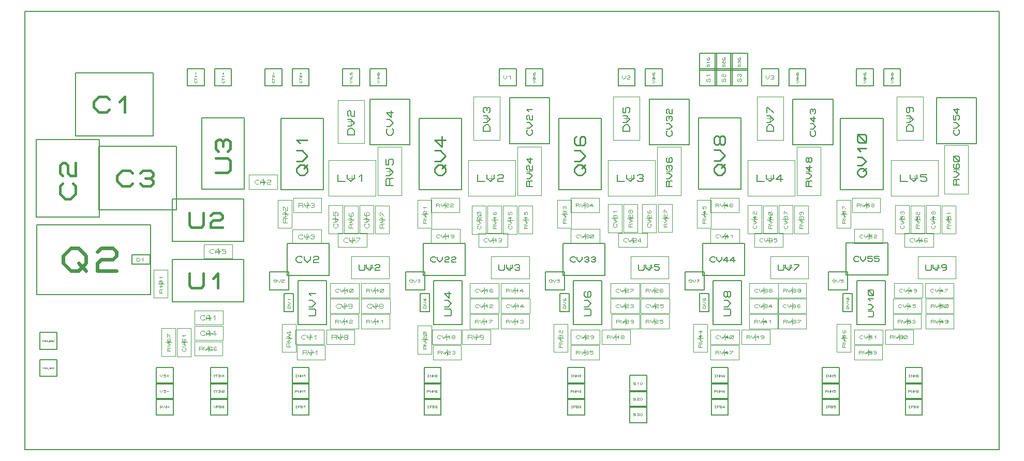
<source format=gbr>
G04 PROTEUS RS274X GERBER FILE*
%FSLAX45Y45*%
%MOMM*%
G01*
%ADD41C,0.203200*%
%ADD84C,0.050000*%
%ADD85C,0.193750*%
%ADD86C,0.034290*%
%ADD87C,0.054860*%
%ADD88C,0.118750*%
%ADD89C,0.178750*%
%ADD90C,0.187320*%
%ADD91C,0.198750*%
%ADD92C,0.291780*%
%ADD93C,0.180970*%
%ADD94C,0.116250*%
%ADD95C,0.171450*%
%ADD96C,0.074610*%
%ADD97C,0.077470*%
%ADD98C,0.156250*%
%ADD99C,0.093000*%
%ADD100C,0.095000*%
%ADD101C,0.149860*%
%ADD102C,0.159000*%
%ADD103C,0.137160*%
%ADD104C,0.233420*%
%ADD105C,0.144780*%
%ADD106C,0.059690*%
%ADD107C,0.045720*%
%ADD108C,0.068580*%
%ADD109C,0.091440*%
%ADD110C,0.389040*%
%ADD111C,0.423330*%
%ADD112C,0.090090*%
%ADD113C,0.622300*%
D41*
X-7429500Y-4254500D02*
X+8509000Y-4254500D01*
X+8509000Y+2921000D01*
X-7429500Y+2921000D01*
X-7429500Y-4254500D01*
D84*
X-1693000Y+480500D02*
X-2463000Y+480500D01*
X-2463000Y-99500D01*
X-1693000Y-99500D01*
X-1693000Y+480500D01*
X-2078000Y+140500D02*
X-2078000Y+240500D01*
X-2128000Y+190500D02*
X-2028000Y+190500D01*
D85*
X-2310500Y+248625D02*
X-2310500Y+132375D01*
X-2194250Y+132375D01*
X-2155500Y+248625D02*
X-2155500Y+190500D01*
X-2097375Y+132375D01*
X-2039250Y+190500D01*
X-2039250Y+248625D01*
X-1961750Y+209875D02*
X-1923000Y+248625D01*
X-1923000Y+132375D01*
D41*
X-7185660Y-2613660D02*
X-6911340Y-2613660D01*
X-6911340Y-2339340D01*
X-7185660Y-2339340D01*
X-7185660Y-2613660D01*
D86*
X-7144512Y-2466213D02*
X-7144512Y-2476500D01*
X-7134225Y-2486787D01*
X-7123938Y-2476500D01*
X-7123938Y-2466213D01*
X-7113651Y-2466213D02*
X-7099935Y-2466213D01*
X-7106793Y-2466213D02*
X-7106793Y-2486787D01*
X-7113651Y-2486787D02*
X-7099935Y-2486787D01*
X-7089648Y-2486787D02*
X-7089648Y-2466213D01*
X-7069074Y-2486787D01*
X-7069074Y-2466213D01*
X-7062216Y-2490216D02*
X-7041642Y-2490216D01*
X-7031355Y-2469642D02*
X-7027926Y-2466213D01*
X-7017639Y-2466213D01*
X-7014210Y-2469642D01*
X-7014210Y-2473071D01*
X-7017639Y-2476500D01*
X-7027926Y-2476500D01*
X-7031355Y-2479929D01*
X-7031355Y-2486787D01*
X-7014210Y-2486787D01*
X-6986778Y-2479929D02*
X-7007352Y-2479929D01*
X-6993636Y-2466213D01*
X-6993636Y-2486787D01*
X-6979920Y-2466213D02*
X-6979920Y-2476500D01*
X-6969633Y-2486787D01*
X-6959346Y-2476500D01*
X-6959346Y-2466213D01*
D41*
X-7185660Y-3058160D02*
X-6911340Y-3058160D01*
X-6911340Y-2783840D01*
X-7185660Y-2783840D01*
X-7185660Y-3058160D01*
D86*
X-7144512Y-2910713D02*
X-7144512Y-2921000D01*
X-7134225Y-2931287D01*
X-7123938Y-2921000D01*
X-7123938Y-2910713D01*
X-7113651Y-2910713D02*
X-7099935Y-2910713D01*
X-7106793Y-2910713D02*
X-7106793Y-2931287D01*
X-7113651Y-2931287D02*
X-7099935Y-2931287D01*
X-7089648Y-2931287D02*
X-7089648Y-2910713D01*
X-7069074Y-2931287D01*
X-7069074Y-2910713D01*
X-7062216Y-2934716D02*
X-7041642Y-2934716D01*
X-7021068Y-2924429D02*
X-7014210Y-2924429D01*
X-7014210Y-2931287D01*
X-7027926Y-2931287D01*
X-7034784Y-2924429D01*
X-7034784Y-2917571D01*
X-7027926Y-2910713D01*
X-7017639Y-2910713D01*
X-7014210Y-2914142D01*
X-7007352Y-2931287D02*
X-7007352Y-2910713D01*
X-6986778Y-2931287D01*
X-6986778Y-2910713D01*
X-6979920Y-2931287D02*
X-6979920Y-2910713D01*
X-6966204Y-2910713D01*
X-6959346Y-2917571D01*
X-6959346Y-2924429D01*
X-6966204Y-2931287D01*
X-6979920Y-2931287D01*
D41*
X-2232660Y+1704340D02*
X-1958340Y+1704340D01*
X-1958340Y+1978660D01*
X-2232660Y+1978660D01*
X-2232660Y+1704340D01*
D87*
X-2111959Y+1753718D02*
X-2095500Y+1753718D01*
X-2079040Y+1770177D01*
X-2095500Y+1786636D01*
X-2111959Y+1786636D01*
X-2100986Y+1808581D02*
X-2111959Y+1819554D01*
X-2079040Y+1819554D01*
X-2111959Y+1841500D02*
X-2079040Y+1841500D01*
X-2079040Y+1874418D01*
X-2084527Y+1885391D02*
X-2079040Y+1890877D01*
X-2079040Y+1912822D01*
X-2084527Y+1918309D01*
X-2090013Y+1918309D01*
X-2095500Y+1912822D01*
X-2095500Y+1890877D01*
X-2100986Y+1885391D01*
X-2106472Y+1885391D01*
X-2111959Y+1890877D01*
X-2111959Y+1912822D01*
X-2106472Y+1918309D01*
D41*
X-1788160Y+1704340D02*
X-1513840Y+1704340D01*
X-1513840Y+1978660D01*
X-1788160Y+1978660D01*
X-1788160Y+1704340D01*
D87*
X-1667459Y+1753718D02*
X-1651000Y+1753718D01*
X-1634540Y+1770177D01*
X-1651000Y+1786636D01*
X-1667459Y+1786636D01*
X-1656486Y+1808581D02*
X-1667459Y+1819554D01*
X-1634540Y+1819554D01*
X-1634540Y+1841500D02*
X-1667459Y+1841500D01*
X-1667459Y+1874418D02*
X-1634540Y+1874418D01*
X-1651000Y+1841500D02*
X-1651000Y+1874418D01*
X-1640027Y+1885391D02*
X-1634540Y+1890877D01*
X-1634540Y+1912822D01*
X-1640027Y+1918309D01*
X-1645513Y+1918309D01*
X-1651000Y+1912822D01*
X-1651000Y+1890877D01*
X-1656486Y+1885391D01*
X-1661972Y+1885391D01*
X-1667459Y+1890877D01*
X-1667459Y+1912822D01*
X-1661972Y+1918309D01*
D41*
X-3058160Y-3693160D02*
X-2783840Y-3693160D01*
X-2783840Y-3418840D01*
X-3058160Y-3418840D01*
X-3058160Y-3693160D01*
D87*
X-3003296Y-3539541D02*
X-2981351Y-3539541D01*
X-2992323Y-3539541D02*
X-2992323Y-3572460D01*
X-3003296Y-3572460D02*
X-2981351Y-3572460D01*
X-2964891Y-3572460D02*
X-2964891Y-3539541D01*
X-2931973Y-3539541D01*
X-2964891Y-3556000D02*
X-2942946Y-3556000D01*
X-2921000Y-3572460D02*
X-2921000Y-3539541D01*
X-2893569Y-3539541D01*
X-2888082Y-3545028D01*
X-2888082Y-3550514D01*
X-2893569Y-3556000D01*
X-2888082Y-3561487D01*
X-2888082Y-3566973D01*
X-2893569Y-3572460D01*
X-2921000Y-3572460D01*
X-2921000Y-3556000D02*
X-2893569Y-3556000D01*
X-2866137Y-3550514D02*
X-2855164Y-3539541D01*
X-2855164Y-3572460D01*
D41*
X-3058160Y-3185160D02*
X-2783840Y-3185160D01*
X-2783840Y-2910840D01*
X-3058160Y-2910840D01*
X-3058160Y-3185160D01*
D87*
X-3003296Y-3031541D02*
X-2981351Y-3031541D01*
X-2992323Y-3031541D02*
X-2992323Y-3064460D01*
X-3003296Y-3064460D02*
X-2981351Y-3064460D01*
X-2964891Y-3064460D02*
X-2964891Y-3031541D01*
X-2931973Y-3064460D01*
X-2931973Y-3031541D01*
X-2921000Y-3064460D02*
X-2921000Y-3031541D01*
X-2888082Y-3031541D02*
X-2888082Y-3064460D01*
X-2921000Y-3048000D02*
X-2888082Y-3048000D01*
X-2866137Y-3042514D02*
X-2855164Y-3031541D01*
X-2855164Y-3064460D01*
D41*
X-3058160Y-3439160D02*
X-2783840Y-3439160D01*
X-2783840Y-3164840D01*
X-3058160Y-3164840D01*
X-3058160Y-3439160D01*
D87*
X-3008782Y-3318460D02*
X-3008782Y-3285541D01*
X-2981351Y-3285541D01*
X-2975864Y-3291028D01*
X-2975864Y-3296514D01*
X-2981351Y-3302000D01*
X-3008782Y-3302000D01*
X-2964891Y-3285541D02*
X-2964891Y-3318460D01*
X-2948432Y-3302000D01*
X-2931973Y-3318460D01*
X-2931973Y-3285541D01*
X-2921000Y-3318460D02*
X-2921000Y-3285541D01*
X-2904541Y-3302000D01*
X-2888082Y-3285541D01*
X-2888082Y-3318460D01*
X-2866137Y-3296514D02*
X-2855164Y-3285541D01*
X-2855164Y-3318460D01*
D84*
X-4657000Y-2210500D02*
X-4187000Y-2210500D01*
X-4187000Y-1980500D01*
X-4657000Y-1980500D01*
X-4657000Y-2210500D01*
X-4422000Y-2045500D02*
X-4422000Y-2145500D01*
X-4372000Y-2095500D02*
X-4472000Y-2095500D01*
D88*
X-4493250Y-2119250D02*
X-4505125Y-2131125D01*
X-4540750Y-2131125D01*
X-4564500Y-2107375D01*
X-4564500Y-2083625D01*
X-4540750Y-2059875D01*
X-4505125Y-2059875D01*
X-4493250Y-2071750D01*
X-4469500Y-2131125D02*
X-4469500Y-2083625D01*
X-4445750Y-2059875D01*
X-4422000Y-2059875D01*
X-4398250Y-2083625D01*
X-4398250Y-2131125D01*
X-4469500Y-2107375D02*
X-4398250Y-2107375D01*
X-4350750Y-2083625D02*
X-4327000Y-2059875D01*
X-4327000Y-2131125D01*
D84*
X-3298000Y+242000D02*
X-3768000Y+242000D01*
X-3768000Y+12000D01*
X-3298000Y+12000D01*
X-3298000Y+242000D01*
X-3533000Y+77000D02*
X-3533000Y+177000D01*
X-3583000Y+127000D02*
X-3483000Y+127000D01*
D88*
X-3604250Y+103250D02*
X-3616125Y+91375D01*
X-3651750Y+91375D01*
X-3675500Y+115125D01*
X-3675500Y+138875D01*
X-3651750Y+162625D01*
X-3616125Y+162625D01*
X-3604250Y+150750D01*
X-3580500Y+91375D02*
X-3580500Y+138875D01*
X-3556750Y+162625D01*
X-3533000Y+162625D01*
X-3509250Y+138875D01*
X-3509250Y+91375D01*
X-3580500Y+115125D02*
X-3509250Y+115125D01*
X-3473625Y+150750D02*
X-3461750Y+162625D01*
X-3426125Y+162625D01*
X-3414250Y+150750D01*
X-3414250Y+138875D01*
X-3426125Y+127000D01*
X-3461750Y+127000D01*
X-3473625Y+115125D01*
X-3473625Y+91375D01*
X-3414250Y+91375D01*
D84*
X-1880500Y+759000D02*
X-1880500Y+1469000D01*
X-2310500Y+1469000D01*
X-2310500Y+759000D01*
X-1880500Y+759000D01*
X-2145500Y+1114000D02*
X-2045500Y+1114000D01*
X-2095500Y+1164000D02*
X-2095500Y+1064000D01*
D89*
X-2041875Y+899500D02*
X-2149125Y+899500D01*
X-2149125Y+971000D01*
X-2113375Y+1006750D01*
X-2077625Y+1006750D01*
X-2041875Y+971000D01*
X-2041875Y+899500D01*
X-2149125Y+1042500D02*
X-2095500Y+1042500D01*
X-2041875Y+1096125D01*
X-2095500Y+1149750D01*
X-2149125Y+1149750D01*
X-2131250Y+1203375D02*
X-2149125Y+1221250D01*
X-2149125Y+1274875D01*
X-2131250Y+1292750D01*
X-2113375Y+1292750D01*
X-2095500Y+1274875D01*
X-2095500Y+1221250D01*
X-2077625Y+1203375D01*
X-2041875Y+1203375D01*
X-2041875Y+1292750D01*
D41*
X-1788160Y+736600D02*
X-1132840Y+736600D01*
X-1132840Y+1485900D01*
X-1788160Y+1485900D01*
X-1788160Y+736600D01*
D90*
X-1423035Y+998855D02*
X-1404303Y+980122D01*
X-1404303Y+923925D01*
X-1441768Y+886460D01*
X-1479233Y+886460D01*
X-1516698Y+923925D01*
X-1516698Y+980122D01*
X-1497965Y+998855D01*
X-1516698Y+1036320D02*
X-1460500Y+1036320D01*
X-1404303Y+1092517D01*
X-1460500Y+1148715D01*
X-1516698Y+1148715D01*
X-1441768Y+1298575D02*
X-1441768Y+1186180D01*
X-1516698Y+1261110D01*
X-1404303Y+1261110D01*
D84*
X-1655500Y+700000D02*
X-1655500Y-90000D01*
X-1265500Y-90000D01*
X-1265500Y+700000D01*
X-1655500Y+700000D01*
X-1410500Y+305000D02*
X-1510500Y+305000D01*
X-1460500Y+255000D02*
X-1460500Y+355000D01*
D91*
X-1400875Y+66500D02*
X-1520125Y+66500D01*
X-1520125Y+165875D01*
X-1500250Y+185750D01*
X-1480375Y+185750D01*
X-1460500Y+165875D01*
X-1460500Y+66500D01*
X-1460500Y+165875D02*
X-1440625Y+185750D01*
X-1400875Y+185750D01*
X-1520125Y+225500D02*
X-1460500Y+225500D01*
X-1400875Y+285125D01*
X-1460500Y+344750D01*
X-1520125Y+344750D01*
X-1520125Y+503750D02*
X-1520125Y+404375D01*
X-1480375Y+404375D01*
X-1480375Y+483875D01*
X-1460500Y+503750D01*
X-1420750Y+503750D01*
X-1400875Y+483875D01*
X-1400875Y+424250D01*
X-1420750Y+404375D01*
D41*
X-3244850Y+0D02*
X-2546350Y+0D01*
X-2546350Y+1167130D01*
X-3244850Y+1167130D01*
X-3244850Y+0D01*
D92*
X-2924778Y+233428D02*
X-2983134Y+291784D01*
X-2983134Y+350140D01*
X-2924778Y+408496D01*
X-2866421Y+408496D01*
X-2808065Y+350140D01*
X-2808065Y+291784D01*
X-2866421Y+233428D01*
X-2924778Y+233428D01*
X-2866421Y+350140D02*
X-2808065Y+408496D01*
X-2983134Y+466853D02*
X-2895600Y+466853D01*
X-2808065Y+554387D01*
X-2895600Y+641921D01*
X-2983134Y+641921D01*
X-2924778Y+758634D02*
X-2983134Y+816990D01*
X-2808065Y+816990D01*
D41*
X-2964180Y-2209800D02*
X-2496820Y-2209800D01*
X-2496820Y-1485900D01*
X-2964180Y-1485900D01*
X-2964180Y-2209800D01*
D93*
X-2784793Y-2065020D02*
X-2694305Y-2065020D01*
X-2676208Y-2046923D01*
X-2676208Y-1974533D01*
X-2694305Y-1956435D01*
X-2784793Y-1956435D01*
X-2784793Y-1920240D02*
X-2730500Y-1920240D01*
X-2676208Y-1865948D01*
X-2730500Y-1811655D01*
X-2784793Y-1811655D01*
X-2748598Y-1739265D02*
X-2784793Y-1703070D01*
X-2676208Y-1703070D01*
D84*
X-2582000Y-139000D02*
X-3042000Y-139000D01*
X-3042000Y-369000D01*
X-2582000Y-369000D01*
X-2582000Y-139000D01*
X-2812000Y-304000D02*
X-2812000Y-204000D01*
X-2862000Y-254000D02*
X-2762000Y-254000D01*
D94*
X-2951500Y-288875D02*
X-2951500Y-219125D01*
X-2893375Y-219125D01*
X-2881750Y-230750D01*
X-2881750Y-242375D01*
X-2893375Y-254000D01*
X-2951500Y-254000D01*
X-2893375Y-254000D02*
X-2881750Y-265625D01*
X-2881750Y-288875D01*
X-2858500Y-219125D02*
X-2858500Y-254000D01*
X-2823625Y-288875D01*
X-2788750Y-254000D01*
X-2788750Y-219125D01*
X-2753875Y-230750D02*
X-2742250Y-219125D01*
X-2707375Y-219125D01*
X-2695750Y-230750D01*
X-2695750Y-242375D01*
X-2707375Y-254000D01*
X-2695750Y-265625D01*
X-2695750Y-277250D01*
X-2707375Y-288875D01*
X-2742250Y-288875D01*
X-2753875Y-277250D01*
X-2730625Y-254000D02*
X-2707375Y-254000D01*
D84*
X-3290000Y-169000D02*
X-3290000Y-629000D01*
X-3060000Y-629000D01*
X-3060000Y-169000D01*
X-3290000Y-169000D01*
X-3125000Y-399000D02*
X-3225000Y-399000D01*
X-3175000Y-449000D02*
X-3175000Y-349000D01*
D94*
X-3140125Y-538500D02*
X-3209875Y-538500D01*
X-3209875Y-480375D01*
X-3198250Y-468750D01*
X-3186625Y-468750D01*
X-3175000Y-480375D01*
X-3175000Y-538500D01*
X-3175000Y-480375D02*
X-3163375Y-468750D01*
X-3140125Y-468750D01*
X-3209875Y-445500D02*
X-3175000Y-445500D01*
X-3140125Y-410625D01*
X-3175000Y-375750D01*
X-3209875Y-375750D01*
X-3198250Y-340875D02*
X-3209875Y-329250D01*
X-3209875Y-294375D01*
X-3198250Y-282750D01*
X-3186625Y-282750D01*
X-3175000Y-294375D01*
X-3175000Y-329250D01*
X-3163375Y-340875D01*
X-3140125Y-340875D01*
X-3140125Y-282750D01*
D84*
X-3052000Y-883350D02*
X-2582000Y-883350D01*
X-2582000Y-653350D01*
X-3052000Y-653350D01*
X-3052000Y-883350D01*
X-2817000Y-718350D02*
X-2817000Y-818350D01*
X-2767000Y-768350D02*
X-2867000Y-768350D01*
D88*
X-2888250Y-792100D02*
X-2900125Y-803975D01*
X-2935750Y-803975D01*
X-2959500Y-780225D01*
X-2959500Y-756475D01*
X-2935750Y-732725D01*
X-2900125Y-732725D01*
X-2888250Y-744600D01*
X-2864500Y-732725D02*
X-2864500Y-768350D01*
X-2828875Y-803975D01*
X-2793250Y-768350D01*
X-2793250Y-732725D01*
X-2757625Y-744600D02*
X-2745750Y-732725D01*
X-2710125Y-732725D01*
X-2698250Y-744600D01*
X-2698250Y-756475D01*
X-2710125Y-768350D01*
X-2698250Y-780225D01*
X-2698250Y-792100D01*
X-2710125Y-803975D01*
X-2745750Y-803975D01*
X-2757625Y-792100D01*
X-2733875Y-768350D02*
X-2710125Y-768350D01*
D41*
X-3136900Y-1407160D02*
X-2451100Y-1407160D01*
X-2451100Y-878840D01*
X-3136900Y-878840D01*
X-3136900Y-1407160D01*
D95*
X-2896870Y-1177290D02*
X-2914015Y-1194435D01*
X-2965450Y-1194435D01*
X-2999740Y-1160145D01*
X-2999740Y-1125855D01*
X-2965450Y-1091565D01*
X-2914015Y-1091565D01*
X-2896870Y-1108710D01*
X-2862580Y-1091565D02*
X-2862580Y-1143000D01*
X-2811145Y-1194435D01*
X-2759710Y-1143000D01*
X-2759710Y-1091565D01*
X-2708275Y-1108710D02*
X-2691130Y-1091565D01*
X-2639695Y-1091565D01*
X-2622550Y-1108710D01*
X-2622550Y-1125855D01*
X-2639695Y-1143000D01*
X-2691130Y-1143000D01*
X-2708275Y-1160145D01*
X-2708275Y-1194435D01*
X-2622550Y-1194435D01*
D41*
X-3186580Y-2000250D02*
X-3036420Y-2000250D01*
X-3036420Y-1701800D01*
X-3186580Y-1701800D01*
X-3186580Y-2000250D01*
D96*
X-3089116Y-1940558D02*
X-3133883Y-1940558D01*
X-3133883Y-1910714D01*
X-3118961Y-1895792D01*
X-3104038Y-1895792D01*
X-3089116Y-1910714D01*
X-3089116Y-1940558D01*
X-3133883Y-1880869D02*
X-3111500Y-1880869D01*
X-3089116Y-1858486D01*
X-3111500Y-1836103D01*
X-3133883Y-1836103D01*
X-3118961Y-1806258D02*
X-3133883Y-1791336D01*
X-3089116Y-1791336D01*
D84*
X-3006000Y-2528000D02*
X-2536000Y-2528000D01*
X-2536000Y-2298000D01*
X-3006000Y-2298000D01*
X-3006000Y-2528000D01*
X-2771000Y-2363000D02*
X-2771000Y-2463000D01*
X-2721000Y-2413000D02*
X-2821000Y-2413000D01*
D88*
X-2842250Y-2436750D02*
X-2854125Y-2448625D01*
X-2889750Y-2448625D01*
X-2913500Y-2424875D01*
X-2913500Y-2401125D01*
X-2889750Y-2377375D01*
X-2854125Y-2377375D01*
X-2842250Y-2389250D01*
X-2818500Y-2377375D02*
X-2818500Y-2413000D01*
X-2782875Y-2448625D01*
X-2747250Y-2413000D01*
X-2747250Y-2377375D01*
X-2699750Y-2401125D02*
X-2676000Y-2377375D01*
X-2676000Y-2448625D01*
D84*
X-2978500Y-2782000D02*
X-2518500Y-2782000D01*
X-2518500Y-2552000D01*
X-2978500Y-2552000D01*
X-2978500Y-2782000D01*
X-2748500Y-2617000D02*
X-2748500Y-2717000D01*
X-2698500Y-2667000D02*
X-2798500Y-2667000D01*
D94*
X-2888000Y-2701875D02*
X-2888000Y-2632125D01*
X-2829875Y-2632125D01*
X-2818250Y-2643750D01*
X-2818250Y-2655375D01*
X-2829875Y-2667000D01*
X-2888000Y-2667000D01*
X-2829875Y-2667000D02*
X-2818250Y-2678625D01*
X-2818250Y-2701875D01*
X-2795000Y-2632125D02*
X-2795000Y-2667000D01*
X-2760125Y-2701875D01*
X-2725250Y-2667000D01*
X-2725250Y-2632125D01*
X-2678750Y-2655375D02*
X-2655500Y-2632125D01*
X-2655500Y-2701875D01*
D41*
X-3423920Y-1638300D02*
X-3114040Y-1638300D01*
X-3114040Y-1346200D01*
X-3423920Y-1346200D01*
X-3423920Y-1638300D01*
D97*
X-3361944Y-1484503D02*
X-3346450Y-1469009D01*
X-3330956Y-1469009D01*
X-3315462Y-1484503D01*
X-3315462Y-1499997D01*
X-3330956Y-1515491D01*
X-3346450Y-1515491D01*
X-3361944Y-1499997D01*
X-3361944Y-1484503D01*
X-3330956Y-1499997D02*
X-3315462Y-1515491D01*
X-3299968Y-1469009D02*
X-3299968Y-1492250D01*
X-3276727Y-1515491D01*
X-3253486Y-1492250D01*
X-3253486Y-1469009D01*
X-3230245Y-1476756D02*
X-3222498Y-1469009D01*
X-3199257Y-1469009D01*
X-3191510Y-1476756D01*
X-3191510Y-1484503D01*
X-3199257Y-1492250D01*
X-3222498Y-1492250D01*
X-3230245Y-1499997D01*
X-3230245Y-1515491D01*
X-3191510Y-1515491D01*
D84*
X-3226500Y-2201000D02*
X-3226500Y-2661000D01*
X-2996500Y-2661000D01*
X-2996500Y-2201000D01*
X-3226500Y-2201000D01*
X-3061500Y-2431000D02*
X-3161500Y-2431000D01*
X-3111500Y-2481000D02*
X-3111500Y-2381000D01*
D94*
X-3076625Y-2570500D02*
X-3146375Y-2570500D01*
X-3146375Y-2512375D01*
X-3134750Y-2500750D01*
X-3123125Y-2500750D01*
X-3111500Y-2512375D01*
X-3111500Y-2570500D01*
X-3111500Y-2512375D02*
X-3099875Y-2500750D01*
X-3076625Y-2500750D01*
X-3146375Y-2477500D02*
X-3111500Y-2477500D01*
X-3076625Y-2442625D01*
X-3111500Y-2407750D01*
X-3146375Y-2407750D01*
X-3099875Y-2314750D02*
X-3099875Y-2384500D01*
X-3146375Y-2338000D01*
X-3076625Y-2338000D01*
D84*
X-1472500Y-720000D02*
X-1472500Y-260000D01*
X-1702500Y-260000D01*
X-1702500Y-720000D01*
X-1472500Y-720000D01*
X-1637500Y-490000D02*
X-1537500Y-490000D01*
X-1587500Y-440000D02*
X-1587500Y-540000D01*
D94*
X-1552625Y-629500D02*
X-1622375Y-629500D01*
X-1622375Y-571375D01*
X-1610750Y-559750D01*
X-1599125Y-559750D01*
X-1587500Y-571375D01*
X-1587500Y-629500D01*
X-1587500Y-571375D02*
X-1575875Y-559750D01*
X-1552625Y-559750D01*
X-1622375Y-536500D02*
X-1587500Y-536500D01*
X-1552625Y-501625D01*
X-1587500Y-466750D01*
X-1622375Y-466750D01*
X-1622375Y-431875D02*
X-1622375Y-373750D01*
X-1610750Y-373750D01*
X-1552625Y-431875D01*
D84*
X-1980500Y-720000D02*
X-1980500Y-260000D01*
X-2210500Y-260000D01*
X-2210500Y-720000D01*
X-1980500Y-720000D01*
X-2145500Y-490000D02*
X-2045500Y-490000D01*
X-2095500Y-440000D02*
X-2095500Y-540000D01*
D94*
X-2060625Y-629500D02*
X-2130375Y-629500D01*
X-2130375Y-571375D01*
X-2118750Y-559750D01*
X-2107125Y-559750D01*
X-2095500Y-571375D01*
X-2095500Y-629500D01*
X-2095500Y-571375D02*
X-2083875Y-559750D01*
X-2060625Y-559750D01*
X-2130375Y-536500D02*
X-2095500Y-536500D01*
X-2060625Y-501625D01*
X-2095500Y-466750D01*
X-2130375Y-466750D01*
X-2118750Y-373750D02*
X-2130375Y-385375D01*
X-2130375Y-420250D01*
X-2118750Y-431875D01*
X-2072250Y-431875D01*
X-2060625Y-420250D01*
X-2060625Y-385375D01*
X-2072250Y-373750D01*
X-2083875Y-373750D01*
X-2095500Y-385375D01*
X-2095500Y-431875D01*
D84*
X-1956500Y-250000D02*
X-1956500Y-720000D01*
X-1726500Y-720000D01*
X-1726500Y-250000D01*
X-1956500Y-250000D01*
X-1791500Y-485000D02*
X-1891500Y-485000D01*
X-1841500Y-535000D02*
X-1841500Y-435000D01*
D88*
X-1817750Y-556250D02*
X-1805875Y-568125D01*
X-1805875Y-603750D01*
X-1829625Y-627500D01*
X-1853375Y-627500D01*
X-1877125Y-603750D01*
X-1877125Y-568125D01*
X-1865250Y-556250D01*
X-1877125Y-532500D02*
X-1841500Y-532500D01*
X-1805875Y-496875D01*
X-1841500Y-461250D01*
X-1877125Y-461250D01*
X-1865250Y-366250D02*
X-1877125Y-378125D01*
X-1877125Y-413750D01*
X-1865250Y-425625D01*
X-1817750Y-425625D01*
X-1805875Y-413750D01*
X-1805875Y-378125D01*
X-1817750Y-366250D01*
X-1829625Y-366250D01*
X-1841500Y-378125D01*
X-1841500Y-425625D01*
D84*
X-2088900Y-1454100D02*
X-1468900Y-1454100D01*
X-1468900Y-1094100D01*
X-2088900Y-1094100D01*
X-2088900Y-1454100D01*
X-1778900Y-1224100D02*
X-1778900Y-1324100D01*
X-1728900Y-1274100D02*
X-1828900Y-1274100D01*
D98*
X-1966400Y-1227225D02*
X-1966400Y-1305350D01*
X-1950775Y-1320975D01*
X-1888275Y-1320975D01*
X-1872650Y-1305350D01*
X-1872650Y-1227225D01*
X-1841400Y-1227225D02*
X-1841400Y-1274100D01*
X-1794525Y-1320975D01*
X-1747650Y-1274100D01*
X-1747650Y-1227225D01*
X-1700775Y-1242850D02*
X-1685150Y-1227225D01*
X-1638275Y-1227225D01*
X-1622650Y-1242850D01*
X-1622650Y-1258475D01*
X-1638275Y-1274100D01*
X-1685150Y-1274100D01*
X-1700775Y-1289725D01*
X-1700775Y-1320975D01*
X-1622650Y-1320975D01*
D84*
X-2307500Y-940500D02*
X-1837500Y-940500D01*
X-1837500Y-710500D01*
X-2307500Y-710500D01*
X-2307500Y-940500D01*
X-2072500Y-775500D02*
X-2072500Y-875500D01*
X-2022500Y-825500D02*
X-2122500Y-825500D01*
D88*
X-2143750Y-849250D02*
X-2155625Y-861125D01*
X-2191250Y-861125D01*
X-2215000Y-837375D01*
X-2215000Y-813625D01*
X-2191250Y-789875D01*
X-2155625Y-789875D01*
X-2143750Y-801750D01*
X-2120000Y-789875D02*
X-2120000Y-825500D01*
X-2084375Y-861125D01*
X-2048750Y-825500D01*
X-2048750Y-789875D01*
X-2013125Y-789875D02*
X-1953750Y-789875D01*
X-1953750Y-801750D01*
X-2013125Y-861125D01*
D84*
X-1926500Y-2274000D02*
X-1466500Y-2274000D01*
X-1466500Y-2044000D01*
X-1926500Y-2044000D01*
X-1926500Y-2274000D01*
X-1696500Y-2109000D02*
X-1696500Y-2209000D01*
X-1646500Y-2159000D02*
X-1746500Y-2159000D01*
D99*
X-1845300Y-2186900D02*
X-1845300Y-2131100D01*
X-1798800Y-2131100D01*
X-1789500Y-2140400D01*
X-1789500Y-2149700D01*
X-1798800Y-2159000D01*
X-1845300Y-2159000D01*
X-1798800Y-2159000D02*
X-1789500Y-2168300D01*
X-1789500Y-2186900D01*
X-1770900Y-2131100D02*
X-1770900Y-2159000D01*
X-1743000Y-2186900D01*
X-1715100Y-2159000D01*
X-1715100Y-2131100D01*
X-1677900Y-2149700D02*
X-1659300Y-2131100D01*
X-1659300Y-2186900D01*
X-1603500Y-2149700D02*
X-1584900Y-2131100D01*
X-1584900Y-2186900D01*
D84*
X-1926500Y-1766000D02*
X-1466500Y-1766000D01*
X-1466500Y-1536000D01*
X-1926500Y-1536000D01*
X-1926500Y-1766000D01*
X-1696500Y-1601000D02*
X-1696500Y-1701000D01*
X-1646500Y-1651000D02*
X-1746500Y-1651000D01*
D99*
X-1845300Y-1678900D02*
X-1845300Y-1623100D01*
X-1798800Y-1623100D01*
X-1789500Y-1632400D01*
X-1789500Y-1641700D01*
X-1798800Y-1651000D01*
X-1845300Y-1651000D01*
X-1798800Y-1651000D02*
X-1789500Y-1660300D01*
X-1789500Y-1678900D01*
X-1770900Y-1623100D02*
X-1770900Y-1651000D01*
X-1743000Y-1678900D01*
X-1715100Y-1651000D01*
X-1715100Y-1623100D01*
X-1677900Y-1641700D02*
X-1659300Y-1623100D01*
X-1659300Y-1678900D01*
X-1622100Y-1669600D02*
X-1622100Y-1632400D01*
X-1612800Y-1623100D01*
X-1575600Y-1623100D01*
X-1566300Y-1632400D01*
X-1566300Y-1669600D01*
X-1575600Y-1678900D01*
X-1612800Y-1678900D01*
X-1622100Y-1669600D01*
X-1622100Y-1678900D02*
X-1566300Y-1623100D01*
D84*
X-2434500Y-2274000D02*
X-1974500Y-2274000D01*
X-1974500Y-2044000D01*
X-2434500Y-2044000D01*
X-2434500Y-2274000D01*
X-2204500Y-2109000D02*
X-2204500Y-2209000D01*
X-2154500Y-2159000D02*
X-2254500Y-2159000D01*
D99*
X-2353300Y-2186900D02*
X-2353300Y-2131100D01*
X-2306800Y-2131100D01*
X-2297500Y-2140400D01*
X-2297500Y-2149700D01*
X-2306800Y-2159000D01*
X-2353300Y-2159000D01*
X-2306800Y-2159000D02*
X-2297500Y-2168300D01*
X-2297500Y-2186900D01*
X-2278900Y-2131100D02*
X-2278900Y-2159000D01*
X-2251000Y-2186900D01*
X-2223100Y-2159000D01*
X-2223100Y-2131100D01*
X-2185900Y-2149700D02*
X-2167300Y-2131100D01*
X-2167300Y-2186900D01*
X-2120800Y-2140400D02*
X-2111500Y-2131100D01*
X-2083600Y-2131100D01*
X-2074300Y-2140400D01*
X-2074300Y-2149700D01*
X-2083600Y-2159000D01*
X-2111500Y-2159000D01*
X-2120800Y-2168300D01*
X-2120800Y-2186900D01*
X-2074300Y-2186900D01*
D84*
X-2434500Y-1766000D02*
X-1964500Y-1766000D01*
X-1964500Y-1536000D01*
X-2434500Y-1536000D01*
X-2434500Y-1766000D01*
X-2199500Y-1601000D02*
X-2199500Y-1701000D01*
X-2149500Y-1651000D02*
X-2249500Y-1651000D01*
D100*
X-2294500Y-1670000D02*
X-2304000Y-1679500D01*
X-2332500Y-1679500D01*
X-2351500Y-1660500D01*
X-2351500Y-1641500D01*
X-2332500Y-1622500D01*
X-2304000Y-1622500D01*
X-2294500Y-1632000D01*
X-2275500Y-1622500D02*
X-2275500Y-1651000D01*
X-2247000Y-1679500D01*
X-2218500Y-1651000D01*
X-2218500Y-1622500D01*
X-2180500Y-1641500D02*
X-2161500Y-1622500D01*
X-2161500Y-1679500D01*
X-2123500Y-1670000D02*
X-2123500Y-1632000D01*
X-2114000Y-1622500D01*
X-2076000Y-1622500D01*
X-2066500Y-1632000D01*
X-2066500Y-1670000D01*
X-2076000Y-1679500D01*
X-2114000Y-1679500D01*
X-2123500Y-1670000D01*
X-2123500Y-1679500D02*
X-2066500Y-1622500D01*
D84*
X-2434500Y-2020000D02*
X-1964500Y-2020000D01*
X-1964500Y-1790000D01*
X-2434500Y-1790000D01*
X-2434500Y-2020000D01*
X-2199500Y-1855000D02*
X-2199500Y-1955000D01*
X-2149500Y-1905000D02*
X-2249500Y-1905000D01*
D88*
X-2270750Y-1928750D02*
X-2282625Y-1940625D01*
X-2318250Y-1940625D01*
X-2342000Y-1916875D01*
X-2342000Y-1893125D01*
X-2318250Y-1869375D01*
X-2282625Y-1869375D01*
X-2270750Y-1881250D01*
X-2247000Y-1869375D02*
X-2247000Y-1905000D01*
X-2211375Y-1940625D01*
X-2175750Y-1905000D01*
X-2175750Y-1869375D01*
X-2080750Y-1893125D02*
X-2092625Y-1905000D01*
X-2128250Y-1905000D01*
X-2140125Y-1893125D01*
X-2140125Y-1881250D01*
X-2128250Y-1869375D01*
X-2092625Y-1869375D01*
X-2080750Y-1881250D01*
X-2080750Y-1928750D01*
X-2092625Y-1940625D01*
X-2128250Y-1940625D01*
D84*
X-1926500Y-2020000D02*
X-1456500Y-2020000D01*
X-1456500Y-1790000D01*
X-1926500Y-1790000D01*
X-1926500Y-2020000D01*
X-1691500Y-1855000D02*
X-1691500Y-1955000D01*
X-1641500Y-1905000D02*
X-1741500Y-1905000D01*
D88*
X-1762750Y-1928750D02*
X-1774625Y-1940625D01*
X-1810250Y-1940625D01*
X-1834000Y-1916875D01*
X-1834000Y-1893125D01*
X-1810250Y-1869375D01*
X-1774625Y-1869375D01*
X-1762750Y-1881250D01*
X-1739000Y-1869375D02*
X-1739000Y-1905000D01*
X-1703375Y-1940625D01*
X-1667750Y-1905000D01*
X-1667750Y-1869375D01*
X-1620250Y-1905000D02*
X-1632125Y-1893125D01*
X-1632125Y-1881250D01*
X-1620250Y-1869375D01*
X-1584625Y-1869375D01*
X-1572750Y-1881250D01*
X-1572750Y-1893125D01*
X-1584625Y-1905000D01*
X-1620250Y-1905000D01*
X-1632125Y-1916875D01*
X-1632125Y-1928750D01*
X-1620250Y-1940625D01*
X-1584625Y-1940625D01*
X-1572750Y-1928750D01*
X-1572750Y-1916875D01*
X-1584625Y-1905000D01*
D84*
X-2464500Y-250000D02*
X-2464500Y-720000D01*
X-2234500Y-720000D01*
X-2234500Y-250000D01*
X-2464500Y-250000D01*
X-2299500Y-485000D02*
X-2399500Y-485000D01*
X-2349500Y-535000D02*
X-2349500Y-435000D01*
D88*
X-2325750Y-556250D02*
X-2313875Y-568125D01*
X-2313875Y-603750D01*
X-2337625Y-627500D01*
X-2361375Y-627500D01*
X-2385125Y-603750D01*
X-2385125Y-568125D01*
X-2373250Y-556250D01*
X-2385125Y-532500D02*
X-2349500Y-532500D01*
X-2313875Y-496875D01*
X-2349500Y-461250D01*
X-2385125Y-461250D01*
X-2385125Y-366250D02*
X-2385125Y-425625D01*
X-2361375Y-425625D01*
X-2361375Y-378125D01*
X-2349500Y-366250D01*
X-2325750Y-366250D01*
X-2313875Y-378125D01*
X-2313875Y-413750D01*
X-2325750Y-425625D01*
D41*
X-984250Y+0D02*
X-285750Y+0D01*
X-285750Y+1167130D01*
X-984250Y+1167130D01*
X-984250Y+0D01*
D92*
X-664178Y+233428D02*
X-722534Y+291784D01*
X-722534Y+350140D01*
X-664178Y+408496D01*
X-605821Y+408496D01*
X-547465Y+350140D01*
X-547465Y+291784D01*
X-605821Y+233428D01*
X-664178Y+233428D01*
X-605821Y+350140D02*
X-547465Y+408496D01*
X-722534Y+466853D02*
X-635000Y+466853D01*
X-547465Y+554387D01*
X-635000Y+641921D01*
X-722534Y+641921D01*
X-605821Y+875346D02*
X-605821Y+700278D01*
X-722534Y+816990D01*
X-547465Y+816990D01*
D84*
X+593000Y+480500D02*
X-177000Y+480500D01*
X-177000Y-99500D01*
X+593000Y-99500D01*
X+593000Y+480500D01*
X+208000Y+140500D02*
X+208000Y+240500D01*
X+158000Y+190500D02*
X+258000Y+190500D01*
D85*
X-24500Y+248625D02*
X-24500Y+132375D01*
X+91750Y+132375D01*
X+130500Y+248625D02*
X+130500Y+190500D01*
X+188625Y+132375D01*
X+246750Y+190500D01*
X+246750Y+248625D01*
X+304875Y+229250D02*
X+324250Y+248625D01*
X+382375Y+248625D01*
X+401750Y+229250D01*
X+401750Y+209875D01*
X+382375Y+190500D01*
X+324250Y+190500D01*
X+304875Y+171125D01*
X+304875Y+132375D01*
X+401750Y+132375D01*
D84*
X+342000Y+817000D02*
X+342000Y+1527000D01*
X-88000Y+1527000D01*
X-88000Y+817000D01*
X+342000Y+817000D01*
X+77000Y+1172000D02*
X+177000Y+1172000D01*
X+127000Y+1222000D02*
X+127000Y+1122000D01*
D89*
X+180625Y+957500D02*
X+73375Y+957500D01*
X+73375Y+1029000D01*
X+109125Y+1064750D01*
X+144875Y+1064750D01*
X+180625Y+1029000D01*
X+180625Y+957500D01*
X+73375Y+1100500D02*
X+127000Y+1100500D01*
X+180625Y+1154125D01*
X+127000Y+1207750D01*
X+73375Y+1207750D01*
X+91250Y+1261375D02*
X+73375Y+1279250D01*
X+73375Y+1332875D01*
X+91250Y+1350750D01*
X+109125Y+1350750D01*
X+127000Y+1332875D01*
X+144875Y+1350750D01*
X+162750Y+1350750D01*
X+180625Y+1332875D01*
X+180625Y+1279250D01*
X+162750Y+1261375D01*
X+127000Y+1297125D02*
X+127000Y+1332875D01*
D41*
X+497840Y+754600D02*
X+1153160Y+754600D01*
X+1153160Y+1503900D01*
X+497840Y+1503900D01*
X+497840Y+754600D01*
D101*
X+855472Y+979390D02*
X+870458Y+964404D01*
X+870458Y+919446D01*
X+840486Y+889474D01*
X+810514Y+889474D01*
X+780542Y+919446D01*
X+780542Y+964404D01*
X+795528Y+979390D01*
X+780542Y+1009362D02*
X+825500Y+1009362D01*
X+870458Y+1054320D01*
X+825500Y+1099278D01*
X+780542Y+1099278D01*
X+795528Y+1144236D02*
X+780542Y+1159222D01*
X+780542Y+1204180D01*
X+795528Y+1219166D01*
X+810514Y+1219166D01*
X+825500Y+1204180D01*
X+825500Y+1159222D01*
X+840486Y+1144236D01*
X+870458Y+1144236D01*
X+870458Y+1219166D01*
X+810514Y+1279110D02*
X+780542Y+1309082D01*
X+870458Y+1309082D01*
D84*
X+630500Y+700000D02*
X+630500Y-90000D01*
X+1020500Y-90000D01*
X+1020500Y+700000D01*
X+630500Y+700000D01*
X+875500Y+305000D02*
X+775500Y+305000D01*
X+825500Y+255000D02*
X+825500Y+355000D01*
D102*
X+873200Y+50600D02*
X+777800Y+50600D01*
X+777800Y+130100D01*
X+793700Y+146000D01*
X+809600Y+146000D01*
X+825500Y+130100D01*
X+825500Y+50600D01*
X+825500Y+130100D02*
X+841400Y+146000D01*
X+873200Y+146000D01*
X+777800Y+177800D02*
X+825500Y+177800D01*
X+873200Y+225500D01*
X+825500Y+273200D01*
X+777800Y+273200D01*
X+793700Y+320900D02*
X+777800Y+336800D01*
X+777800Y+384500D01*
X+793700Y+400400D01*
X+809600Y+400400D01*
X+825500Y+384500D01*
X+825500Y+336800D01*
X+841400Y+320900D01*
X+873200Y+320900D01*
X+873200Y+400400D01*
X+841400Y+527600D02*
X+841400Y+432200D01*
X+777800Y+495800D01*
X+873200Y+495800D01*
D84*
X+198900Y-1455600D02*
X+818900Y-1455600D01*
X+818900Y-1095600D01*
X+198900Y-1095600D01*
X+198900Y-1455600D01*
X+508900Y-1225600D02*
X+508900Y-1325600D01*
X+558900Y-1275600D02*
X+458900Y-1275600D01*
D98*
X+321400Y-1228725D02*
X+321400Y-1306850D01*
X+337025Y-1322475D01*
X+399525Y-1322475D01*
X+415150Y-1306850D01*
X+415150Y-1228725D01*
X+446400Y-1228725D02*
X+446400Y-1275600D01*
X+493275Y-1322475D01*
X+540150Y-1275600D01*
X+540150Y-1228725D01*
X+587025Y-1244350D02*
X+602650Y-1228725D01*
X+649525Y-1228725D01*
X+665150Y-1244350D01*
X+665150Y-1259975D01*
X+649525Y-1275600D01*
X+665150Y-1291225D01*
X+665150Y-1306850D01*
X+649525Y-1322475D01*
X+602650Y-1322475D01*
X+587025Y-1306850D01*
X+618275Y-1275600D02*
X+649525Y-1275600D01*
D84*
X-1004000Y-169000D02*
X-1004000Y-629000D01*
X-774000Y-629000D01*
X-774000Y-169000D01*
X-1004000Y-169000D01*
X-839000Y-399000D02*
X-939000Y-399000D01*
X-889000Y-449000D02*
X-889000Y-349000D01*
D99*
X-861100Y-547800D02*
X-916900Y-547800D01*
X-916900Y-501300D01*
X-907600Y-492000D01*
X-898300Y-492000D01*
X-889000Y-501300D01*
X-889000Y-547800D01*
X-889000Y-501300D02*
X-879700Y-492000D01*
X-861100Y-492000D01*
X-916900Y-473400D02*
X-889000Y-473400D01*
X-861100Y-445500D01*
X-889000Y-417600D01*
X-916900Y-417600D01*
X-907600Y-389700D02*
X-916900Y-380400D01*
X-916900Y-352500D01*
X-907600Y-343200D01*
X-898300Y-343200D01*
X-889000Y-352500D01*
X-889000Y-380400D01*
X-879700Y-389700D01*
X-861100Y-389700D01*
X-861100Y-343200D01*
X-898300Y-306000D02*
X-916900Y-287400D01*
X-861100Y-287400D01*
D84*
X-323500Y-139000D02*
X-783500Y-139000D01*
X-783500Y-369000D01*
X-323500Y-369000D01*
X-323500Y-139000D01*
X-553500Y-304000D02*
X-553500Y-204000D01*
X-603500Y-254000D02*
X-503500Y-254000D01*
D99*
X-702300Y-281900D02*
X-702300Y-226100D01*
X-655800Y-226100D01*
X-646500Y-235400D01*
X-646500Y-244700D01*
X-655800Y-254000D01*
X-702300Y-254000D01*
X-655800Y-254000D02*
X-646500Y-263300D01*
X-646500Y-281900D01*
X-627900Y-226100D02*
X-627900Y-254000D01*
X-600000Y-281900D01*
X-572100Y-254000D01*
X-572100Y-226100D01*
X-544200Y-235400D02*
X-534900Y-226100D01*
X-507000Y-226100D01*
X-497700Y-235400D01*
X-497700Y-244700D01*
X-507000Y-254000D01*
X-534900Y-254000D01*
X-544200Y-263300D01*
X-544200Y-281900D01*
X-497700Y-281900D01*
X-469800Y-235400D02*
X-460500Y-226100D01*
X-432600Y-226100D01*
X-423300Y-235400D01*
X-423300Y-244700D01*
X-432600Y-254000D01*
X-460500Y-254000D01*
X-469800Y-263300D01*
X-469800Y-281900D01*
X-423300Y-281900D01*
D84*
X-783500Y-877000D02*
X-313500Y-877000D01*
X-313500Y-647000D01*
X-783500Y-647000D01*
X-783500Y-877000D01*
X-548500Y-712000D02*
X-548500Y-812000D01*
X-498500Y-762000D02*
X-598500Y-762000D01*
D100*
X-643500Y-781000D02*
X-653000Y-790500D01*
X-681500Y-790500D01*
X-700500Y-771500D01*
X-700500Y-752500D01*
X-681500Y-733500D01*
X-653000Y-733500D01*
X-643500Y-743000D01*
X-624500Y-733500D02*
X-624500Y-762000D01*
X-596000Y-790500D01*
X-567500Y-762000D01*
X-567500Y-733500D01*
X-529500Y-752500D02*
X-510500Y-733500D01*
X-510500Y-790500D01*
X-415500Y-752500D02*
X-425000Y-762000D01*
X-453500Y-762000D01*
X-463000Y-752500D01*
X-463000Y-743000D01*
X-453500Y-733500D01*
X-425000Y-733500D01*
X-415500Y-743000D01*
X-415500Y-781000D01*
X-425000Y-790500D01*
X-453500Y-790500D01*
D41*
X-914400Y-1407160D02*
X-228600Y-1407160D01*
X-228600Y-878840D01*
X-914400Y-878840D01*
X-914400Y-1407160D01*
D103*
X-708660Y-1170432D02*
X-722376Y-1184148D01*
X-763524Y-1184148D01*
X-790956Y-1156716D01*
X-790956Y-1129284D01*
X-763524Y-1101852D01*
X-722376Y-1101852D01*
X-708660Y-1115568D01*
X-681228Y-1101852D02*
X-681228Y-1143000D01*
X-640080Y-1184148D01*
X-598932Y-1143000D01*
X-598932Y-1101852D01*
X-557784Y-1115568D02*
X-544068Y-1101852D01*
X-502920Y-1101852D01*
X-489204Y-1115568D01*
X-489204Y-1129284D01*
X-502920Y-1143000D01*
X-544068Y-1143000D01*
X-557784Y-1156716D01*
X-557784Y-1184148D01*
X-489204Y-1184148D01*
X-448056Y-1115568D02*
X-434340Y-1101852D01*
X-393192Y-1101852D01*
X-379476Y-1115568D01*
X-379476Y-1129284D01*
X-393192Y-1143000D01*
X-434340Y-1143000D01*
X-448056Y-1156716D01*
X-448056Y-1184148D01*
X-379476Y-1184148D01*
D41*
X-1201420Y-1638300D02*
X-891540Y-1638300D01*
X-891540Y-1346200D01*
X-1201420Y-1346200D01*
X-1201420Y-1638300D01*
D97*
X-1139444Y-1484503D02*
X-1123950Y-1469009D01*
X-1108456Y-1469009D01*
X-1092962Y-1484503D01*
X-1092962Y-1499997D01*
X-1108456Y-1515491D01*
X-1123950Y-1515491D01*
X-1139444Y-1499997D01*
X-1139444Y-1484503D01*
X-1108456Y-1499997D02*
X-1092962Y-1515491D01*
X-1077468Y-1469009D02*
X-1077468Y-1492250D01*
X-1054227Y-1515491D01*
X-1030986Y-1492250D01*
X-1030986Y-1469009D01*
X-1007745Y-1476756D02*
X-999998Y-1469009D01*
X-976757Y-1469009D01*
X-969010Y-1476756D01*
X-969010Y-1484503D01*
X-976757Y-1492250D01*
X-969010Y-1499997D01*
X-969010Y-1507744D01*
X-976757Y-1515491D01*
X-999998Y-1515491D01*
X-1007745Y-1507744D01*
X-992251Y-1492250D02*
X-976757Y-1492250D01*
D41*
X-964080Y-2000250D02*
X-813920Y-2000250D01*
X-813920Y-1701800D01*
X-964080Y-1701800D01*
X-964080Y-2000250D01*
D96*
X-866616Y-1940558D02*
X-911383Y-1940558D01*
X-911383Y-1910714D01*
X-896461Y-1895792D01*
X-881538Y-1895792D01*
X-866616Y-1910714D01*
X-866616Y-1940558D01*
X-911383Y-1880869D02*
X-889000Y-1880869D01*
X-866616Y-1858486D01*
X-889000Y-1836103D01*
X-911383Y-1836103D01*
X-881538Y-1776414D02*
X-881538Y-1821180D01*
X-911383Y-1791336D01*
X-866616Y-1791336D01*
D41*
X-741680Y-2209800D02*
X-274320Y-2209800D01*
X-274320Y-1485900D01*
X-741680Y-1485900D01*
X-741680Y-2209800D01*
D93*
X-562293Y-2065020D02*
X-471805Y-2065020D01*
X-453708Y-2046923D01*
X-453708Y-1974533D01*
X-471805Y-1956435D01*
X-562293Y-1956435D01*
X-562293Y-1920240D02*
X-508000Y-1920240D01*
X-453708Y-1865948D01*
X-508000Y-1811655D01*
X-562293Y-1811655D01*
X-489903Y-1666875D02*
X-489903Y-1775460D01*
X-562293Y-1703070D01*
X-453708Y-1703070D01*
D84*
X-1004000Y-2228500D02*
X-1004000Y-2688500D01*
X-774000Y-2688500D01*
X-774000Y-2228500D01*
X-1004000Y-2228500D01*
X-839000Y-2458500D02*
X-939000Y-2458500D01*
X-889000Y-2508500D02*
X-889000Y-2408500D01*
D99*
X-861100Y-2607300D02*
X-916900Y-2607300D01*
X-916900Y-2560800D01*
X-907600Y-2551500D01*
X-898300Y-2551500D01*
X-889000Y-2560800D01*
X-889000Y-2607300D01*
X-889000Y-2560800D02*
X-879700Y-2551500D01*
X-861100Y-2551500D01*
X-916900Y-2532900D02*
X-889000Y-2532900D01*
X-861100Y-2505000D01*
X-889000Y-2477100D01*
X-916900Y-2477100D01*
X-907600Y-2449200D02*
X-916900Y-2439900D01*
X-916900Y-2412000D01*
X-907600Y-2402700D01*
X-898300Y-2402700D01*
X-889000Y-2412000D01*
X-889000Y-2439900D01*
X-879700Y-2449200D01*
X-861100Y-2449200D01*
X-861100Y-2402700D01*
X-870400Y-2384100D02*
X-907600Y-2384100D01*
X-916900Y-2374800D01*
X-916900Y-2337600D01*
X-907600Y-2328300D01*
X-870400Y-2328300D01*
X-861100Y-2337600D01*
X-861100Y-2374800D01*
X-870400Y-2384100D01*
X-861100Y-2384100D02*
X-916900Y-2328300D01*
D84*
X-756000Y-2782000D02*
X-296000Y-2782000D01*
X-296000Y-2552000D01*
X-756000Y-2552000D01*
X-756000Y-2782000D01*
X-526000Y-2617000D02*
X-526000Y-2717000D01*
X-476000Y-2667000D02*
X-576000Y-2667000D01*
D99*
X-674800Y-2694900D02*
X-674800Y-2639100D01*
X-628300Y-2639100D01*
X-619000Y-2648400D01*
X-619000Y-2657700D01*
X-628300Y-2667000D01*
X-674800Y-2667000D01*
X-628300Y-2667000D02*
X-619000Y-2676300D01*
X-619000Y-2694900D01*
X-600400Y-2639100D02*
X-600400Y-2667000D01*
X-572500Y-2694900D01*
X-544600Y-2667000D01*
X-544600Y-2639100D01*
X-516700Y-2648400D02*
X-507400Y-2639100D01*
X-479500Y-2639100D01*
X-470200Y-2648400D01*
X-470200Y-2657700D01*
X-479500Y-2667000D01*
X-507400Y-2667000D01*
X-516700Y-2676300D01*
X-516700Y-2694900D01*
X-470200Y-2694900D01*
X-442300Y-2648400D02*
X-433000Y-2639100D01*
X-405100Y-2639100D01*
X-395800Y-2648400D01*
X-395800Y-2657700D01*
X-405100Y-2667000D01*
X-395800Y-2676300D01*
X-395800Y-2685600D01*
X-405100Y-2694900D01*
X-433000Y-2694900D01*
X-442300Y-2685600D01*
X-423700Y-2667000D02*
X-405100Y-2667000D01*
D84*
X-766000Y-2528000D02*
X-296000Y-2528000D01*
X-296000Y-2298000D01*
X-766000Y-2298000D01*
X-766000Y-2528000D01*
X-531000Y-2363000D02*
X-531000Y-2463000D01*
X-481000Y-2413000D02*
X-581000Y-2413000D01*
D100*
X-626000Y-2432000D02*
X-635500Y-2441500D01*
X-664000Y-2441500D01*
X-683000Y-2422500D01*
X-683000Y-2403500D01*
X-664000Y-2384500D01*
X-635500Y-2384500D01*
X-626000Y-2394000D01*
X-607000Y-2384500D02*
X-607000Y-2413000D01*
X-578500Y-2441500D01*
X-550000Y-2413000D01*
X-550000Y-2384500D01*
X-512000Y-2403500D02*
X-493000Y-2384500D01*
X-493000Y-2441500D01*
X-436000Y-2413000D02*
X-445500Y-2403500D01*
X-445500Y-2394000D01*
X-436000Y-2384500D01*
X-407500Y-2384500D01*
X-398000Y-2394000D01*
X-398000Y-2403500D01*
X-407500Y-2413000D01*
X-436000Y-2413000D01*
X-445500Y-2422500D01*
X-445500Y-2432000D01*
X-436000Y-2441500D01*
X-407500Y-2441500D01*
X-398000Y-2432000D01*
X-398000Y-2422500D01*
X-407500Y-2413000D01*
D84*
X-115000Y-260000D02*
X-115000Y-730000D01*
X+115000Y-730000D01*
X+115000Y-260000D01*
X-115000Y-260000D01*
X+50000Y-495000D02*
X-50000Y-495000D01*
X+0Y-545000D02*
X+0Y-445000D01*
D100*
X+19000Y-590000D02*
X+28500Y-599500D01*
X+28500Y-628000D01*
X+9500Y-647000D01*
X-9500Y-647000D01*
X-28500Y-628000D01*
X-28500Y-599500D01*
X-19000Y-590000D01*
X-28500Y-571000D02*
X+0Y-571000D01*
X+28500Y-542500D01*
X+0Y-514000D01*
X-28500Y-514000D01*
X-19000Y-485500D02*
X-28500Y-476000D01*
X-28500Y-447500D01*
X-19000Y-438000D01*
X-9500Y-438000D01*
X+0Y-447500D01*
X+0Y-476000D01*
X+9500Y-485500D01*
X+28500Y-485500D01*
X+28500Y-438000D01*
X+19000Y-419000D02*
X-19000Y-419000D01*
X-28500Y-409500D01*
X-28500Y-371500D01*
X-19000Y-362000D01*
X+19000Y-362000D01*
X+28500Y-371500D01*
X+28500Y-409500D01*
X+19000Y-419000D01*
X+28500Y-419000D02*
X-28500Y-362000D01*
D84*
X+393000Y-260000D02*
X+393000Y-730000D01*
X+623000Y-730000D01*
X+623000Y-260000D01*
X+393000Y-260000D01*
X+558000Y-495000D02*
X+458000Y-495000D01*
X+508000Y-545000D02*
X+508000Y-445000D01*
D100*
X+527000Y-590000D02*
X+536500Y-599500D01*
X+536500Y-628000D01*
X+517500Y-647000D01*
X+498500Y-647000D01*
X+479500Y-628000D01*
X+479500Y-599500D01*
X+489000Y-590000D01*
X+479500Y-571000D02*
X+508000Y-571000D01*
X+536500Y-542500D01*
X+508000Y-514000D01*
X+479500Y-514000D01*
X+498500Y-476000D02*
X+479500Y-457000D01*
X+536500Y-457000D01*
X+479500Y-362000D02*
X+479500Y-409500D01*
X+498500Y-409500D01*
X+498500Y-371500D01*
X+508000Y-362000D01*
X+527000Y-362000D01*
X+536500Y-371500D01*
X+536500Y-400000D01*
X+527000Y-409500D01*
D84*
X+877000Y-720000D02*
X+877000Y-260000D01*
X+647000Y-260000D01*
X+647000Y-720000D01*
X+877000Y-720000D01*
X+712000Y-490000D02*
X+812000Y-490000D01*
X+762000Y-440000D02*
X+762000Y-540000D01*
D99*
X+789900Y-638800D02*
X+734100Y-638800D01*
X+734100Y-592300D01*
X+743400Y-583000D01*
X+752700Y-583000D01*
X+762000Y-592300D01*
X+762000Y-638800D01*
X+762000Y-592300D02*
X+771300Y-583000D01*
X+789900Y-583000D01*
X+734100Y-564400D02*
X+762000Y-564400D01*
X+789900Y-536500D01*
X+762000Y-508600D01*
X+734100Y-508600D01*
X+752700Y-471400D02*
X+734100Y-452800D01*
X+789900Y-452800D01*
X+734100Y-359800D02*
X+734100Y-406300D01*
X+752700Y-406300D01*
X+752700Y-369100D01*
X+762000Y-359800D01*
X+780600Y-359800D01*
X+789900Y-369100D01*
X+789900Y-397000D01*
X+780600Y-406300D01*
D84*
X+369000Y-720000D02*
X+369000Y-260000D01*
X+139000Y-260000D01*
X+139000Y-720000D01*
X+369000Y-720000D01*
X+204000Y-490000D02*
X+304000Y-490000D01*
X+254000Y-440000D02*
X+254000Y-540000D01*
D99*
X+281900Y-638800D02*
X+226100Y-638800D01*
X+226100Y-592300D01*
X+235400Y-583000D01*
X+244700Y-583000D01*
X+254000Y-592300D01*
X+254000Y-638800D01*
X+254000Y-592300D02*
X+263300Y-583000D01*
X+281900Y-583000D01*
X+226100Y-564400D02*
X+254000Y-564400D01*
X+281900Y-536500D01*
X+254000Y-508600D01*
X+226100Y-508600D01*
X+244700Y-471400D02*
X+226100Y-452800D01*
X+281900Y-452800D01*
X+235400Y-359800D02*
X+226100Y-369100D01*
X+226100Y-397000D01*
X+235400Y-406300D01*
X+272600Y-406300D01*
X+281900Y-397000D01*
X+281900Y-369100D01*
X+272600Y-359800D01*
X+263300Y-359800D01*
X+254000Y-369100D01*
X+254000Y-406300D01*
D84*
X-4000Y-940500D02*
X+466000Y-940500D01*
X+466000Y-710500D01*
X-4000Y-710500D01*
X-4000Y-940500D01*
X+231000Y-775500D02*
X+231000Y-875500D01*
X+281000Y-825500D02*
X+181000Y-825500D01*
D100*
X+136000Y-844500D02*
X+126500Y-854000D01*
X+98000Y-854000D01*
X+79000Y-835000D01*
X+79000Y-816000D01*
X+98000Y-797000D01*
X+126500Y-797000D01*
X+136000Y-806500D01*
X+155000Y-797000D02*
X+155000Y-825500D01*
X+183500Y-854000D01*
X+212000Y-825500D01*
X+212000Y-797000D01*
X+250000Y-816000D02*
X+269000Y-797000D01*
X+269000Y-854000D01*
X+316500Y-806500D02*
X+326000Y-797000D01*
X+354500Y-797000D01*
X+364000Y-806500D01*
X+364000Y-816000D01*
X+354500Y-825500D01*
X+364000Y-835000D01*
X+364000Y-844500D01*
X+354500Y-854000D01*
X+326000Y-854000D01*
X+316500Y-844500D01*
X+335500Y-825500D02*
X+354500Y-825500D01*
D84*
X-148500Y-1766000D02*
X+321500Y-1766000D01*
X+321500Y-1536000D01*
X-148500Y-1536000D01*
X-148500Y-1766000D01*
X+86500Y-1601000D02*
X+86500Y-1701000D01*
X+136500Y-1651000D02*
X+36500Y-1651000D01*
D100*
X-8500Y-1670000D02*
X-18000Y-1679500D01*
X-46500Y-1679500D01*
X-65500Y-1660500D01*
X-65500Y-1641500D01*
X-46500Y-1622500D01*
X-18000Y-1622500D01*
X-8500Y-1632000D01*
X+10500Y-1622500D02*
X+10500Y-1651000D01*
X+39000Y-1679500D01*
X+67500Y-1651000D01*
X+67500Y-1622500D01*
X+105500Y-1641500D02*
X+124500Y-1622500D01*
X+124500Y-1679500D01*
X+219500Y-1632000D02*
X+210000Y-1622500D01*
X+181500Y-1622500D01*
X+172000Y-1632000D01*
X+172000Y-1670000D01*
X+181500Y-1679500D01*
X+210000Y-1679500D01*
X+219500Y-1670000D01*
X+219500Y-1660500D01*
X+210000Y-1651000D01*
X+172000Y-1651000D01*
D84*
X-148500Y-2020000D02*
X+321500Y-2020000D01*
X+321500Y-1790000D01*
X-148500Y-1790000D01*
X-148500Y-2020000D01*
X+86500Y-1855000D02*
X+86500Y-1955000D01*
X+136500Y-1905000D02*
X+36500Y-1905000D01*
D100*
X-8500Y-1924000D02*
X-18000Y-1933500D01*
X-46500Y-1933500D01*
X-65500Y-1914500D01*
X-65500Y-1895500D01*
X-46500Y-1876500D01*
X-18000Y-1876500D01*
X-8500Y-1886000D01*
X+10500Y-1876500D02*
X+10500Y-1905000D01*
X+39000Y-1933500D01*
X+67500Y-1905000D01*
X+67500Y-1876500D01*
X+105500Y-1895500D02*
X+124500Y-1876500D01*
X+124500Y-1933500D01*
X+172000Y-1886000D02*
X+181500Y-1876500D01*
X+210000Y-1876500D01*
X+219500Y-1886000D01*
X+219500Y-1895500D01*
X+210000Y-1905000D01*
X+181500Y-1905000D01*
X+172000Y-1914500D01*
X+172000Y-1933500D01*
X+219500Y-1933500D01*
D84*
X-148500Y-2274000D02*
X+311500Y-2274000D01*
X+311500Y-2044000D01*
X-148500Y-2044000D01*
X-148500Y-2274000D01*
X+81500Y-2109000D02*
X+81500Y-2209000D01*
X+131500Y-2159000D02*
X+31500Y-2159000D01*
D99*
X-67300Y-2186900D02*
X-67300Y-2131100D01*
X-20800Y-2131100D01*
X-11500Y-2140400D01*
X-11500Y-2149700D01*
X-20800Y-2159000D01*
X-67300Y-2159000D01*
X-20800Y-2159000D02*
X-11500Y-2168300D01*
X-11500Y-2186900D01*
X+7100Y-2131100D02*
X+7100Y-2159000D01*
X+35000Y-2186900D01*
X+62900Y-2159000D01*
X+62900Y-2131100D01*
X+100100Y-2149700D02*
X+118700Y-2131100D01*
X+118700Y-2186900D01*
X+165200Y-2131100D02*
X+211700Y-2131100D01*
X+211700Y-2140400D01*
X+165200Y-2186900D01*
D84*
X+359500Y-1766000D02*
X+819500Y-1766000D01*
X+819500Y-1536000D01*
X+359500Y-1536000D01*
X+359500Y-1766000D01*
X+589500Y-1601000D02*
X+589500Y-1701000D01*
X+639500Y-1651000D02*
X+539500Y-1651000D01*
D99*
X+440700Y-1678900D02*
X+440700Y-1623100D01*
X+487200Y-1623100D01*
X+496500Y-1632400D01*
X+496500Y-1641700D01*
X+487200Y-1651000D01*
X+440700Y-1651000D01*
X+487200Y-1651000D02*
X+496500Y-1660300D01*
X+496500Y-1678900D01*
X+515100Y-1623100D02*
X+515100Y-1651000D01*
X+543000Y-1678900D01*
X+570900Y-1651000D01*
X+570900Y-1623100D01*
X+608100Y-1641700D02*
X+626700Y-1623100D01*
X+626700Y-1678900D01*
X+719700Y-1660300D02*
X+663900Y-1660300D01*
X+701100Y-1623100D01*
X+701100Y-1678900D01*
D84*
X+359500Y-2274000D02*
X+819500Y-2274000D01*
X+819500Y-2044000D01*
X+359500Y-2044000D01*
X+359500Y-2274000D01*
X+589500Y-2109000D02*
X+589500Y-2209000D01*
X+639500Y-2159000D02*
X+539500Y-2159000D01*
D99*
X+440700Y-2186900D02*
X+440700Y-2131100D01*
X+487200Y-2131100D01*
X+496500Y-2140400D01*
X+496500Y-2149700D01*
X+487200Y-2159000D01*
X+440700Y-2159000D01*
X+487200Y-2159000D02*
X+496500Y-2168300D01*
X+496500Y-2186900D01*
X+515100Y-2131100D02*
X+515100Y-2159000D01*
X+543000Y-2186900D01*
X+570900Y-2159000D01*
X+570900Y-2131100D01*
X+608100Y-2149700D02*
X+626700Y-2131100D01*
X+626700Y-2186900D01*
X+673200Y-2140400D02*
X+682500Y-2131100D01*
X+710400Y-2131100D01*
X+719700Y-2140400D01*
X+719700Y-2149700D01*
X+710400Y-2159000D01*
X+719700Y-2168300D01*
X+719700Y-2177600D01*
X+710400Y-2186900D01*
X+682500Y-2186900D01*
X+673200Y-2177600D01*
X+691800Y-2159000D02*
X+710400Y-2159000D01*
D84*
X+359500Y-2020000D02*
X+829500Y-2020000D01*
X+829500Y-1790000D01*
X+359500Y-1790000D01*
X+359500Y-2020000D01*
X+594500Y-1855000D02*
X+594500Y-1955000D01*
X+644500Y-1905000D02*
X+544500Y-1905000D01*
D100*
X+499500Y-1924000D02*
X+490000Y-1933500D01*
X+461500Y-1933500D01*
X+442500Y-1914500D01*
X+442500Y-1895500D01*
X+461500Y-1876500D01*
X+490000Y-1876500D01*
X+499500Y-1886000D01*
X+518500Y-1876500D02*
X+518500Y-1905000D01*
X+547000Y-1933500D01*
X+575500Y-1905000D01*
X+575500Y-1876500D01*
X+613500Y-1895500D02*
X+632500Y-1876500D01*
X+632500Y-1933500D01*
X+727500Y-1914500D02*
X+670500Y-1914500D01*
X+708500Y-1876500D01*
X+708500Y-1933500D01*
D41*
X+764540Y+1704340D02*
X+1038860Y+1704340D01*
X+1038860Y+1978660D01*
X+764540Y+1978660D01*
X+764540Y+1704340D01*
D87*
X+885241Y+1753718D02*
X+901700Y+1753718D01*
X+918160Y+1770177D01*
X+901700Y+1786636D01*
X+885241Y+1786636D01*
X+890728Y+1803095D02*
X+885241Y+1808581D01*
X+885241Y+1825040D01*
X+890728Y+1830527D01*
X+896214Y+1830527D01*
X+901700Y+1825040D01*
X+901700Y+1808581D01*
X+907187Y+1803095D01*
X+918160Y+1803095D01*
X+918160Y+1830527D01*
X+918160Y+1841500D02*
X+885241Y+1841500D01*
X+885241Y+1874418D02*
X+918160Y+1874418D01*
X+901700Y+1841500D02*
X+901700Y+1874418D01*
X+912673Y+1885391D02*
X+918160Y+1890877D01*
X+918160Y+1912822D01*
X+912673Y+1918309D01*
X+907187Y+1918309D01*
X+901700Y+1912822D01*
X+901700Y+1890877D01*
X+896214Y+1885391D01*
X+890728Y+1885391D01*
X+885241Y+1890877D01*
X+885241Y+1912822D01*
X+890728Y+1918309D01*
D41*
X-899160Y-3693160D02*
X-624840Y-3693160D01*
X-624840Y-3418840D01*
X-899160Y-3418840D01*
X-899160Y-3693160D01*
D87*
X-844296Y-3539541D02*
X-822351Y-3539541D01*
X-833323Y-3539541D02*
X-833323Y-3572460D01*
X-844296Y-3572460D02*
X-822351Y-3572460D01*
X-805891Y-3572460D02*
X-805891Y-3539541D01*
X-772973Y-3539541D01*
X-805891Y-3556000D02*
X-783946Y-3556000D01*
X-762000Y-3572460D02*
X-762000Y-3539541D01*
X-734569Y-3539541D01*
X-729082Y-3545028D01*
X-729082Y-3550514D01*
X-734569Y-3556000D01*
X-729082Y-3561487D01*
X-729082Y-3566973D01*
X-734569Y-3572460D01*
X-762000Y-3572460D01*
X-762000Y-3556000D02*
X-734569Y-3556000D01*
X-712623Y-3545028D02*
X-707137Y-3539541D01*
X-690678Y-3539541D01*
X-685191Y-3545028D01*
X-685191Y-3550514D01*
X-690678Y-3556000D01*
X-707137Y-3556000D01*
X-712623Y-3561487D01*
X-712623Y-3572460D01*
X-685191Y-3572460D01*
D41*
X-899160Y-3439160D02*
X-624840Y-3439160D01*
X-624840Y-3164840D01*
X-899160Y-3164840D01*
X-899160Y-3439160D01*
D87*
X-849782Y-3318460D02*
X-849782Y-3285541D01*
X-822351Y-3285541D01*
X-816864Y-3291028D01*
X-816864Y-3296514D01*
X-822351Y-3302000D01*
X-849782Y-3302000D01*
X-805891Y-3285541D02*
X-805891Y-3318460D01*
X-789432Y-3302000D01*
X-772973Y-3318460D01*
X-772973Y-3285541D01*
X-762000Y-3318460D02*
X-762000Y-3285541D01*
X-745541Y-3302000D01*
X-729082Y-3285541D01*
X-729082Y-3318460D01*
X-712623Y-3291028D02*
X-707137Y-3285541D01*
X-690678Y-3285541D01*
X-685191Y-3291028D01*
X-685191Y-3296514D01*
X-690678Y-3302000D01*
X-707137Y-3302000D01*
X-712623Y-3307487D01*
X-712623Y-3318460D01*
X-685191Y-3318460D01*
D41*
X-899160Y-3185160D02*
X-624840Y-3185160D01*
X-624840Y-2910840D01*
X-899160Y-2910840D01*
X-899160Y-3185160D01*
D87*
X-844296Y-3031541D02*
X-822351Y-3031541D01*
X-833323Y-3031541D02*
X-833323Y-3064460D01*
X-844296Y-3064460D02*
X-822351Y-3064460D01*
X-805891Y-3064460D02*
X-805891Y-3031541D01*
X-772973Y-3064460D01*
X-772973Y-3031541D01*
X-762000Y-3064460D02*
X-762000Y-3031541D01*
X-729082Y-3031541D02*
X-729082Y-3064460D01*
X-762000Y-3048000D02*
X-729082Y-3048000D01*
X-712623Y-3037028D02*
X-707137Y-3031541D01*
X-690678Y-3031541D01*
X-685191Y-3037028D01*
X-685191Y-3042514D01*
X-690678Y-3048000D01*
X-707137Y-3048000D01*
X-712623Y-3053487D01*
X-712623Y-3064460D01*
X-685191Y-3064460D01*
D41*
X+2783840Y+736600D02*
X+3439160Y+736600D01*
X+3439160Y+1485900D01*
X+2783840Y+1485900D01*
X+2783840Y+736600D01*
D101*
X+3141472Y+961390D02*
X+3156458Y+946404D01*
X+3156458Y+901446D01*
X+3126486Y+871474D01*
X+3096514Y+871474D01*
X+3066542Y+901446D01*
X+3066542Y+946404D01*
X+3081528Y+961390D01*
X+3066542Y+991362D02*
X+3111500Y+991362D01*
X+3156458Y+1036320D01*
X+3111500Y+1081278D01*
X+3066542Y+1081278D01*
X+3081528Y+1126236D02*
X+3066542Y+1141222D01*
X+3066542Y+1186180D01*
X+3081528Y+1201166D01*
X+3096514Y+1201166D01*
X+3111500Y+1186180D01*
X+3126486Y+1201166D01*
X+3141472Y+1201166D01*
X+3156458Y+1186180D01*
X+3156458Y+1141222D01*
X+3141472Y+1126236D01*
X+3111500Y+1156208D02*
X+3111500Y+1186180D01*
X+3081528Y+1246124D02*
X+3066542Y+1261110D01*
X+3066542Y+1306068D01*
X+3081528Y+1321054D01*
X+3096514Y+1321054D01*
X+3111500Y+1306068D01*
X+3111500Y+1261110D01*
X+3126486Y+1246124D01*
X+3156458Y+1246124D01*
X+3156458Y+1321054D01*
D84*
X+2628000Y+817000D02*
X+2628000Y+1527000D01*
X+2198000Y+1527000D01*
X+2198000Y+817000D01*
X+2628000Y+817000D01*
X+2363000Y+1172000D02*
X+2463000Y+1172000D01*
X+2413000Y+1222000D02*
X+2413000Y+1122000D01*
D89*
X+2466625Y+957500D02*
X+2359375Y+957500D01*
X+2359375Y+1029000D01*
X+2395125Y+1064750D01*
X+2430875Y+1064750D01*
X+2466625Y+1029000D01*
X+2466625Y+957500D01*
X+2359375Y+1100500D02*
X+2413000Y+1100500D01*
X+2466625Y+1154125D01*
X+2413000Y+1207750D01*
X+2359375Y+1207750D01*
X+2359375Y+1350750D02*
X+2359375Y+1261375D01*
X+2395125Y+1261375D01*
X+2395125Y+1332875D01*
X+2413000Y+1350750D01*
X+2448750Y+1350750D01*
X+2466625Y+1332875D01*
X+2466625Y+1279250D01*
X+2448750Y+1261375D01*
D41*
X+1321920Y-2000250D02*
X+1472080Y-2000250D01*
X+1472080Y-1701800D01*
X+1321920Y-1701800D01*
X+1321920Y-2000250D01*
D96*
X+1419384Y-1940558D02*
X+1374617Y-1940558D01*
X+1374617Y-1910714D01*
X+1389539Y-1895792D01*
X+1404462Y-1895792D01*
X+1419384Y-1910714D01*
X+1419384Y-1940558D01*
X+1374617Y-1880869D02*
X+1397000Y-1880869D01*
X+1419384Y-1858486D01*
X+1397000Y-1836103D01*
X+1374617Y-1836103D01*
X+1382078Y-1776414D02*
X+1374617Y-1783875D01*
X+1374617Y-1806258D01*
X+1382078Y-1813719D01*
X+1411923Y-1813719D01*
X+1419384Y-1806258D01*
X+1419384Y-1783875D01*
X+1411923Y-1776414D01*
X+1404462Y-1776414D01*
X+1397000Y-1783875D01*
X+1397000Y-1813719D01*
D84*
X+2879000Y+480500D02*
X+2109000Y+480500D01*
X+2109000Y-99500D01*
X+2879000Y-99500D01*
X+2879000Y+480500D01*
X+2494000Y+140500D02*
X+2494000Y+240500D01*
X+2444000Y+190500D02*
X+2544000Y+190500D01*
D85*
X+2261500Y+248625D02*
X+2261500Y+132375D01*
X+2377750Y+132375D01*
X+2416500Y+248625D02*
X+2416500Y+190500D01*
X+2474625Y+132375D01*
X+2532750Y+190500D01*
X+2532750Y+248625D01*
X+2590875Y+229250D02*
X+2610250Y+248625D01*
X+2668375Y+248625D01*
X+2687750Y+229250D01*
X+2687750Y+209875D01*
X+2668375Y+190500D01*
X+2687750Y+171125D01*
X+2687750Y+151750D01*
X+2668375Y+132375D01*
X+2610250Y+132375D01*
X+2590875Y+151750D01*
X+2629625Y+190500D02*
X+2668375Y+190500D01*
D41*
X+1084580Y-1638300D02*
X+1394460Y-1638300D01*
X+1394460Y-1346200D01*
X+1084580Y-1346200D01*
X+1084580Y-1638300D01*
D97*
X+1146556Y-1484503D02*
X+1162050Y-1469009D01*
X+1177544Y-1469009D01*
X+1193038Y-1484503D01*
X+1193038Y-1499997D01*
X+1177544Y-1515491D01*
X+1162050Y-1515491D01*
X+1146556Y-1499997D01*
X+1146556Y-1484503D01*
X+1177544Y-1499997D02*
X+1193038Y-1515491D01*
X+1208532Y-1469009D02*
X+1208532Y-1492250D01*
X+1231773Y-1515491D01*
X+1255014Y-1492250D01*
X+1255014Y-1469009D01*
X+1316990Y-1469009D02*
X+1278255Y-1469009D01*
X+1278255Y-1484503D01*
X+1309243Y-1484503D01*
X+1316990Y-1492250D01*
X+1316990Y-1507744D01*
X+1309243Y-1515491D01*
X+1286002Y-1515491D01*
X+1278255Y-1507744D01*
D41*
X+1301750Y+0D02*
X+2000250Y+0D01*
X+2000250Y+1167130D01*
X+1301750Y+1167130D01*
X+1301750Y+0D01*
D92*
X+1621822Y+233428D02*
X+1563466Y+291784D01*
X+1563466Y+350140D01*
X+1621822Y+408496D01*
X+1680179Y+408496D01*
X+1738535Y+350140D01*
X+1738535Y+291784D01*
X+1680179Y+233428D01*
X+1621822Y+233428D01*
X+1680179Y+350140D02*
X+1738535Y+408496D01*
X+1563466Y+466853D02*
X+1651000Y+466853D01*
X+1738535Y+554387D01*
X+1651000Y+641921D01*
X+1563466Y+641921D01*
X+1592644Y+875346D02*
X+1563466Y+846168D01*
X+1563466Y+758634D01*
X+1592644Y+729456D01*
X+1709357Y+729456D01*
X+1738535Y+758634D01*
X+1738535Y+846168D01*
X+1709357Y+875346D01*
X+1680179Y+875346D01*
X+1651000Y+846168D01*
X+1651000Y+729456D01*
D41*
X+1450340Y-3439160D02*
X+1724660Y-3439160D01*
X+1724660Y-3164840D01*
X+1450340Y-3164840D01*
X+1450340Y-3439160D01*
D87*
X+1499718Y-3318460D02*
X+1499718Y-3285541D01*
X+1527149Y-3285541D01*
X+1532636Y-3291028D01*
X+1532636Y-3296514D01*
X+1527149Y-3302000D01*
X+1499718Y-3302000D01*
X+1543609Y-3285541D02*
X+1543609Y-3318460D01*
X+1560068Y-3302000D01*
X+1576527Y-3318460D01*
X+1576527Y-3285541D01*
X+1587500Y-3318460D02*
X+1587500Y-3285541D01*
X+1603959Y-3302000D01*
X+1620418Y-3285541D01*
X+1620418Y-3318460D01*
X+1636877Y-3291028D02*
X+1642363Y-3285541D01*
X+1658822Y-3285541D01*
X+1664309Y-3291028D01*
X+1664309Y-3296514D01*
X+1658822Y-3302000D01*
X+1664309Y-3307487D01*
X+1664309Y-3312973D01*
X+1658822Y-3318460D01*
X+1642363Y-3318460D01*
X+1636877Y-3312973D01*
X+1647850Y-3302000D02*
X+1658822Y-3302000D01*
D41*
X+1450340Y-3693160D02*
X+1724660Y-3693160D01*
X+1724660Y-3418840D01*
X+1450340Y-3418840D01*
X+1450340Y-3693160D01*
D87*
X+1505204Y-3539541D02*
X+1527149Y-3539541D01*
X+1516177Y-3539541D02*
X+1516177Y-3572460D01*
X+1505204Y-3572460D02*
X+1527149Y-3572460D01*
X+1543609Y-3572460D02*
X+1543609Y-3539541D01*
X+1576527Y-3539541D01*
X+1543609Y-3556000D02*
X+1565554Y-3556000D01*
X+1587500Y-3572460D02*
X+1587500Y-3539541D01*
X+1614931Y-3539541D01*
X+1620418Y-3545028D01*
X+1620418Y-3550514D01*
X+1614931Y-3556000D01*
X+1620418Y-3561487D01*
X+1620418Y-3566973D01*
X+1614931Y-3572460D01*
X+1587500Y-3572460D01*
X+1587500Y-3556000D02*
X+1614931Y-3556000D01*
X+1636877Y-3545028D02*
X+1642363Y-3539541D01*
X+1658822Y-3539541D01*
X+1664309Y-3545028D01*
X+1664309Y-3550514D01*
X+1658822Y-3556000D01*
X+1664309Y-3561487D01*
X+1664309Y-3566973D01*
X+1658822Y-3572460D01*
X+1642363Y-3572460D01*
X+1636877Y-3566973D01*
X+1647850Y-3556000D02*
X+1658822Y-3556000D01*
D41*
X+1450340Y-3185160D02*
X+1724660Y-3185160D01*
X+1724660Y-2910840D01*
X+1450340Y-2910840D01*
X+1450340Y-3185160D01*
D87*
X+1505204Y-3031541D02*
X+1527149Y-3031541D01*
X+1516177Y-3031541D02*
X+1516177Y-3064460D01*
X+1505204Y-3064460D02*
X+1527149Y-3064460D01*
X+1543609Y-3064460D02*
X+1543609Y-3031541D01*
X+1576527Y-3064460D01*
X+1576527Y-3031541D01*
X+1587500Y-3064460D02*
X+1587500Y-3031541D01*
X+1620418Y-3031541D02*
X+1620418Y-3064460D01*
X+1587500Y-3048000D02*
X+1620418Y-3048000D01*
X+1636877Y-3037028D02*
X+1642363Y-3031541D01*
X+1658822Y-3031541D01*
X+1664309Y-3037028D01*
X+1664309Y-3042514D01*
X+1658822Y-3048000D01*
X+1664309Y-3053487D01*
X+1664309Y-3058973D01*
X+1658822Y-3064460D01*
X+1642363Y-3064460D01*
X+1636877Y-3058973D01*
X+1647850Y-3048000D02*
X+1658822Y-3048000D01*
D84*
X+2483100Y-1454100D02*
X+3103100Y-1454100D01*
X+3103100Y-1094100D01*
X+2483100Y-1094100D01*
X+2483100Y-1454100D01*
X+2793100Y-1224100D02*
X+2793100Y-1324100D01*
X+2843100Y-1274100D02*
X+2743100Y-1274100D01*
D98*
X+2605600Y-1227225D02*
X+2605600Y-1305350D01*
X+2621225Y-1320975D01*
X+2683725Y-1320975D01*
X+2699350Y-1305350D01*
X+2699350Y-1227225D01*
X+2730600Y-1227225D02*
X+2730600Y-1274100D01*
X+2777475Y-1320975D01*
X+2824350Y-1274100D01*
X+2824350Y-1227225D01*
X+2949350Y-1227225D02*
X+2871225Y-1227225D01*
X+2871225Y-1258475D01*
X+2933725Y-1258475D01*
X+2949350Y-1274100D01*
X+2949350Y-1305350D01*
X+2933725Y-1320975D01*
X+2886850Y-1320975D01*
X+2871225Y-1305350D01*
D41*
X+1544320Y-2209800D02*
X+2011680Y-2209800D01*
X+2011680Y-1485900D01*
X+1544320Y-1485900D01*
X+1544320Y-2209800D01*
D93*
X+1723707Y-2065020D02*
X+1814195Y-2065020D01*
X+1832292Y-2046923D01*
X+1832292Y-1974533D01*
X+1814195Y-1956435D01*
X+1723707Y-1956435D01*
X+1723707Y-1920240D02*
X+1778000Y-1920240D01*
X+1832292Y-1865948D01*
X+1778000Y-1811655D01*
X+1723707Y-1811655D01*
X+1741805Y-1666875D02*
X+1723707Y-1684973D01*
X+1723707Y-1739265D01*
X+1741805Y-1757363D01*
X+1814195Y-1757363D01*
X+1832292Y-1739265D01*
X+1832292Y-1684973D01*
X+1814195Y-1666875D01*
X+1796097Y-1666875D01*
X+1778000Y-1684973D01*
X+1778000Y-1757363D01*
D84*
X+2916500Y+700000D02*
X+2916500Y-90000D01*
X+3306500Y-90000D01*
X+3306500Y+700000D01*
X+2916500Y+700000D01*
X+3161500Y+305000D02*
X+3061500Y+305000D01*
X+3111500Y+255000D02*
X+3111500Y+355000D01*
D102*
X+3159200Y+50600D02*
X+3063800Y+50600D01*
X+3063800Y+130100D01*
X+3079700Y+146000D01*
X+3095600Y+146000D01*
X+3111500Y+130100D01*
X+3111500Y+50600D01*
X+3111500Y+130100D02*
X+3127400Y+146000D01*
X+3159200Y+146000D01*
X+3063800Y+177800D02*
X+3111500Y+177800D01*
X+3159200Y+225500D01*
X+3111500Y+273200D01*
X+3063800Y+273200D01*
X+3079700Y+320900D02*
X+3063800Y+336800D01*
X+3063800Y+384500D01*
X+3079700Y+400400D01*
X+3095600Y+400400D01*
X+3111500Y+384500D01*
X+3127400Y+400400D01*
X+3143300Y+400400D01*
X+3159200Y+384500D01*
X+3159200Y+336800D01*
X+3143300Y+320900D01*
X+3111500Y+352700D02*
X+3111500Y+384500D01*
X+3079700Y+527600D02*
X+3063800Y+511700D01*
X+3063800Y+464000D01*
X+3079700Y+448100D01*
X+3143300Y+448100D01*
X+3159200Y+464000D01*
X+3159200Y+511700D01*
X+3143300Y+527600D01*
X+3127400Y+527600D01*
X+3111500Y+511700D01*
X+3111500Y+448100D01*
D41*
X+2720340Y+1704340D02*
X+2994660Y+1704340D01*
X+2994660Y+1978660D01*
X+2720340Y+1978660D01*
X+2720340Y+1704340D01*
D87*
X+2841041Y+1753718D02*
X+2857500Y+1753718D01*
X+2873960Y+1770177D01*
X+2857500Y+1786636D01*
X+2841041Y+1786636D01*
X+2846528Y+1803095D02*
X+2841041Y+1808581D01*
X+2841041Y+1825040D01*
X+2846528Y+1830527D01*
X+2852014Y+1830527D01*
X+2857500Y+1825040D01*
X+2862987Y+1830527D01*
X+2868473Y+1830527D01*
X+2873960Y+1825040D01*
X+2873960Y+1808581D01*
X+2868473Y+1803095D01*
X+2857500Y+1814068D02*
X+2857500Y+1825040D01*
X+2873960Y+1841500D02*
X+2841041Y+1841500D01*
X+2841041Y+1874418D02*
X+2873960Y+1874418D01*
X+2857500Y+1841500D02*
X+2857500Y+1874418D01*
X+2868473Y+1885391D02*
X+2873960Y+1890877D01*
X+2873960Y+1912822D01*
X+2868473Y+1918309D01*
X+2862987Y+1918309D01*
X+2857500Y+1912822D01*
X+2857500Y+1890877D01*
X+2852014Y+1885391D01*
X+2846528Y+1885391D01*
X+2841041Y+1890877D01*
X+2841041Y+1912822D01*
X+2846528Y+1918309D01*
D84*
X+1502500Y-877000D02*
X+1972500Y-877000D01*
X+1972500Y-647000D01*
X+1502500Y-647000D01*
X+1502500Y-877000D01*
X+1737500Y-712000D02*
X+1737500Y-812000D01*
X+1787500Y-762000D02*
X+1687500Y-762000D01*
D100*
X+1642500Y-781000D02*
X+1633000Y-790500D01*
X+1604500Y-790500D01*
X+1585500Y-771500D01*
X+1585500Y-752500D01*
X+1604500Y-733500D01*
X+1633000Y-733500D01*
X+1642500Y-743000D01*
X+1661500Y-733500D02*
X+1661500Y-762000D01*
X+1690000Y-790500D01*
X+1718500Y-762000D01*
X+1718500Y-733500D01*
X+1747000Y-743000D02*
X+1756500Y-733500D01*
X+1785000Y-733500D01*
X+1794500Y-743000D01*
X+1794500Y-752500D01*
X+1785000Y-762000D01*
X+1794500Y-771500D01*
X+1794500Y-781000D01*
X+1785000Y-790500D01*
X+1756500Y-790500D01*
X+1747000Y-781000D01*
X+1766000Y-762000D02*
X+1785000Y-762000D01*
X+1813500Y-781000D02*
X+1813500Y-743000D01*
X+1823000Y-733500D01*
X+1861000Y-733500D01*
X+1870500Y-743000D01*
X+1870500Y-781000D01*
X+1861000Y-790500D01*
X+1823000Y-790500D01*
X+1813500Y-781000D01*
X+1813500Y-790500D02*
X+1870500Y-733500D01*
D41*
X+1371600Y-1407160D02*
X+2057400Y-1407160D01*
X+2057400Y-878840D01*
X+1371600Y-878840D01*
X+1371600Y-1407160D01*
D103*
X+1577340Y-1170432D02*
X+1563624Y-1184148D01*
X+1522476Y-1184148D01*
X+1495044Y-1156716D01*
X+1495044Y-1129284D01*
X+1522476Y-1101852D01*
X+1563624Y-1101852D01*
X+1577340Y-1115568D01*
X+1604772Y-1101852D02*
X+1604772Y-1143000D01*
X+1645920Y-1184148D01*
X+1687068Y-1143000D01*
X+1687068Y-1101852D01*
X+1728216Y-1115568D02*
X+1741932Y-1101852D01*
X+1783080Y-1101852D01*
X+1796796Y-1115568D01*
X+1796796Y-1129284D01*
X+1783080Y-1143000D01*
X+1796796Y-1156716D01*
X+1796796Y-1170432D01*
X+1783080Y-1184148D01*
X+1741932Y-1184148D01*
X+1728216Y-1170432D01*
X+1755648Y-1143000D02*
X+1783080Y-1143000D01*
X+1837944Y-1115568D02*
X+1851660Y-1101852D01*
X+1892808Y-1101852D01*
X+1906524Y-1115568D01*
X+1906524Y-1129284D01*
X+1892808Y-1143000D01*
X+1906524Y-1156716D01*
X+1906524Y-1170432D01*
X+1892808Y-1184148D01*
X+1851660Y-1184148D01*
X+1837944Y-1170432D01*
X+1865376Y-1143000D02*
X+1892808Y-1143000D01*
D84*
X+1282000Y-169000D02*
X+1282000Y-629000D01*
X+1512000Y-629000D01*
X+1512000Y-169000D01*
X+1282000Y-169000D01*
X+1447000Y-399000D02*
X+1347000Y-399000D01*
X+1397000Y-449000D02*
X+1397000Y-349000D01*
D99*
X+1424900Y-547800D02*
X+1369100Y-547800D01*
X+1369100Y-501300D01*
X+1378400Y-492000D01*
X+1387700Y-492000D01*
X+1397000Y-501300D01*
X+1397000Y-547800D01*
X+1397000Y-501300D02*
X+1406300Y-492000D01*
X+1424900Y-492000D01*
X+1369100Y-473400D02*
X+1397000Y-473400D01*
X+1424900Y-445500D01*
X+1397000Y-417600D01*
X+1369100Y-417600D01*
X+1378400Y-389700D02*
X+1369100Y-380400D01*
X+1369100Y-352500D01*
X+1378400Y-343200D01*
X+1387700Y-343200D01*
X+1397000Y-352500D01*
X+1406300Y-343200D01*
X+1415600Y-343200D01*
X+1424900Y-352500D01*
X+1424900Y-380400D01*
X+1415600Y-389700D01*
X+1397000Y-371100D02*
X+1397000Y-352500D01*
X+1378400Y-315300D02*
X+1369100Y-306000D01*
X+1369100Y-278100D01*
X+1378400Y-268800D01*
X+1387700Y-268800D01*
X+1397000Y-278100D01*
X+1406300Y-268800D01*
X+1415600Y-268800D01*
X+1424900Y-278100D01*
X+1424900Y-306000D01*
X+1415600Y-315300D01*
X+1397000Y-296700D02*
X+1397000Y-278100D01*
D84*
X+1962500Y-139000D02*
X+1502500Y-139000D01*
X+1502500Y-369000D01*
X+1962500Y-369000D01*
X+1962500Y-139000D01*
X+1732500Y-304000D02*
X+1732500Y-204000D01*
X+1682500Y-254000D02*
X+1782500Y-254000D01*
D99*
X+1583700Y-281900D02*
X+1583700Y-226100D01*
X+1630200Y-226100D01*
X+1639500Y-235400D01*
X+1639500Y-244700D01*
X+1630200Y-254000D01*
X+1583700Y-254000D01*
X+1630200Y-254000D02*
X+1639500Y-263300D01*
X+1639500Y-281900D01*
X+1658100Y-226100D02*
X+1658100Y-254000D01*
X+1686000Y-281900D01*
X+1713900Y-254000D01*
X+1713900Y-226100D01*
X+1741800Y-235400D02*
X+1751100Y-226100D01*
X+1779000Y-226100D01*
X+1788300Y-235400D01*
X+1788300Y-244700D01*
X+1779000Y-254000D01*
X+1788300Y-263300D01*
X+1788300Y-272600D01*
X+1779000Y-281900D01*
X+1751100Y-281900D01*
X+1741800Y-272600D01*
X+1760400Y-254000D02*
X+1779000Y-254000D01*
X+1862700Y-263300D02*
X+1806900Y-263300D01*
X+1844100Y-226100D01*
X+1844100Y-281900D01*
D84*
X+1502500Y-2782000D02*
X+1962500Y-2782000D01*
X+1962500Y-2552000D01*
X+1502500Y-2552000D01*
X+1502500Y-2782000D01*
X+1732500Y-2617000D02*
X+1732500Y-2717000D01*
X+1782500Y-2667000D02*
X+1682500Y-2667000D01*
D99*
X+1583700Y-2694900D02*
X+1583700Y-2639100D01*
X+1630200Y-2639100D01*
X+1639500Y-2648400D01*
X+1639500Y-2657700D01*
X+1630200Y-2667000D01*
X+1583700Y-2667000D01*
X+1630200Y-2667000D02*
X+1639500Y-2676300D01*
X+1639500Y-2694900D01*
X+1658100Y-2639100D02*
X+1658100Y-2667000D01*
X+1686000Y-2694900D01*
X+1713900Y-2667000D01*
X+1713900Y-2639100D01*
X+1741800Y-2648400D02*
X+1751100Y-2639100D01*
X+1779000Y-2639100D01*
X+1788300Y-2648400D01*
X+1788300Y-2657700D01*
X+1779000Y-2667000D01*
X+1788300Y-2676300D01*
X+1788300Y-2685600D01*
X+1779000Y-2694900D01*
X+1751100Y-2694900D01*
X+1741800Y-2685600D01*
X+1760400Y-2667000D02*
X+1779000Y-2667000D01*
X+1862700Y-2639100D02*
X+1816200Y-2639100D01*
X+1816200Y-2657700D01*
X+1853400Y-2657700D01*
X+1862700Y-2667000D01*
X+1862700Y-2685600D01*
X+1853400Y-2694900D01*
X+1825500Y-2694900D01*
X+1816200Y-2685600D01*
D84*
X+1218500Y-2201000D02*
X+1218500Y-2661000D01*
X+1448500Y-2661000D01*
X+1448500Y-2201000D01*
X+1218500Y-2201000D01*
X+1383500Y-2431000D02*
X+1283500Y-2431000D01*
X+1333500Y-2481000D02*
X+1333500Y-2381000D01*
D99*
X+1361400Y-2579800D02*
X+1305600Y-2579800D01*
X+1305600Y-2533300D01*
X+1314900Y-2524000D01*
X+1324200Y-2524000D01*
X+1333500Y-2533300D01*
X+1333500Y-2579800D01*
X+1333500Y-2533300D02*
X+1342800Y-2524000D01*
X+1361400Y-2524000D01*
X+1305600Y-2505400D02*
X+1333500Y-2505400D01*
X+1361400Y-2477500D01*
X+1333500Y-2449600D01*
X+1305600Y-2449600D01*
X+1314900Y-2421700D02*
X+1305600Y-2412400D01*
X+1305600Y-2384500D01*
X+1314900Y-2375200D01*
X+1324200Y-2375200D01*
X+1333500Y-2384500D01*
X+1342800Y-2375200D01*
X+1352100Y-2375200D01*
X+1361400Y-2384500D01*
X+1361400Y-2412400D01*
X+1352100Y-2421700D01*
X+1333500Y-2403100D02*
X+1333500Y-2384500D01*
X+1314900Y-2347300D02*
X+1305600Y-2338000D01*
X+1305600Y-2310100D01*
X+1314900Y-2300800D01*
X+1324200Y-2300800D01*
X+1333500Y-2310100D01*
X+1333500Y-2338000D01*
X+1342800Y-2347300D01*
X+1361400Y-2347300D01*
X+1361400Y-2300800D01*
D84*
X+1502500Y-2528000D02*
X+1972500Y-2528000D01*
X+1972500Y-2298000D01*
X+1502500Y-2298000D01*
X+1502500Y-2528000D01*
X+1737500Y-2363000D02*
X+1737500Y-2463000D01*
X+1787500Y-2413000D02*
X+1687500Y-2413000D01*
D100*
X+1642500Y-2432000D02*
X+1633000Y-2441500D01*
X+1604500Y-2441500D01*
X+1585500Y-2422500D01*
X+1585500Y-2403500D01*
X+1604500Y-2384500D01*
X+1633000Y-2384500D01*
X+1642500Y-2394000D01*
X+1661500Y-2384500D02*
X+1661500Y-2413000D01*
X+1690000Y-2441500D01*
X+1718500Y-2413000D01*
X+1718500Y-2384500D01*
X+1747000Y-2394000D02*
X+1756500Y-2384500D01*
X+1785000Y-2384500D01*
X+1794500Y-2394000D01*
X+1794500Y-2403500D01*
X+1785000Y-2413000D01*
X+1756500Y-2413000D01*
X+1747000Y-2422500D01*
X+1747000Y-2441500D01*
X+1794500Y-2441500D01*
X+1870500Y-2403500D02*
X+1861000Y-2413000D01*
X+1832500Y-2413000D01*
X+1823000Y-2403500D01*
X+1823000Y-2394000D01*
X+1832500Y-2384500D01*
X+1861000Y-2384500D01*
X+1870500Y-2394000D01*
X+1870500Y-2432000D01*
X+1861000Y-2441500D01*
X+1832500Y-2441500D01*
D84*
X+2107500Y-232500D02*
X+2107500Y-702500D01*
X+2337500Y-702500D01*
X+2337500Y-232500D01*
X+2107500Y-232500D01*
X+2272500Y-467500D02*
X+2172500Y-467500D01*
X+2222500Y-517500D02*
X+2222500Y-417500D01*
D100*
X+2241500Y-562500D02*
X+2251000Y-572000D01*
X+2251000Y-600500D01*
X+2232000Y-619500D01*
X+2213000Y-619500D01*
X+2194000Y-600500D01*
X+2194000Y-572000D01*
X+2203500Y-562500D01*
X+2194000Y-543500D02*
X+2222500Y-543500D01*
X+2251000Y-515000D01*
X+2222500Y-486500D01*
X+2194000Y-486500D01*
X+2203500Y-458000D02*
X+2194000Y-448500D01*
X+2194000Y-420000D01*
X+2203500Y-410500D01*
X+2213000Y-410500D01*
X+2222500Y-420000D01*
X+2232000Y-410500D01*
X+2241500Y-410500D01*
X+2251000Y-420000D01*
X+2251000Y-448500D01*
X+2241500Y-458000D01*
X+2222500Y-439000D02*
X+2222500Y-420000D01*
X+2213000Y-372500D02*
X+2194000Y-353500D01*
X+2251000Y-353500D01*
D84*
X+2591500Y-692500D02*
X+2591500Y-232500D01*
X+2361500Y-232500D01*
X+2361500Y-692500D01*
X+2591500Y-692500D01*
X+2426500Y-462500D02*
X+2526500Y-462500D01*
X+2476500Y-412500D02*
X+2476500Y-512500D01*
D99*
X+2504400Y-611300D02*
X+2448600Y-611300D01*
X+2448600Y-564800D01*
X+2457900Y-555500D01*
X+2467200Y-555500D01*
X+2476500Y-564800D01*
X+2476500Y-611300D01*
X+2476500Y-564800D02*
X+2485800Y-555500D01*
X+2504400Y-555500D01*
X+2448600Y-536900D02*
X+2476500Y-536900D01*
X+2504400Y-509000D01*
X+2476500Y-481100D01*
X+2448600Y-481100D01*
X+2457900Y-453200D02*
X+2448600Y-443900D01*
X+2448600Y-416000D01*
X+2457900Y-406700D01*
X+2467200Y-406700D01*
X+2476500Y-416000D01*
X+2476500Y-443900D01*
X+2485800Y-453200D01*
X+2504400Y-453200D01*
X+2504400Y-406700D01*
X+2476500Y-369500D02*
X+2467200Y-378800D01*
X+2457900Y-378800D01*
X+2448600Y-369500D01*
X+2448600Y-341600D01*
X+2457900Y-332300D01*
X+2467200Y-332300D01*
X+2476500Y-341600D01*
X+2476500Y-369500D01*
X+2485800Y-378800D01*
X+2495100Y-378800D01*
X+2504400Y-369500D01*
X+2504400Y-341600D01*
X+2495100Y-332300D01*
X+2485800Y-332300D01*
X+2476500Y-341600D01*
D84*
X+3163000Y-692500D02*
X+3163000Y-232500D01*
X+2933000Y-232500D01*
X+2933000Y-692500D01*
X+3163000Y-692500D01*
X+2998000Y-462500D02*
X+3098000Y-462500D01*
X+3048000Y-412500D02*
X+3048000Y-512500D01*
D99*
X+3075900Y-611300D02*
X+3020100Y-611300D01*
X+3020100Y-564800D01*
X+3029400Y-555500D01*
X+3038700Y-555500D01*
X+3048000Y-564800D01*
X+3048000Y-611300D01*
X+3048000Y-564800D02*
X+3057300Y-555500D01*
X+3075900Y-555500D01*
X+3020100Y-536900D02*
X+3048000Y-536900D01*
X+3075900Y-509000D01*
X+3048000Y-481100D01*
X+3020100Y-481100D01*
X+3029400Y-453200D02*
X+3020100Y-443900D01*
X+3020100Y-416000D01*
X+3029400Y-406700D01*
X+3038700Y-406700D01*
X+3048000Y-416000D01*
X+3048000Y-443900D01*
X+3057300Y-453200D01*
X+3075900Y-453200D01*
X+3075900Y-406700D01*
X+3020100Y-378800D02*
X+3020100Y-332300D01*
X+3029400Y-332300D01*
X+3075900Y-378800D01*
D84*
X+2666300Y-232500D02*
X+2666300Y-702500D01*
X+2896300Y-702500D01*
X+2896300Y-232500D01*
X+2666300Y-232500D01*
X+2831300Y-467500D02*
X+2731300Y-467500D01*
X+2781300Y-517500D02*
X+2781300Y-417500D01*
D100*
X+2800300Y-562500D02*
X+2809800Y-572000D01*
X+2809800Y-600500D01*
X+2790800Y-619500D01*
X+2771800Y-619500D01*
X+2752800Y-600500D01*
X+2752800Y-572000D01*
X+2762300Y-562500D01*
X+2752800Y-543500D02*
X+2781300Y-543500D01*
X+2809800Y-515000D01*
X+2781300Y-486500D01*
X+2752800Y-486500D01*
X+2762300Y-458000D02*
X+2752800Y-448500D01*
X+2752800Y-420000D01*
X+2762300Y-410500D01*
X+2771800Y-410500D01*
X+2781300Y-420000D01*
X+2781300Y-448500D01*
X+2790800Y-458000D01*
X+2809800Y-458000D01*
X+2809800Y-410500D01*
X+2762300Y-334500D02*
X+2752800Y-344000D01*
X+2752800Y-372500D01*
X+2762300Y-382000D01*
X+2800300Y-382000D01*
X+2809800Y-372500D01*
X+2809800Y-344000D01*
X+2800300Y-334500D01*
X+2790800Y-334500D01*
X+2781300Y-344000D01*
X+2781300Y-382000D01*
D84*
X+2282000Y-940500D02*
X+2752000Y-940500D01*
X+2752000Y-710500D01*
X+2282000Y-710500D01*
X+2282000Y-940500D01*
X+2517000Y-775500D02*
X+2517000Y-875500D01*
X+2567000Y-825500D02*
X+2467000Y-825500D01*
D100*
X+2422000Y-844500D02*
X+2412500Y-854000D01*
X+2384000Y-854000D01*
X+2365000Y-835000D01*
X+2365000Y-816000D01*
X+2384000Y-797000D01*
X+2412500Y-797000D01*
X+2422000Y-806500D01*
X+2441000Y-797000D02*
X+2441000Y-825500D01*
X+2469500Y-854000D01*
X+2498000Y-825500D01*
X+2498000Y-797000D01*
X+2526500Y-806500D02*
X+2536000Y-797000D01*
X+2564500Y-797000D01*
X+2574000Y-806500D01*
X+2574000Y-816000D01*
X+2564500Y-825500D01*
X+2536000Y-825500D01*
X+2526500Y-835000D01*
X+2526500Y-854000D01*
X+2574000Y-854000D01*
X+2650000Y-835000D02*
X+2593000Y-835000D01*
X+2631000Y-797000D01*
X+2631000Y-854000D01*
D84*
X+2645500Y-2274000D02*
X+3105500Y-2274000D01*
X+3105500Y-2044000D01*
X+2645500Y-2044000D01*
X+2645500Y-2274000D01*
X+2875500Y-2109000D02*
X+2875500Y-2209000D01*
X+2925500Y-2159000D02*
X+2825500Y-2159000D01*
D99*
X+2726700Y-2186900D02*
X+2726700Y-2131100D01*
X+2773200Y-2131100D01*
X+2782500Y-2140400D01*
X+2782500Y-2149700D01*
X+2773200Y-2159000D01*
X+2726700Y-2159000D01*
X+2773200Y-2159000D02*
X+2782500Y-2168300D01*
X+2782500Y-2186900D01*
X+2801100Y-2131100D02*
X+2801100Y-2159000D01*
X+2829000Y-2186900D01*
X+2856900Y-2159000D01*
X+2856900Y-2131100D01*
X+2884800Y-2140400D02*
X+2894100Y-2131100D01*
X+2922000Y-2131100D01*
X+2931300Y-2140400D01*
X+2931300Y-2149700D01*
X+2922000Y-2159000D01*
X+2894100Y-2159000D01*
X+2884800Y-2168300D01*
X+2884800Y-2186900D01*
X+2931300Y-2186900D01*
X+3005700Y-2131100D02*
X+2959200Y-2131100D01*
X+2959200Y-2149700D01*
X+2996400Y-2149700D01*
X+3005700Y-2159000D01*
X+3005700Y-2177600D01*
X+2996400Y-2186900D01*
X+2968500Y-2186900D01*
X+2959200Y-2177600D01*
D84*
X+2645500Y-1766000D02*
X+3105500Y-1766000D01*
X+3105500Y-1536000D01*
X+2645500Y-1536000D01*
X+2645500Y-1766000D01*
X+2875500Y-1601000D02*
X+2875500Y-1701000D01*
X+2925500Y-1651000D02*
X+2825500Y-1651000D01*
D99*
X+2726700Y-1678900D02*
X+2726700Y-1623100D01*
X+2773200Y-1623100D01*
X+2782500Y-1632400D01*
X+2782500Y-1641700D01*
X+2773200Y-1651000D01*
X+2726700Y-1651000D01*
X+2773200Y-1651000D02*
X+2782500Y-1660300D01*
X+2782500Y-1678900D01*
X+2801100Y-1623100D02*
X+2801100Y-1651000D01*
X+2829000Y-1678900D01*
X+2856900Y-1651000D01*
X+2856900Y-1623100D01*
X+2884800Y-1632400D02*
X+2894100Y-1623100D01*
X+2922000Y-1623100D01*
X+2931300Y-1632400D01*
X+2931300Y-1641700D01*
X+2922000Y-1651000D01*
X+2894100Y-1651000D01*
X+2884800Y-1660300D01*
X+2884800Y-1678900D01*
X+2931300Y-1678900D01*
X+3005700Y-1632400D02*
X+2996400Y-1623100D01*
X+2968500Y-1623100D01*
X+2959200Y-1632400D01*
X+2959200Y-1669600D01*
X+2968500Y-1678900D01*
X+2996400Y-1678900D01*
X+3005700Y-1669600D01*
X+3005700Y-1660300D01*
X+2996400Y-1651000D01*
X+2959200Y-1651000D01*
D84*
X+2165000Y-2274000D02*
X+2625000Y-2274000D01*
X+2625000Y-2044000D01*
X+2165000Y-2044000D01*
X+2165000Y-2274000D01*
X+2395000Y-2109000D02*
X+2395000Y-2209000D01*
X+2445000Y-2159000D02*
X+2345000Y-2159000D01*
D99*
X+2246200Y-2186900D02*
X+2246200Y-2131100D01*
X+2292700Y-2131100D01*
X+2302000Y-2140400D01*
X+2302000Y-2149700D01*
X+2292700Y-2159000D01*
X+2246200Y-2159000D01*
X+2292700Y-2159000D02*
X+2302000Y-2168300D01*
X+2302000Y-2186900D01*
X+2320600Y-2131100D02*
X+2320600Y-2159000D01*
X+2348500Y-2186900D01*
X+2376400Y-2159000D01*
X+2376400Y-2131100D01*
X+2404300Y-2140400D02*
X+2413600Y-2131100D01*
X+2441500Y-2131100D01*
X+2450800Y-2140400D01*
X+2450800Y-2149700D01*
X+2441500Y-2159000D01*
X+2413600Y-2159000D01*
X+2404300Y-2168300D01*
X+2404300Y-2186900D01*
X+2450800Y-2186900D01*
X+2525200Y-2149700D02*
X+2515900Y-2159000D01*
X+2488000Y-2159000D01*
X+2478700Y-2149700D01*
X+2478700Y-2140400D01*
X+2488000Y-2131100D01*
X+2515900Y-2131100D01*
X+2525200Y-2140400D01*
X+2525200Y-2177600D01*
X+2515900Y-2186900D01*
X+2488000Y-2186900D01*
D84*
X+2155000Y-2020000D02*
X+2625000Y-2020000D01*
X+2625000Y-1790000D01*
X+2155000Y-1790000D01*
X+2155000Y-2020000D01*
X+2390000Y-1855000D02*
X+2390000Y-1955000D01*
X+2440000Y-1905000D02*
X+2340000Y-1905000D01*
D100*
X+2295000Y-1924000D02*
X+2285500Y-1933500D01*
X+2257000Y-1933500D01*
X+2238000Y-1914500D01*
X+2238000Y-1895500D01*
X+2257000Y-1876500D01*
X+2285500Y-1876500D01*
X+2295000Y-1886000D01*
X+2314000Y-1876500D02*
X+2314000Y-1905000D01*
X+2342500Y-1933500D01*
X+2371000Y-1905000D01*
X+2371000Y-1876500D01*
X+2399500Y-1886000D02*
X+2409000Y-1876500D01*
X+2437500Y-1876500D01*
X+2447000Y-1886000D01*
X+2447000Y-1895500D01*
X+2437500Y-1905000D01*
X+2409000Y-1905000D01*
X+2399500Y-1914500D01*
X+2399500Y-1933500D01*
X+2447000Y-1933500D01*
X+2475500Y-1886000D02*
X+2485000Y-1876500D01*
X+2513500Y-1876500D01*
X+2523000Y-1886000D01*
X+2523000Y-1895500D01*
X+2513500Y-1905000D01*
X+2523000Y-1914500D01*
X+2523000Y-1924000D01*
X+2513500Y-1933500D01*
X+2485000Y-1933500D01*
X+2475500Y-1924000D01*
X+2494500Y-1905000D02*
X+2513500Y-1905000D01*
D84*
X+2645500Y-2020000D02*
X+3115500Y-2020000D01*
X+3115500Y-1790000D01*
X+2645500Y-1790000D01*
X+2645500Y-2020000D01*
X+2880500Y-1855000D02*
X+2880500Y-1955000D01*
X+2930500Y-1905000D02*
X+2830500Y-1905000D01*
D100*
X+2785500Y-1924000D02*
X+2776000Y-1933500D01*
X+2747500Y-1933500D01*
X+2728500Y-1914500D01*
X+2728500Y-1895500D01*
X+2747500Y-1876500D01*
X+2776000Y-1876500D01*
X+2785500Y-1886000D01*
X+2804500Y-1876500D02*
X+2804500Y-1905000D01*
X+2833000Y-1933500D01*
X+2861500Y-1905000D01*
X+2861500Y-1876500D01*
X+2890000Y-1886000D02*
X+2899500Y-1876500D01*
X+2928000Y-1876500D01*
X+2937500Y-1886000D01*
X+2937500Y-1895500D01*
X+2928000Y-1905000D01*
X+2899500Y-1905000D01*
X+2890000Y-1914500D01*
X+2890000Y-1933500D01*
X+2937500Y-1933500D01*
X+3013500Y-1876500D02*
X+2966000Y-1876500D01*
X+2966000Y-1895500D01*
X+3004000Y-1895500D01*
X+3013500Y-1905000D01*
X+3013500Y-1924000D01*
X+3004000Y-1933500D01*
X+2975500Y-1933500D01*
X+2966000Y-1924000D01*
D84*
X+2155000Y-1766000D02*
X+2625000Y-1766000D01*
X+2625000Y-1536000D01*
X+2155000Y-1536000D01*
X+2155000Y-1766000D01*
X+2390000Y-1601000D02*
X+2390000Y-1701000D01*
X+2440000Y-1651000D02*
X+2340000Y-1651000D01*
D100*
X+2295000Y-1670000D02*
X+2285500Y-1679500D01*
X+2257000Y-1679500D01*
X+2238000Y-1660500D01*
X+2238000Y-1641500D01*
X+2257000Y-1622500D01*
X+2285500Y-1622500D01*
X+2295000Y-1632000D01*
X+2314000Y-1622500D02*
X+2314000Y-1651000D01*
X+2342500Y-1679500D01*
X+2371000Y-1651000D01*
X+2371000Y-1622500D01*
X+2399500Y-1632000D02*
X+2409000Y-1622500D01*
X+2437500Y-1622500D01*
X+2447000Y-1632000D01*
X+2447000Y-1641500D01*
X+2437500Y-1651000D01*
X+2409000Y-1651000D01*
X+2399500Y-1660500D01*
X+2399500Y-1679500D01*
X+2447000Y-1679500D01*
X+2475500Y-1622500D02*
X+2523000Y-1622500D01*
X+2523000Y-1632000D01*
X+2475500Y-1679500D01*
D41*
X+5133340Y+736600D02*
X+5788660Y+736600D01*
X+5788660Y+1485900D01*
X+5133340Y+1485900D01*
X+5133340Y+736600D01*
D101*
X+5490972Y+961390D02*
X+5505958Y+946404D01*
X+5505958Y+901446D01*
X+5475986Y+871474D01*
X+5446014Y+871474D01*
X+5416042Y+901446D01*
X+5416042Y+946404D01*
X+5431028Y+961390D01*
X+5416042Y+991362D02*
X+5461000Y+991362D01*
X+5505958Y+1036320D01*
X+5461000Y+1081278D01*
X+5416042Y+1081278D01*
X+5475986Y+1201166D02*
X+5475986Y+1111250D01*
X+5416042Y+1171194D01*
X+5505958Y+1171194D01*
X+5431028Y+1246124D02*
X+5416042Y+1261110D01*
X+5416042Y+1306068D01*
X+5431028Y+1321054D01*
X+5446014Y+1321054D01*
X+5461000Y+1306068D01*
X+5475986Y+1321054D01*
X+5490972Y+1321054D01*
X+5505958Y+1306068D01*
X+5505958Y+1261110D01*
X+5490972Y+1246124D01*
X+5461000Y+1276096D02*
X+5461000Y+1306068D01*
D84*
X+4977500Y+817000D02*
X+4977500Y+1527000D01*
X+4547500Y+1527000D01*
X+4547500Y+817000D01*
X+4977500Y+817000D01*
X+4712500Y+1172000D02*
X+4812500Y+1172000D01*
X+4762500Y+1222000D02*
X+4762500Y+1122000D01*
D89*
X+4816125Y+957500D02*
X+4708875Y+957500D01*
X+4708875Y+1029000D01*
X+4744625Y+1064750D01*
X+4780375Y+1064750D01*
X+4816125Y+1029000D01*
X+4816125Y+957500D01*
X+4708875Y+1100500D02*
X+4762500Y+1100500D01*
X+4816125Y+1154125D01*
X+4762500Y+1207750D01*
X+4708875Y+1207750D01*
X+4708875Y+1261375D02*
X+4708875Y+1350750D01*
X+4726750Y+1350750D01*
X+4816125Y+1261375D01*
D41*
X+3607920Y-2000250D02*
X+3758080Y-2000250D01*
X+3758080Y-1701800D01*
X+3607920Y-1701800D01*
X+3607920Y-2000250D01*
D96*
X+3705384Y-1940558D02*
X+3660617Y-1940558D01*
X+3660617Y-1910714D01*
X+3675539Y-1895792D01*
X+3690462Y-1895792D01*
X+3705384Y-1910714D01*
X+3705384Y-1940558D01*
X+3660617Y-1880869D02*
X+3683000Y-1880869D01*
X+3705384Y-1858486D01*
X+3683000Y-1836103D01*
X+3660617Y-1836103D01*
X+3683000Y-1806258D02*
X+3675539Y-1813719D01*
X+3668078Y-1813719D01*
X+3660617Y-1806258D01*
X+3660617Y-1783875D01*
X+3668078Y-1776414D01*
X+3675539Y-1776414D01*
X+3683000Y-1783875D01*
X+3683000Y-1806258D01*
X+3690462Y-1813719D01*
X+3697923Y-1813719D01*
X+3705384Y-1806258D01*
X+3705384Y-1783875D01*
X+3697923Y-1776414D01*
X+3690462Y-1776414D01*
X+3683000Y-1783875D01*
D41*
X+3799840Y-3693160D02*
X+4074160Y-3693160D01*
X+4074160Y-3418840D01*
X+3799840Y-3418840D01*
X+3799840Y-3693160D01*
D87*
X+3854704Y-3539541D02*
X+3876649Y-3539541D01*
X+3865677Y-3539541D02*
X+3865677Y-3572460D01*
X+3854704Y-3572460D02*
X+3876649Y-3572460D01*
X+3893109Y-3572460D02*
X+3893109Y-3539541D01*
X+3926027Y-3539541D01*
X+3893109Y-3556000D02*
X+3915054Y-3556000D01*
X+3937000Y-3572460D02*
X+3937000Y-3539541D01*
X+3964431Y-3539541D01*
X+3969918Y-3545028D01*
X+3969918Y-3550514D01*
X+3964431Y-3556000D01*
X+3969918Y-3561487D01*
X+3969918Y-3566973D01*
X+3964431Y-3572460D01*
X+3937000Y-3572460D01*
X+3937000Y-3556000D02*
X+3964431Y-3556000D01*
X+4013809Y-3561487D02*
X+3980891Y-3561487D01*
X+4002836Y-3539541D01*
X+4002836Y-3572460D01*
D41*
X+5615940Y-3693160D02*
X+5890260Y-3693160D01*
X+5890260Y-3418840D01*
X+5615940Y-3418840D01*
X+5615940Y-3693160D01*
D87*
X+5670804Y-3539541D02*
X+5692749Y-3539541D01*
X+5681777Y-3539541D02*
X+5681777Y-3572460D01*
X+5670804Y-3572460D02*
X+5692749Y-3572460D01*
X+5709209Y-3572460D02*
X+5709209Y-3539541D01*
X+5742127Y-3539541D01*
X+5709209Y-3556000D02*
X+5731154Y-3556000D01*
X+5753100Y-3572460D02*
X+5753100Y-3539541D01*
X+5780531Y-3539541D01*
X+5786018Y-3545028D01*
X+5786018Y-3550514D01*
X+5780531Y-3556000D01*
X+5786018Y-3561487D01*
X+5786018Y-3566973D01*
X+5780531Y-3572460D01*
X+5753100Y-3572460D01*
X+5753100Y-3556000D02*
X+5780531Y-3556000D01*
X+5829909Y-3539541D02*
X+5802477Y-3539541D01*
X+5802477Y-3550514D01*
X+5824422Y-3550514D01*
X+5829909Y-3556000D01*
X+5829909Y-3566973D01*
X+5824422Y-3572460D01*
X+5807963Y-3572460D01*
X+5802477Y-3566973D01*
D41*
X+3799840Y-3185160D02*
X+4074160Y-3185160D01*
X+4074160Y-2910840D01*
X+3799840Y-2910840D01*
X+3799840Y-3185160D01*
D87*
X+3854704Y-3031541D02*
X+3876649Y-3031541D01*
X+3865677Y-3031541D02*
X+3865677Y-3064460D01*
X+3854704Y-3064460D02*
X+3876649Y-3064460D01*
X+3893109Y-3064460D02*
X+3893109Y-3031541D01*
X+3926027Y-3064460D01*
X+3926027Y-3031541D01*
X+3937000Y-3064460D02*
X+3937000Y-3031541D01*
X+3969918Y-3031541D02*
X+3969918Y-3064460D01*
X+3937000Y-3048000D02*
X+3969918Y-3048000D01*
X+4013809Y-3053487D02*
X+3980891Y-3053487D01*
X+4002836Y-3031541D01*
X+4002836Y-3064460D01*
D41*
X+5615940Y-3185160D02*
X+5890260Y-3185160D01*
X+5890260Y-2910840D01*
X+5615940Y-2910840D01*
X+5615940Y-3185160D01*
D87*
X+5670804Y-3031541D02*
X+5692749Y-3031541D01*
X+5681777Y-3031541D02*
X+5681777Y-3064460D01*
X+5670804Y-3064460D02*
X+5692749Y-3064460D01*
X+5709209Y-3064460D02*
X+5709209Y-3031541D01*
X+5742127Y-3064460D01*
X+5742127Y-3031541D01*
X+5753100Y-3064460D02*
X+5753100Y-3031541D01*
X+5786018Y-3031541D02*
X+5786018Y-3064460D01*
X+5753100Y-3048000D02*
X+5786018Y-3048000D01*
X+5829909Y-3031541D02*
X+5802477Y-3031541D01*
X+5802477Y-3042514D01*
X+5824422Y-3042514D01*
X+5829909Y-3048000D01*
X+5829909Y-3058973D01*
X+5824422Y-3064460D01*
X+5807963Y-3064460D01*
X+5802477Y-3058973D01*
D84*
X+5165000Y+480500D02*
X+4395000Y+480500D01*
X+4395000Y-99500D01*
X+5165000Y-99500D01*
X+5165000Y+480500D01*
X+4780000Y+140500D02*
X+4780000Y+240500D01*
X+4730000Y+190500D02*
X+4830000Y+190500D01*
D85*
X+4547500Y+248625D02*
X+4547500Y+132375D01*
X+4663750Y+132375D01*
X+4702500Y+248625D02*
X+4702500Y+190500D01*
X+4760625Y+132375D01*
X+4818750Y+190500D01*
X+4818750Y+248625D01*
X+4973750Y+171125D02*
X+4857500Y+171125D01*
X+4935000Y+248625D01*
X+4935000Y+132375D01*
D41*
X+3799840Y-3439160D02*
X+4074160Y-3439160D01*
X+4074160Y-3164840D01*
X+3799840Y-3164840D01*
X+3799840Y-3439160D01*
D87*
X+3849218Y-3318460D02*
X+3849218Y-3285541D01*
X+3876649Y-3285541D01*
X+3882136Y-3291028D01*
X+3882136Y-3296514D01*
X+3876649Y-3302000D01*
X+3849218Y-3302000D01*
X+3893109Y-3285541D02*
X+3893109Y-3318460D01*
X+3909568Y-3302000D01*
X+3926027Y-3318460D01*
X+3926027Y-3285541D01*
X+3937000Y-3318460D02*
X+3937000Y-3285541D01*
X+3953459Y-3302000D01*
X+3969918Y-3285541D01*
X+3969918Y-3318460D01*
X+4013809Y-3307487D02*
X+3980891Y-3307487D01*
X+4002836Y-3285541D01*
X+4002836Y-3318460D01*
D41*
X+5615940Y-3439160D02*
X+5890260Y-3439160D01*
X+5890260Y-3164840D01*
X+5615940Y-3164840D01*
X+5615940Y-3439160D01*
D87*
X+5665318Y-3318460D02*
X+5665318Y-3285541D01*
X+5692749Y-3285541D01*
X+5698236Y-3291028D01*
X+5698236Y-3296514D01*
X+5692749Y-3302000D01*
X+5665318Y-3302000D01*
X+5709209Y-3285541D02*
X+5709209Y-3318460D01*
X+5725668Y-3302000D01*
X+5742127Y-3318460D01*
X+5742127Y-3285541D01*
X+5753100Y-3318460D02*
X+5753100Y-3285541D01*
X+5769559Y-3302000D01*
X+5786018Y-3285541D01*
X+5786018Y-3318460D01*
X+5829909Y-3285541D02*
X+5802477Y-3285541D01*
X+5802477Y-3296514D01*
X+5824422Y-3296514D01*
X+5829909Y-3302000D01*
X+5829909Y-3312973D01*
X+5824422Y-3318460D01*
X+5807963Y-3318460D01*
X+5802477Y-3312973D01*
D41*
X+3370580Y-1638300D02*
X+3680460Y-1638300D01*
X+3680460Y-1346200D01*
X+3370580Y-1346200D01*
X+3370580Y-1638300D01*
D97*
X+3432556Y-1484503D02*
X+3448050Y-1469009D01*
X+3463544Y-1469009D01*
X+3479038Y-1484503D01*
X+3479038Y-1499997D01*
X+3463544Y-1515491D01*
X+3448050Y-1515491D01*
X+3432556Y-1499997D01*
X+3432556Y-1484503D01*
X+3463544Y-1499997D02*
X+3479038Y-1515491D01*
X+3494532Y-1469009D02*
X+3494532Y-1492250D01*
X+3517773Y-1515491D01*
X+3541014Y-1492250D01*
X+3541014Y-1469009D01*
X+3564255Y-1469009D02*
X+3602990Y-1469009D01*
X+3602990Y-1476756D01*
X+3564255Y-1515491D01*
D41*
X+3587750Y+7620D02*
X+4286250Y+7620D01*
X+4286250Y+1174750D01*
X+3587750Y+1174750D01*
X+3587750Y+7620D01*
D92*
X+3907822Y+241048D02*
X+3849466Y+299404D01*
X+3849466Y+357760D01*
X+3907822Y+416116D01*
X+3966179Y+416116D01*
X+4024535Y+357760D01*
X+4024535Y+299404D01*
X+3966179Y+241048D01*
X+3907822Y+241048D01*
X+3966179Y+357760D02*
X+4024535Y+416116D01*
X+3849466Y+474473D02*
X+3937000Y+474473D01*
X+4024535Y+562007D01*
X+3937000Y+649541D01*
X+3849466Y+649541D01*
X+3937000Y+766254D02*
X+3907822Y+737076D01*
X+3878644Y+737076D01*
X+3849466Y+766254D01*
X+3849466Y+853788D01*
X+3878644Y+882966D01*
X+3907822Y+882966D01*
X+3937000Y+853788D01*
X+3937000Y+766254D01*
X+3966179Y+737076D01*
X+3995357Y+737076D01*
X+4024535Y+766254D01*
X+4024535Y+853788D01*
X+3995357Y+882966D01*
X+3966179Y+882966D01*
X+3937000Y+853788D01*
D41*
X+5720080Y-1638300D02*
X+6029960Y-1638300D01*
X+6029960Y-1346200D01*
X+5720080Y-1346200D01*
X+5720080Y-1638300D01*
D97*
X+5782056Y-1484503D02*
X+5797550Y-1469009D01*
X+5813044Y-1469009D01*
X+5828538Y-1484503D01*
X+5828538Y-1499997D01*
X+5813044Y-1515491D01*
X+5797550Y-1515491D01*
X+5782056Y-1499997D01*
X+5782056Y-1484503D01*
X+5813044Y-1499997D02*
X+5828538Y-1515491D01*
X+5844032Y-1469009D02*
X+5844032Y-1492250D01*
X+5867273Y-1515491D01*
X+5890514Y-1492250D01*
X+5890514Y-1469009D01*
X+5952490Y-1484503D02*
X+5944743Y-1492250D01*
X+5921502Y-1492250D01*
X+5913755Y-1484503D01*
X+5913755Y-1476756D01*
X+5921502Y-1469009D01*
X+5944743Y-1469009D01*
X+5952490Y-1476756D01*
X+5952490Y-1507744D01*
X+5944743Y-1515491D01*
X+5921502Y-1515491D01*
D41*
X+5911850Y+0D02*
X+6610350Y+0D01*
X+6610350Y+1167130D01*
X+5911850Y+1167130D01*
X+5911850Y+0D01*
D104*
X+6237758Y+210085D02*
X+6191073Y+256770D01*
X+6191073Y+303455D01*
X+6237758Y+350140D01*
X+6284443Y+350140D01*
X+6331128Y+303455D01*
X+6331128Y+256770D01*
X+6284443Y+210085D01*
X+6237758Y+210085D01*
X+6284443Y+303455D02*
X+6331128Y+350140D01*
X+6191073Y+396825D02*
X+6261100Y+396825D01*
X+6331128Y+466852D01*
X+6261100Y+536880D01*
X+6191073Y+536880D01*
X+6237758Y+630250D02*
X+6191073Y+676935D01*
X+6331128Y+676935D01*
X+6307786Y+770305D02*
X+6214415Y+770305D01*
X+6191073Y+793647D01*
X+6191073Y+887017D01*
X+6214415Y+910360D01*
X+6307786Y+910360D01*
X+6331128Y+887017D01*
X+6331128Y+793647D01*
X+6307786Y+770305D01*
X+6331128Y+770305D02*
X+6191073Y+910360D01*
D41*
X+5069840Y+1704340D02*
X+5344160Y+1704340D01*
X+5344160Y+1978660D01*
X+5069840Y+1978660D01*
X+5069840Y+1704340D01*
D87*
X+5190541Y+1753718D02*
X+5207000Y+1753718D01*
X+5223460Y+1770177D01*
X+5207000Y+1786636D01*
X+5190541Y+1786636D01*
X+5212487Y+1830527D02*
X+5212487Y+1797609D01*
X+5190541Y+1819554D01*
X+5223460Y+1819554D01*
X+5223460Y+1841500D02*
X+5190541Y+1841500D01*
X+5190541Y+1874418D02*
X+5223460Y+1874418D01*
X+5207000Y+1841500D02*
X+5207000Y+1874418D01*
X+5217973Y+1885391D02*
X+5223460Y+1890877D01*
X+5223460Y+1912822D01*
X+5217973Y+1918309D01*
X+5212487Y+1918309D01*
X+5207000Y+1912822D01*
X+5207000Y+1890877D01*
X+5201514Y+1885391D01*
X+5196028Y+1885391D01*
X+5190541Y+1890877D01*
X+5190541Y+1912822D01*
X+5196028Y+1918309D01*
D41*
X+6619240Y+1704340D02*
X+6893560Y+1704340D01*
X+6893560Y+1978660D01*
X+6619240Y+1978660D01*
X+6619240Y+1704340D01*
D87*
X+6739941Y+1753718D02*
X+6756400Y+1753718D01*
X+6772860Y+1770177D01*
X+6756400Y+1786636D01*
X+6739941Y+1786636D01*
X+6739941Y+1830527D02*
X+6739941Y+1803095D01*
X+6750914Y+1803095D01*
X+6750914Y+1825040D01*
X+6756400Y+1830527D01*
X+6767373Y+1830527D01*
X+6772860Y+1825040D01*
X+6772860Y+1808581D01*
X+6767373Y+1803095D01*
X+6772860Y+1841500D02*
X+6739941Y+1841500D01*
X+6739941Y+1874418D02*
X+6772860Y+1874418D01*
X+6756400Y+1841500D02*
X+6756400Y+1874418D01*
X+6767373Y+1885391D02*
X+6772860Y+1890877D01*
X+6772860Y+1912822D01*
X+6767373Y+1918309D01*
X+6761887Y+1918309D01*
X+6756400Y+1912822D01*
X+6756400Y+1890877D01*
X+6750914Y+1885391D01*
X+6745428Y+1885391D01*
X+6739941Y+1890877D01*
X+6739941Y+1912822D01*
X+6745428Y+1918309D01*
D84*
X+5202500Y+700000D02*
X+5202500Y-90000D01*
X+5592500Y-90000D01*
X+5592500Y+700000D01*
X+5202500Y+700000D01*
X+5447500Y+305000D02*
X+5347500Y+305000D01*
X+5397500Y+255000D02*
X+5397500Y+355000D01*
D102*
X+5445200Y+50600D02*
X+5349800Y+50600D01*
X+5349800Y+130100D01*
X+5365700Y+146000D01*
X+5381600Y+146000D01*
X+5397500Y+130100D01*
X+5397500Y+50600D01*
X+5397500Y+130100D02*
X+5413400Y+146000D01*
X+5445200Y+146000D01*
X+5349800Y+177800D02*
X+5397500Y+177800D01*
X+5445200Y+225500D01*
X+5397500Y+273200D01*
X+5349800Y+273200D01*
X+5413400Y+400400D02*
X+5413400Y+305000D01*
X+5349800Y+368600D01*
X+5445200Y+368600D01*
X+5397500Y+464000D02*
X+5381600Y+448100D01*
X+5365700Y+448100D01*
X+5349800Y+464000D01*
X+5349800Y+511700D01*
X+5365700Y+527600D01*
X+5381600Y+527600D01*
X+5397500Y+511700D01*
X+5397500Y+464000D01*
X+5413400Y+448100D01*
X+5429300Y+448100D01*
X+5445200Y+464000D01*
X+5445200Y+511700D01*
X+5429300Y+527600D01*
X+5413400Y+527600D01*
X+5397500Y+511700D01*
D84*
X+7615500Y+725000D02*
X+7615500Y-65000D01*
X+8005500Y-65000D01*
X+8005500Y+725000D01*
X+7615500Y+725000D01*
X+7860500Y+330000D02*
X+7760500Y+330000D01*
X+7810500Y+280000D02*
X+7810500Y+380000D01*
D102*
X+7858200Y+75600D02*
X+7762800Y+75600D01*
X+7762800Y+155100D01*
X+7778700Y+171000D01*
X+7794600Y+171000D01*
X+7810500Y+155100D01*
X+7810500Y+75600D01*
X+7810500Y+155100D02*
X+7826400Y+171000D01*
X+7858200Y+171000D01*
X+7762800Y+202800D02*
X+7810500Y+202800D01*
X+7858200Y+250500D01*
X+7810500Y+298200D01*
X+7762800Y+298200D01*
X+7778700Y+425400D02*
X+7762800Y+409500D01*
X+7762800Y+361800D01*
X+7778700Y+345900D01*
X+7842300Y+345900D01*
X+7858200Y+361800D01*
X+7858200Y+409500D01*
X+7842300Y+425400D01*
X+7826400Y+425400D01*
X+7810500Y+409500D01*
X+7810500Y+345900D01*
X+7842300Y+457200D02*
X+7778700Y+457200D01*
X+7762800Y+473100D01*
X+7762800Y+536700D01*
X+7778700Y+552600D01*
X+7842300Y+552600D01*
X+7858200Y+536700D01*
X+7858200Y+473100D01*
X+7842300Y+457200D01*
X+7858200Y+457200D02*
X+7762800Y+552600D01*
D84*
X+4769100Y-1454100D02*
X+5389100Y-1454100D01*
X+5389100Y-1094100D01*
X+4769100Y-1094100D01*
X+4769100Y-1454100D01*
X+5079100Y-1224100D02*
X+5079100Y-1324100D01*
X+5129100Y-1274100D02*
X+5029100Y-1274100D01*
D98*
X+4891600Y-1227225D02*
X+4891600Y-1305350D01*
X+4907225Y-1320975D01*
X+4969725Y-1320975D01*
X+4985350Y-1305350D01*
X+4985350Y-1227225D01*
X+5016600Y-1227225D02*
X+5016600Y-1274100D01*
X+5063475Y-1320975D01*
X+5110350Y-1274100D01*
X+5110350Y-1227225D01*
X+5157225Y-1227225D02*
X+5235350Y-1227225D01*
X+5235350Y-1242850D01*
X+5157225Y-1320975D01*
D41*
X+3830320Y-2209800D02*
X+4297680Y-2209800D01*
X+4297680Y-1485900D01*
X+3830320Y-1485900D01*
X+3830320Y-2209800D01*
D93*
X+4009707Y-2065020D02*
X+4100195Y-2065020D01*
X+4118292Y-2046923D01*
X+4118292Y-1974533D01*
X+4100195Y-1956435D01*
X+4009707Y-1956435D01*
X+4009707Y-1920240D02*
X+4064000Y-1920240D01*
X+4118292Y-1865948D01*
X+4064000Y-1811655D01*
X+4009707Y-1811655D01*
X+4064000Y-1739265D02*
X+4045902Y-1757363D01*
X+4027805Y-1757363D01*
X+4009707Y-1739265D01*
X+4009707Y-1684973D01*
X+4027805Y-1666875D01*
X+4045902Y-1666875D01*
X+4064000Y-1684973D01*
X+4064000Y-1739265D01*
X+4082097Y-1757363D01*
X+4100195Y-1757363D01*
X+4118292Y-1739265D01*
X+4118292Y-1684973D01*
X+4100195Y-1666875D01*
X+4082097Y-1666875D01*
X+4064000Y-1684973D01*
D84*
X+7182100Y-1455600D02*
X+7802100Y-1455600D01*
X+7802100Y-1095600D01*
X+7182100Y-1095600D01*
X+7182100Y-1455600D01*
X+7492100Y-1225600D02*
X+7492100Y-1325600D01*
X+7542100Y-1275600D02*
X+7442100Y-1275600D01*
D98*
X+7304600Y-1228725D02*
X+7304600Y-1306850D01*
X+7320225Y-1322475D01*
X+7382725Y-1322475D01*
X+7398350Y-1306850D01*
X+7398350Y-1228725D01*
X+7429600Y-1228725D02*
X+7429600Y-1275600D01*
X+7476475Y-1322475D01*
X+7523350Y-1275600D01*
X+7523350Y-1228725D01*
X+7648350Y-1259975D02*
X+7632725Y-1275600D01*
X+7585850Y-1275600D01*
X+7570225Y-1259975D01*
X+7570225Y-1244350D01*
X+7585850Y-1228725D01*
X+7632725Y-1228725D01*
X+7648350Y-1244350D01*
X+7648350Y-1306850D01*
X+7632725Y-1322475D01*
X+7585850Y-1322475D01*
D41*
X+6179820Y-2209800D02*
X+6647180Y-2209800D01*
X+6647180Y-1485900D01*
X+6179820Y-1485900D01*
X+6179820Y-2209800D01*
D105*
X+6370066Y-2079498D02*
X+6442456Y-2079498D01*
X+6456934Y-2065020D01*
X+6456934Y-2007108D01*
X+6442456Y-1992630D01*
X+6370066Y-1992630D01*
X+6370066Y-1963674D02*
X+6413500Y-1963674D01*
X+6456934Y-1920240D01*
X+6413500Y-1876806D01*
X+6370066Y-1876806D01*
X+6399022Y-1818894D02*
X+6370066Y-1789938D01*
X+6456934Y-1789938D01*
X+6442456Y-1732026D02*
X+6384544Y-1732026D01*
X+6370066Y-1717548D01*
X+6370066Y-1659636D01*
X+6384544Y-1645158D01*
X+6442456Y-1645158D01*
X+6456934Y-1659636D01*
X+6456934Y-1717548D01*
X+6442456Y-1732026D01*
X+6456934Y-1732026D02*
X+6370066Y-1645158D01*
D84*
X+3788500Y-2528000D02*
X+4258500Y-2528000D01*
X+4258500Y-2298000D01*
X+3788500Y-2298000D01*
X+3788500Y-2528000D01*
X+4023500Y-2363000D02*
X+4023500Y-2463000D01*
X+4073500Y-2413000D02*
X+3973500Y-2413000D01*
D100*
X+3928500Y-2432000D02*
X+3919000Y-2441500D01*
X+3890500Y-2441500D01*
X+3871500Y-2422500D01*
X+3871500Y-2403500D01*
X+3890500Y-2384500D01*
X+3919000Y-2384500D01*
X+3928500Y-2394000D01*
X+3947500Y-2384500D02*
X+3947500Y-2413000D01*
X+3976000Y-2441500D01*
X+4004500Y-2413000D01*
X+4004500Y-2384500D01*
X+4080500Y-2422500D02*
X+4023500Y-2422500D01*
X+4061500Y-2384500D01*
X+4061500Y-2441500D01*
X+4099500Y-2432000D02*
X+4099500Y-2394000D01*
X+4109000Y-2384500D01*
X+4147000Y-2384500D01*
X+4156500Y-2394000D01*
X+4156500Y-2432000D01*
X+4147000Y-2441500D01*
X+4109000Y-2441500D01*
X+4099500Y-2432000D01*
X+4099500Y-2441500D02*
X+4156500Y-2384500D01*
D84*
X+3788500Y-877000D02*
X+4258500Y-877000D01*
X+4258500Y-647000D01*
X+3788500Y-647000D01*
X+3788500Y-877000D01*
X+4023500Y-712000D02*
X+4023500Y-812000D01*
X+4073500Y-762000D02*
X+3973500Y-762000D01*
D100*
X+3928500Y-781000D02*
X+3919000Y-790500D01*
X+3890500Y-790500D01*
X+3871500Y-771500D01*
X+3871500Y-752500D01*
X+3890500Y-733500D01*
X+3919000Y-733500D01*
X+3928500Y-743000D01*
X+3947500Y-733500D02*
X+3947500Y-762000D01*
X+3976000Y-790500D01*
X+4004500Y-762000D01*
X+4004500Y-733500D01*
X+4080500Y-771500D02*
X+4023500Y-771500D01*
X+4061500Y-733500D01*
X+4061500Y-790500D01*
X+4118500Y-752500D02*
X+4137500Y-733500D01*
X+4137500Y-790500D01*
D41*
X+3657600Y-1407160D02*
X+4343400Y-1407160D01*
X+4343400Y-878840D01*
X+3657600Y-878840D01*
X+3657600Y-1407160D01*
D103*
X+3863340Y-1170432D02*
X+3849624Y-1184148D01*
X+3808476Y-1184148D01*
X+3781044Y-1156716D01*
X+3781044Y-1129284D01*
X+3808476Y-1101852D01*
X+3849624Y-1101852D01*
X+3863340Y-1115568D01*
X+3890772Y-1101852D02*
X+3890772Y-1143000D01*
X+3931920Y-1184148D01*
X+3973068Y-1143000D01*
X+3973068Y-1101852D01*
X+4082796Y-1156716D02*
X+4000500Y-1156716D01*
X+4055364Y-1101852D01*
X+4055364Y-1184148D01*
X+4192524Y-1156716D02*
X+4110228Y-1156716D01*
X+4165092Y-1101852D01*
X+4165092Y-1184148D01*
D84*
X+3504500Y-2201000D02*
X+3504500Y-2661000D01*
X+3734500Y-2661000D01*
X+3734500Y-2201000D01*
X+3504500Y-2201000D01*
X+3669500Y-2431000D02*
X+3569500Y-2431000D01*
X+3619500Y-2481000D02*
X+3619500Y-2381000D01*
D99*
X+3647400Y-2579800D02*
X+3591600Y-2579800D01*
X+3591600Y-2533300D01*
X+3600900Y-2524000D01*
X+3610200Y-2524000D01*
X+3619500Y-2533300D01*
X+3619500Y-2579800D01*
X+3619500Y-2533300D02*
X+3628800Y-2524000D01*
X+3647400Y-2524000D01*
X+3591600Y-2505400D02*
X+3619500Y-2505400D01*
X+3647400Y-2477500D01*
X+3619500Y-2449600D01*
X+3591600Y-2449600D01*
X+3628800Y-2375200D02*
X+3628800Y-2431000D01*
X+3591600Y-2393800D01*
X+3647400Y-2393800D01*
X+3628800Y-2300800D02*
X+3628800Y-2356600D01*
X+3591600Y-2319400D01*
X+3647400Y-2319400D01*
D84*
X+3568000Y-169000D02*
X+3568000Y-629000D01*
X+3798000Y-629000D01*
X+3798000Y-169000D01*
X+3568000Y-169000D01*
X+3733000Y-399000D02*
X+3633000Y-399000D01*
X+3683000Y-449000D02*
X+3683000Y-349000D01*
D99*
X+3710900Y-547800D02*
X+3655100Y-547800D01*
X+3655100Y-501300D01*
X+3664400Y-492000D01*
X+3673700Y-492000D01*
X+3683000Y-501300D01*
X+3683000Y-547800D01*
X+3683000Y-501300D02*
X+3692300Y-492000D01*
X+3710900Y-492000D01*
X+3655100Y-473400D02*
X+3683000Y-473400D01*
X+3710900Y-445500D01*
X+3683000Y-417600D01*
X+3655100Y-417600D01*
X+3692300Y-343200D02*
X+3692300Y-399000D01*
X+3655100Y-361800D01*
X+3710900Y-361800D01*
X+3655100Y-268800D02*
X+3655100Y-315300D01*
X+3673700Y-315300D01*
X+3673700Y-278100D01*
X+3683000Y-268800D01*
X+3701600Y-268800D01*
X+3710900Y-278100D01*
X+3710900Y-306000D01*
X+3701600Y-315300D01*
D84*
X+4248500Y-139000D02*
X+3788500Y-139000D01*
X+3788500Y-369000D01*
X+4248500Y-369000D01*
X+4248500Y-139000D01*
X+4018500Y-304000D02*
X+4018500Y-204000D01*
X+3968500Y-254000D02*
X+4068500Y-254000D01*
D99*
X+3869700Y-281900D02*
X+3869700Y-226100D01*
X+3916200Y-226100D01*
X+3925500Y-235400D01*
X+3925500Y-244700D01*
X+3916200Y-254000D01*
X+3869700Y-254000D01*
X+3916200Y-254000D02*
X+3925500Y-263300D01*
X+3925500Y-281900D01*
X+3944100Y-226100D02*
X+3944100Y-254000D01*
X+3972000Y-281900D01*
X+3999900Y-254000D01*
X+3999900Y-226100D01*
X+4074300Y-263300D02*
X+4018500Y-263300D01*
X+4055700Y-226100D01*
X+4055700Y-281900D01*
X+4148700Y-235400D02*
X+4139400Y-226100D01*
X+4111500Y-226100D01*
X+4102200Y-235400D01*
X+4102200Y-272600D01*
X+4111500Y-281900D01*
X+4139400Y-281900D01*
X+4148700Y-272600D01*
X+4148700Y-263300D01*
X+4139400Y-254000D01*
X+4102200Y-254000D01*
D84*
X+3788500Y-2782000D02*
X+4248500Y-2782000D01*
X+4248500Y-2552000D01*
X+3788500Y-2552000D01*
X+3788500Y-2782000D01*
X+4018500Y-2617000D02*
X+4018500Y-2717000D01*
X+4068500Y-2667000D02*
X+3968500Y-2667000D01*
D99*
X+3869700Y-2694900D02*
X+3869700Y-2639100D01*
X+3916200Y-2639100D01*
X+3925500Y-2648400D01*
X+3925500Y-2657700D01*
X+3916200Y-2667000D01*
X+3869700Y-2667000D01*
X+3916200Y-2667000D02*
X+3925500Y-2676300D01*
X+3925500Y-2694900D01*
X+3944100Y-2639100D02*
X+3944100Y-2667000D01*
X+3972000Y-2694900D01*
X+3999900Y-2667000D01*
X+3999900Y-2639100D01*
X+4074300Y-2676300D02*
X+4018500Y-2676300D01*
X+4055700Y-2639100D01*
X+4055700Y-2694900D01*
X+4102200Y-2639100D02*
X+4148700Y-2639100D01*
X+4148700Y-2648400D01*
X+4102200Y-2694900D01*
D84*
X+5385500Y-720000D02*
X+5385500Y-260000D01*
X+5155500Y-260000D01*
X+5155500Y-720000D01*
X+5385500Y-720000D01*
X+5220500Y-490000D02*
X+5320500Y-490000D01*
X+5270500Y-440000D02*
X+5270500Y-540000D01*
D99*
X+5298400Y-638800D02*
X+5242600Y-638800D01*
X+5242600Y-592300D01*
X+5251900Y-583000D01*
X+5261200Y-583000D01*
X+5270500Y-592300D01*
X+5270500Y-638800D01*
X+5270500Y-592300D02*
X+5279800Y-583000D01*
X+5298400Y-583000D01*
X+5242600Y-564400D02*
X+5270500Y-564400D01*
X+5298400Y-536500D01*
X+5270500Y-508600D01*
X+5242600Y-508600D01*
X+5251900Y-480700D02*
X+5242600Y-471400D01*
X+5242600Y-443500D01*
X+5251900Y-434200D01*
X+5261200Y-434200D01*
X+5270500Y-443500D01*
X+5279800Y-434200D01*
X+5289100Y-434200D01*
X+5298400Y-443500D01*
X+5298400Y-471400D01*
X+5289100Y-480700D01*
X+5270500Y-462100D02*
X+5270500Y-443500D01*
X+5261200Y-359800D02*
X+5270500Y-369100D01*
X+5270500Y-397000D01*
X+5261200Y-406300D01*
X+5251900Y-406300D01*
X+5242600Y-397000D01*
X+5242600Y-369100D01*
X+5251900Y-359800D01*
X+5289100Y-359800D01*
X+5298400Y-369100D01*
X+5298400Y-397000D01*
D84*
X+4877500Y-720000D02*
X+4877500Y-260000D01*
X+4647500Y-260000D01*
X+4647500Y-720000D01*
X+4877500Y-720000D01*
X+4712500Y-490000D02*
X+4812500Y-490000D01*
X+4762500Y-440000D02*
X+4762500Y-540000D01*
D99*
X+4790400Y-638800D02*
X+4734600Y-638800D01*
X+4734600Y-592300D01*
X+4743900Y-583000D01*
X+4753200Y-583000D01*
X+4762500Y-592300D01*
X+4762500Y-638800D01*
X+4762500Y-592300D02*
X+4771800Y-583000D01*
X+4790400Y-583000D01*
X+4734600Y-564400D02*
X+4762500Y-564400D01*
X+4790400Y-536500D01*
X+4762500Y-508600D01*
X+4734600Y-508600D01*
X+4771800Y-434200D02*
X+4771800Y-490000D01*
X+4734600Y-452800D01*
X+4790400Y-452800D01*
X+4781100Y-415600D02*
X+4743900Y-415600D01*
X+4734600Y-406300D01*
X+4734600Y-369100D01*
X+4743900Y-359800D01*
X+4781100Y-359800D01*
X+4790400Y-369100D01*
X+4790400Y-406300D01*
X+4781100Y-415600D01*
X+4790400Y-415600D02*
X+4734600Y-359800D01*
D84*
X+4423500Y-2274000D02*
X+4883500Y-2274000D01*
X+4883500Y-2044000D01*
X+4423500Y-2044000D01*
X+4423500Y-2274000D01*
X+4653500Y-2109000D02*
X+4653500Y-2209000D01*
X+4703500Y-2159000D02*
X+4603500Y-2159000D01*
D99*
X+4504700Y-2186900D02*
X+4504700Y-2131100D01*
X+4551200Y-2131100D01*
X+4560500Y-2140400D01*
X+4560500Y-2149700D01*
X+4551200Y-2159000D01*
X+4504700Y-2159000D01*
X+4551200Y-2159000D02*
X+4560500Y-2168300D01*
X+4560500Y-2186900D01*
X+4579100Y-2131100D02*
X+4579100Y-2159000D01*
X+4607000Y-2186900D01*
X+4634900Y-2159000D01*
X+4634900Y-2131100D01*
X+4709300Y-2168300D02*
X+4653500Y-2168300D01*
X+4690700Y-2131100D01*
X+4690700Y-2186900D01*
X+4746500Y-2149700D02*
X+4765100Y-2131100D01*
X+4765100Y-2186900D01*
D84*
X+4504500Y-940500D02*
X+4974500Y-940500D01*
X+4974500Y-710500D01*
X+4504500Y-710500D01*
X+4504500Y-940500D01*
X+4739500Y-775500D02*
X+4739500Y-875500D01*
X+4789500Y-825500D02*
X+4689500Y-825500D01*
D100*
X+4644500Y-844500D02*
X+4635000Y-854000D01*
X+4606500Y-854000D01*
X+4587500Y-835000D01*
X+4587500Y-816000D01*
X+4606500Y-797000D01*
X+4635000Y-797000D01*
X+4644500Y-806500D01*
X+4663500Y-797000D02*
X+4663500Y-825500D01*
X+4692000Y-854000D01*
X+4720500Y-825500D01*
X+4720500Y-797000D01*
X+4749000Y-806500D02*
X+4758500Y-797000D01*
X+4787000Y-797000D01*
X+4796500Y-806500D01*
X+4796500Y-816000D01*
X+4787000Y-825500D01*
X+4796500Y-835000D01*
X+4796500Y-844500D01*
X+4787000Y-854000D01*
X+4758500Y-854000D01*
X+4749000Y-844500D01*
X+4768000Y-825500D02*
X+4787000Y-825500D01*
X+4872500Y-797000D02*
X+4825000Y-797000D01*
X+4825000Y-816000D01*
X+4863000Y-816000D01*
X+4872500Y-825500D01*
X+4872500Y-844500D01*
X+4863000Y-854000D01*
X+4834500Y-854000D01*
X+4825000Y-844500D01*
D84*
X+4901500Y-250000D02*
X+4901500Y-720000D01*
X+5131500Y-720000D01*
X+5131500Y-250000D01*
X+4901500Y-250000D01*
X+5066500Y-485000D02*
X+4966500Y-485000D01*
X+5016500Y-535000D02*
X+5016500Y-435000D01*
D100*
X+5035500Y-580000D02*
X+5045000Y-589500D01*
X+5045000Y-618000D01*
X+5026000Y-637000D01*
X+5007000Y-637000D01*
X+4988000Y-618000D01*
X+4988000Y-589500D01*
X+4997500Y-580000D01*
X+4988000Y-561000D02*
X+5016500Y-561000D01*
X+5045000Y-532500D01*
X+5016500Y-504000D01*
X+4988000Y-504000D01*
X+4997500Y-475500D02*
X+4988000Y-466000D01*
X+4988000Y-437500D01*
X+4997500Y-428000D01*
X+5007000Y-428000D01*
X+5016500Y-437500D01*
X+5026000Y-428000D01*
X+5035500Y-428000D01*
X+5045000Y-437500D01*
X+5045000Y-466000D01*
X+5035500Y-475500D01*
X+5016500Y-456500D02*
X+5016500Y-437500D01*
X+4988000Y-399500D02*
X+4988000Y-352000D01*
X+4997500Y-352000D01*
X+5045000Y-399500D01*
D84*
X+4393500Y-250000D02*
X+4393500Y-720000D01*
X+4623500Y-720000D01*
X+4623500Y-250000D01*
X+4393500Y-250000D01*
X+4558500Y-485000D02*
X+4458500Y-485000D01*
X+4508500Y-535000D02*
X+4508500Y-435000D01*
D100*
X+4527500Y-580000D02*
X+4537000Y-589500D01*
X+4537000Y-618000D01*
X+4518000Y-637000D01*
X+4499000Y-637000D01*
X+4480000Y-618000D01*
X+4480000Y-589500D01*
X+4489500Y-580000D01*
X+4480000Y-561000D02*
X+4508500Y-561000D01*
X+4537000Y-532500D01*
X+4508500Y-504000D01*
X+4480000Y-504000D01*
X+4518000Y-428000D02*
X+4518000Y-485000D01*
X+4480000Y-447000D01*
X+4537000Y-447000D01*
X+4489500Y-399500D02*
X+4480000Y-390000D01*
X+4480000Y-361500D01*
X+4489500Y-352000D01*
X+4499000Y-352000D01*
X+4508500Y-361500D01*
X+4508500Y-390000D01*
X+4518000Y-399500D01*
X+4537000Y-399500D01*
X+4537000Y-352000D01*
D84*
X+4895500Y-2274000D02*
X+5355500Y-2274000D01*
X+5355500Y-2044000D01*
X+4895500Y-2044000D01*
X+4895500Y-2274000D01*
X+5125500Y-2109000D02*
X+5125500Y-2209000D01*
X+5175500Y-2159000D02*
X+5075500Y-2159000D01*
D99*
X+4976700Y-2186900D02*
X+4976700Y-2131100D01*
X+5023200Y-2131100D01*
X+5032500Y-2140400D01*
X+5032500Y-2149700D01*
X+5023200Y-2159000D01*
X+4976700Y-2159000D01*
X+5023200Y-2159000D02*
X+5032500Y-2168300D01*
X+5032500Y-2186900D01*
X+5051100Y-2131100D02*
X+5051100Y-2159000D01*
X+5079000Y-2186900D01*
X+5106900Y-2159000D01*
X+5106900Y-2131100D01*
X+5134800Y-2140400D02*
X+5144100Y-2131100D01*
X+5172000Y-2131100D01*
X+5181300Y-2140400D01*
X+5181300Y-2149700D01*
X+5172000Y-2159000D01*
X+5181300Y-2168300D01*
X+5181300Y-2177600D01*
X+5172000Y-2186900D01*
X+5144100Y-2186900D01*
X+5134800Y-2177600D01*
X+5153400Y-2159000D02*
X+5172000Y-2159000D01*
X+5209200Y-2131100D02*
X+5255700Y-2131100D01*
X+5255700Y-2140400D01*
X+5209200Y-2186900D01*
D84*
X+4895500Y-1766000D02*
X+5355500Y-1766000D01*
X+5355500Y-1536000D01*
X+4895500Y-1536000D01*
X+4895500Y-1766000D01*
X+5125500Y-1601000D02*
X+5125500Y-1701000D01*
X+5175500Y-1651000D02*
X+5075500Y-1651000D01*
D99*
X+4976700Y-1678900D02*
X+4976700Y-1623100D01*
X+5023200Y-1623100D01*
X+5032500Y-1632400D01*
X+5032500Y-1641700D01*
X+5023200Y-1651000D01*
X+4976700Y-1651000D01*
X+5023200Y-1651000D02*
X+5032500Y-1660300D01*
X+5032500Y-1678900D01*
X+5051100Y-1623100D02*
X+5051100Y-1651000D01*
X+5079000Y-1678900D01*
X+5106900Y-1651000D01*
X+5106900Y-1623100D01*
X+5134800Y-1632400D02*
X+5144100Y-1623100D01*
X+5172000Y-1623100D01*
X+5181300Y-1632400D01*
X+5181300Y-1641700D01*
X+5172000Y-1651000D01*
X+5181300Y-1660300D01*
X+5181300Y-1669600D01*
X+5172000Y-1678900D01*
X+5144100Y-1678900D01*
X+5134800Y-1669600D01*
X+5153400Y-1651000D02*
X+5172000Y-1651000D01*
X+5218500Y-1651000D02*
X+5209200Y-1641700D01*
X+5209200Y-1632400D01*
X+5218500Y-1623100D01*
X+5246400Y-1623100D01*
X+5255700Y-1632400D01*
X+5255700Y-1641700D01*
X+5246400Y-1651000D01*
X+5218500Y-1651000D01*
X+5209200Y-1660300D01*
X+5209200Y-1669600D01*
X+5218500Y-1678900D01*
X+5246400Y-1678900D01*
X+5255700Y-1669600D01*
X+5255700Y-1660300D01*
X+5246400Y-1651000D01*
D84*
X+7308500Y-2274000D02*
X+7768500Y-2274000D01*
X+7768500Y-2044000D01*
X+7308500Y-2044000D01*
X+7308500Y-2274000D01*
X+7538500Y-2109000D02*
X+7538500Y-2209000D01*
X+7588500Y-2159000D02*
X+7488500Y-2159000D01*
D99*
X+7389700Y-2186900D02*
X+7389700Y-2131100D01*
X+7436200Y-2131100D01*
X+7445500Y-2140400D01*
X+7445500Y-2149700D01*
X+7436200Y-2159000D01*
X+7389700Y-2159000D01*
X+7436200Y-2159000D02*
X+7445500Y-2168300D01*
X+7445500Y-2186900D01*
X+7464100Y-2131100D02*
X+7464100Y-2159000D01*
X+7492000Y-2186900D01*
X+7519900Y-2159000D01*
X+7519900Y-2131100D01*
X+7594300Y-2168300D02*
X+7538500Y-2168300D01*
X+7575700Y-2131100D01*
X+7575700Y-2186900D01*
X+7668700Y-2149700D02*
X+7659400Y-2159000D01*
X+7631500Y-2159000D01*
X+7622200Y-2149700D01*
X+7622200Y-2140400D01*
X+7631500Y-2131100D01*
X+7659400Y-2131100D01*
X+7668700Y-2140400D01*
X+7668700Y-2177600D01*
X+7659400Y-2186900D01*
X+7631500Y-2186900D01*
D84*
X+4423500Y-2020000D02*
X+4893500Y-2020000D01*
X+4893500Y-1790000D01*
X+4423500Y-1790000D01*
X+4423500Y-2020000D01*
X+4658500Y-1855000D02*
X+4658500Y-1955000D01*
X+4708500Y-1905000D02*
X+4608500Y-1905000D01*
D100*
X+4563500Y-1924000D02*
X+4554000Y-1933500D01*
X+4525500Y-1933500D01*
X+4506500Y-1914500D01*
X+4506500Y-1895500D01*
X+4525500Y-1876500D01*
X+4554000Y-1876500D01*
X+4563500Y-1886000D01*
X+4582500Y-1876500D02*
X+4582500Y-1905000D01*
X+4611000Y-1933500D01*
X+4639500Y-1905000D01*
X+4639500Y-1876500D01*
X+4668000Y-1886000D02*
X+4677500Y-1876500D01*
X+4706000Y-1876500D01*
X+4715500Y-1886000D01*
X+4715500Y-1895500D01*
X+4706000Y-1905000D01*
X+4715500Y-1914500D01*
X+4715500Y-1924000D01*
X+4706000Y-1933500D01*
X+4677500Y-1933500D01*
X+4668000Y-1924000D01*
X+4687000Y-1905000D02*
X+4706000Y-1905000D01*
X+4791500Y-1914500D02*
X+4734500Y-1914500D01*
X+4772500Y-1876500D01*
X+4772500Y-1933500D01*
D84*
X+4885500Y-2020000D02*
X+5355500Y-2020000D01*
X+5355500Y-1790000D01*
X+4885500Y-1790000D01*
X+4885500Y-2020000D01*
X+5120500Y-1855000D02*
X+5120500Y-1955000D01*
X+5170500Y-1905000D02*
X+5070500Y-1905000D01*
D100*
X+5025500Y-1924000D02*
X+5016000Y-1933500D01*
X+4987500Y-1933500D01*
X+4968500Y-1914500D01*
X+4968500Y-1895500D01*
X+4987500Y-1876500D01*
X+5016000Y-1876500D01*
X+5025500Y-1886000D01*
X+5044500Y-1876500D02*
X+5044500Y-1905000D01*
X+5073000Y-1933500D01*
X+5101500Y-1905000D01*
X+5101500Y-1876500D01*
X+5130000Y-1886000D02*
X+5139500Y-1876500D01*
X+5168000Y-1876500D01*
X+5177500Y-1886000D01*
X+5177500Y-1895500D01*
X+5168000Y-1905000D01*
X+5177500Y-1914500D01*
X+5177500Y-1924000D01*
X+5168000Y-1933500D01*
X+5139500Y-1933500D01*
X+5130000Y-1924000D01*
X+5149000Y-1905000D02*
X+5168000Y-1905000D01*
X+5253500Y-1886000D02*
X+5244000Y-1876500D01*
X+5215500Y-1876500D01*
X+5206000Y-1886000D01*
X+5206000Y-1924000D01*
X+5215500Y-1933500D01*
X+5244000Y-1933500D01*
X+5253500Y-1924000D01*
X+5253500Y-1914500D01*
X+5244000Y-1905000D01*
X+5206000Y-1905000D01*
D84*
X+4423500Y-1766000D02*
X+4893500Y-1766000D01*
X+4893500Y-1536000D01*
X+4423500Y-1536000D01*
X+4423500Y-1766000D01*
X+4658500Y-1601000D02*
X+4658500Y-1701000D01*
X+4708500Y-1651000D02*
X+4608500Y-1651000D01*
D100*
X+4563500Y-1670000D02*
X+4554000Y-1679500D01*
X+4525500Y-1679500D01*
X+4506500Y-1660500D01*
X+4506500Y-1641500D01*
X+4525500Y-1622500D01*
X+4554000Y-1622500D01*
X+4563500Y-1632000D01*
X+4582500Y-1622500D02*
X+4582500Y-1651000D01*
X+4611000Y-1679500D01*
X+4639500Y-1651000D01*
X+4639500Y-1622500D01*
X+4668000Y-1632000D02*
X+4677500Y-1622500D01*
X+4706000Y-1622500D01*
X+4715500Y-1632000D01*
X+4715500Y-1641500D01*
X+4706000Y-1651000D01*
X+4715500Y-1660500D01*
X+4715500Y-1670000D01*
X+4706000Y-1679500D01*
X+4677500Y-1679500D01*
X+4668000Y-1670000D01*
X+4687000Y-1651000D02*
X+4706000Y-1651000D01*
X+4753500Y-1651000D02*
X+4744000Y-1641500D01*
X+4744000Y-1632000D01*
X+4753500Y-1622500D01*
X+4782000Y-1622500D01*
X+4791500Y-1632000D01*
X+4791500Y-1641500D01*
X+4782000Y-1651000D01*
X+4753500Y-1651000D01*
X+4744000Y-1660500D01*
X+4744000Y-1670000D01*
X+4753500Y-1679500D01*
X+4782000Y-1679500D01*
X+4791500Y-1670000D01*
X+4791500Y-1660500D01*
X+4782000Y-1651000D01*
D41*
X+7482840Y+754600D02*
X+8138160Y+754600D01*
X+8138160Y+1503900D01*
X+7482840Y+1503900D01*
X+7482840Y+754600D01*
D101*
X+7840472Y+979390D02*
X+7855458Y+964404D01*
X+7855458Y+919446D01*
X+7825486Y+889474D01*
X+7795514Y+889474D01*
X+7765542Y+919446D01*
X+7765542Y+964404D01*
X+7780528Y+979390D01*
X+7765542Y+1009362D02*
X+7810500Y+1009362D01*
X+7855458Y+1054320D01*
X+7810500Y+1099278D01*
X+7765542Y+1099278D01*
X+7765542Y+1219166D02*
X+7765542Y+1144236D01*
X+7795514Y+1144236D01*
X+7795514Y+1204180D01*
X+7810500Y+1219166D01*
X+7840472Y+1219166D01*
X+7855458Y+1204180D01*
X+7855458Y+1159222D01*
X+7840472Y+1144236D01*
X+7825486Y+1339054D02*
X+7825486Y+1249138D01*
X+7765542Y+1309082D01*
X+7855458Y+1309082D01*
D84*
X+7263500Y+817000D02*
X+7263500Y+1527000D01*
X+6833500Y+1527000D01*
X+6833500Y+817000D01*
X+7263500Y+817000D01*
X+6998500Y+1172000D02*
X+7098500Y+1172000D01*
X+7048500Y+1222000D02*
X+7048500Y+1122000D01*
D89*
X+7102125Y+957500D02*
X+6994875Y+957500D01*
X+6994875Y+1029000D01*
X+7030625Y+1064750D01*
X+7066375Y+1064750D01*
X+7102125Y+1029000D01*
X+7102125Y+957500D01*
X+6994875Y+1100500D02*
X+7048500Y+1100500D01*
X+7102125Y+1154125D01*
X+7048500Y+1207750D01*
X+6994875Y+1207750D01*
X+7030625Y+1350750D02*
X+7048500Y+1332875D01*
X+7048500Y+1279250D01*
X+7030625Y+1261375D01*
X+7012750Y+1261375D01*
X+6994875Y+1279250D01*
X+6994875Y+1332875D01*
X+7012750Y+1350750D01*
X+7084250Y+1350750D01*
X+7102125Y+1332875D01*
X+7102125Y+1279250D01*
D41*
X+5957420Y-2000250D02*
X+6107580Y-2000250D01*
X+6107580Y-1701800D01*
X+5957420Y-1701800D01*
X+5957420Y-2000250D01*
D106*
X+6050407Y-1946529D02*
X+6014593Y-1946529D01*
X+6014593Y-1922653D01*
X+6026531Y-1910715D01*
X+6038469Y-1910715D01*
X+6050407Y-1922653D01*
X+6050407Y-1946529D01*
X+6014593Y-1898777D02*
X+6032500Y-1898777D01*
X+6050407Y-1880870D01*
X+6032500Y-1862963D01*
X+6014593Y-1862963D01*
X+6026531Y-1839087D02*
X+6014593Y-1827149D01*
X+6050407Y-1827149D01*
X+6044438Y-1803273D02*
X+6020562Y-1803273D01*
X+6014593Y-1797304D01*
X+6014593Y-1773428D01*
X+6020562Y-1767459D01*
X+6044438Y-1767459D01*
X+6050407Y-1773428D01*
X+6050407Y-1797304D01*
X+6044438Y-1803273D01*
X+6050407Y-1803273D02*
X+6014593Y-1767459D01*
D84*
X+7514500Y+480500D02*
X+6744500Y+480500D01*
X+6744500Y-99500D01*
X+7514500Y-99500D01*
X+7514500Y+480500D01*
X+7129500Y+140500D02*
X+7129500Y+240500D01*
X+7079500Y+190500D02*
X+7179500Y+190500D01*
D85*
X+6897000Y+248625D02*
X+6897000Y+132375D01*
X+7013250Y+132375D01*
X+7052000Y+248625D02*
X+7052000Y+190500D01*
X+7110125Y+132375D01*
X+7168250Y+190500D01*
X+7168250Y+248625D01*
X+7323250Y+248625D02*
X+7226375Y+248625D01*
X+7226375Y+209875D01*
X+7303875Y+209875D01*
X+7323250Y+190500D01*
X+7323250Y+151750D01*
X+7303875Y+132375D01*
X+7245750Y+132375D01*
X+7226375Y+151750D01*
D84*
X+6773000Y-2020000D02*
X+7243000Y-2020000D01*
X+7243000Y-1790000D01*
X+6773000Y-1790000D01*
X+6773000Y-2020000D01*
X+7008000Y-1855000D02*
X+7008000Y-1955000D01*
X+7058000Y-1905000D02*
X+6958000Y-1905000D01*
D100*
X+6913000Y-1924000D02*
X+6903500Y-1933500D01*
X+6875000Y-1933500D01*
X+6856000Y-1914500D01*
X+6856000Y-1895500D01*
X+6875000Y-1876500D01*
X+6903500Y-1876500D01*
X+6913000Y-1886000D01*
X+6932000Y-1876500D02*
X+6932000Y-1905000D01*
X+6960500Y-1933500D01*
X+6989000Y-1905000D01*
X+6989000Y-1876500D01*
X+7065000Y-1914500D02*
X+7008000Y-1914500D01*
X+7046000Y-1876500D01*
X+7046000Y-1933500D01*
X+7141000Y-1876500D02*
X+7093500Y-1876500D01*
X+7093500Y-1895500D01*
X+7131500Y-1895500D01*
X+7141000Y-1905000D01*
X+7141000Y-1924000D01*
X+7131500Y-1933500D01*
X+7103000Y-1933500D01*
X+7093500Y-1924000D01*
D84*
X+6138000Y-877000D02*
X+6608000Y-877000D01*
X+6608000Y-647000D01*
X+6138000Y-647000D01*
X+6138000Y-877000D01*
X+6373000Y-712000D02*
X+6373000Y-812000D01*
X+6423000Y-762000D02*
X+6323000Y-762000D01*
D100*
X+6278000Y-781000D02*
X+6268500Y-790500D01*
X+6240000Y-790500D01*
X+6221000Y-771500D01*
X+6221000Y-752500D01*
X+6240000Y-733500D01*
X+6268500Y-733500D01*
X+6278000Y-743000D01*
X+6297000Y-733500D02*
X+6297000Y-762000D01*
X+6325500Y-790500D01*
X+6354000Y-762000D01*
X+6354000Y-733500D01*
X+6430000Y-733500D02*
X+6382500Y-733500D01*
X+6382500Y-752500D01*
X+6420500Y-752500D01*
X+6430000Y-762000D01*
X+6430000Y-781000D01*
X+6420500Y-790500D01*
X+6392000Y-790500D01*
X+6382500Y-781000D01*
X+6458500Y-743000D02*
X+6468000Y-733500D01*
X+6496500Y-733500D01*
X+6506000Y-743000D01*
X+6506000Y-752500D01*
X+6496500Y-762000D01*
X+6468000Y-762000D01*
X+6458500Y-771500D01*
X+6458500Y-790500D01*
X+6506000Y-790500D01*
D41*
X+6007100Y-1399540D02*
X+6692900Y-1399540D01*
X+6692900Y-871220D01*
X+6007100Y-871220D01*
X+6007100Y-1399540D01*
D103*
X+6212840Y-1162812D02*
X+6199124Y-1176528D01*
X+6157976Y-1176528D01*
X+6130544Y-1149096D01*
X+6130544Y-1121664D01*
X+6157976Y-1094232D01*
X+6199124Y-1094232D01*
X+6212840Y-1107948D01*
X+6240272Y-1094232D02*
X+6240272Y-1135380D01*
X+6281420Y-1176528D01*
X+6322568Y-1135380D01*
X+6322568Y-1094232D01*
X+6432296Y-1094232D02*
X+6363716Y-1094232D01*
X+6363716Y-1121664D01*
X+6418580Y-1121664D01*
X+6432296Y-1135380D01*
X+6432296Y-1162812D01*
X+6418580Y-1176528D01*
X+6377432Y-1176528D01*
X+6363716Y-1162812D01*
X+6542024Y-1094232D02*
X+6473444Y-1094232D01*
X+6473444Y-1121664D01*
X+6528308Y-1121664D01*
X+6542024Y-1135380D01*
X+6542024Y-1162812D01*
X+6528308Y-1176528D01*
X+6487160Y-1176528D01*
X+6473444Y-1162812D01*
D84*
X+5854000Y-169000D02*
X+5854000Y-629000D01*
X+6084000Y-629000D01*
X+6084000Y-169000D01*
X+5854000Y-169000D01*
X+6019000Y-399000D02*
X+5919000Y-399000D01*
X+5969000Y-449000D02*
X+5969000Y-349000D01*
D99*
X+5996900Y-547800D02*
X+5941100Y-547800D01*
X+5941100Y-501300D01*
X+5950400Y-492000D01*
X+5959700Y-492000D01*
X+5969000Y-501300D01*
X+5969000Y-547800D01*
X+5969000Y-501300D02*
X+5978300Y-492000D01*
X+5996900Y-492000D01*
X+5941100Y-473400D02*
X+5969000Y-473400D01*
X+5996900Y-445500D01*
X+5969000Y-417600D01*
X+5941100Y-417600D01*
X+5941100Y-343200D02*
X+5941100Y-389700D01*
X+5959700Y-389700D01*
X+5959700Y-352500D01*
X+5969000Y-343200D01*
X+5987600Y-343200D01*
X+5996900Y-352500D01*
X+5996900Y-380400D01*
X+5987600Y-389700D01*
X+5941100Y-315300D02*
X+5941100Y-268800D01*
X+5950400Y-268800D01*
X+5996900Y-315300D01*
D84*
X+6562000Y-139000D02*
X+6102000Y-139000D01*
X+6102000Y-369000D01*
X+6562000Y-369000D01*
X+6562000Y-139000D01*
X+6332000Y-304000D02*
X+6332000Y-204000D01*
X+6282000Y-254000D02*
X+6382000Y-254000D01*
D99*
X+6183200Y-281900D02*
X+6183200Y-226100D01*
X+6229700Y-226100D01*
X+6239000Y-235400D01*
X+6239000Y-244700D01*
X+6229700Y-254000D01*
X+6183200Y-254000D01*
X+6229700Y-254000D02*
X+6239000Y-263300D01*
X+6239000Y-281900D01*
X+6257600Y-226100D02*
X+6257600Y-254000D01*
X+6285500Y-281900D01*
X+6313400Y-254000D01*
X+6313400Y-226100D01*
X+6387800Y-226100D02*
X+6341300Y-226100D01*
X+6341300Y-244700D01*
X+6378500Y-244700D01*
X+6387800Y-254000D01*
X+6387800Y-272600D01*
X+6378500Y-281900D01*
X+6350600Y-281900D01*
X+6341300Y-272600D01*
X+6425000Y-254000D02*
X+6415700Y-244700D01*
X+6415700Y-235400D01*
X+6425000Y-226100D01*
X+6452900Y-226100D01*
X+6462200Y-235400D01*
X+6462200Y-244700D01*
X+6452900Y-254000D01*
X+6425000Y-254000D01*
X+6415700Y-263300D01*
X+6415700Y-272600D01*
X+6425000Y-281900D01*
X+6452900Y-281900D01*
X+6462200Y-272600D01*
X+6462200Y-263300D01*
X+6452900Y-254000D01*
D84*
X+5854000Y-2201000D02*
X+5854000Y-2661000D01*
X+6084000Y-2661000D01*
X+6084000Y-2201000D01*
X+5854000Y-2201000D01*
X+6019000Y-2431000D02*
X+5919000Y-2431000D01*
X+5969000Y-2481000D02*
X+5969000Y-2381000D01*
D99*
X+5996900Y-2579800D02*
X+5941100Y-2579800D01*
X+5941100Y-2533300D01*
X+5950400Y-2524000D01*
X+5959700Y-2524000D01*
X+5969000Y-2533300D01*
X+5969000Y-2579800D01*
X+5969000Y-2533300D02*
X+5978300Y-2524000D01*
X+5996900Y-2524000D01*
X+5941100Y-2505400D02*
X+5969000Y-2505400D01*
X+5996900Y-2477500D01*
X+5969000Y-2449600D01*
X+5941100Y-2449600D01*
X+5941100Y-2375200D02*
X+5941100Y-2421700D01*
X+5959700Y-2421700D01*
X+5959700Y-2384500D01*
X+5969000Y-2375200D01*
X+5987600Y-2375200D01*
X+5996900Y-2384500D01*
X+5996900Y-2412400D01*
X+5987600Y-2421700D01*
X+5950400Y-2300800D02*
X+5941100Y-2310100D01*
X+5941100Y-2338000D01*
X+5950400Y-2347300D01*
X+5987600Y-2347300D01*
X+5996900Y-2338000D01*
X+5996900Y-2310100D01*
X+5987600Y-2300800D01*
X+5978300Y-2300800D01*
X+5969000Y-2310100D01*
X+5969000Y-2347300D01*
D84*
X+6138000Y-2782000D02*
X+6598000Y-2782000D01*
X+6598000Y-2552000D01*
X+6138000Y-2552000D01*
X+6138000Y-2782000D01*
X+6368000Y-2617000D02*
X+6368000Y-2717000D01*
X+6418000Y-2667000D02*
X+6318000Y-2667000D01*
D99*
X+6219200Y-2694900D02*
X+6219200Y-2639100D01*
X+6265700Y-2639100D01*
X+6275000Y-2648400D01*
X+6275000Y-2657700D01*
X+6265700Y-2667000D01*
X+6219200Y-2667000D01*
X+6265700Y-2667000D02*
X+6275000Y-2676300D01*
X+6275000Y-2694900D01*
X+6293600Y-2639100D02*
X+6293600Y-2667000D01*
X+6321500Y-2694900D01*
X+6349400Y-2667000D01*
X+6349400Y-2639100D01*
X+6423800Y-2639100D02*
X+6377300Y-2639100D01*
X+6377300Y-2657700D01*
X+6414500Y-2657700D01*
X+6423800Y-2667000D01*
X+6423800Y-2685600D01*
X+6414500Y-2694900D01*
X+6386600Y-2694900D01*
X+6377300Y-2685600D01*
X+6498200Y-2657700D02*
X+6488900Y-2667000D01*
X+6461000Y-2667000D01*
X+6451700Y-2657700D01*
X+6451700Y-2648400D01*
X+6461000Y-2639100D01*
X+6488900Y-2639100D01*
X+6498200Y-2648400D01*
X+6498200Y-2685600D01*
X+6488900Y-2694900D01*
X+6461000Y-2694900D01*
D84*
X+6138000Y-2528000D02*
X+6608000Y-2528000D01*
X+6608000Y-2298000D01*
X+6138000Y-2298000D01*
X+6138000Y-2528000D01*
X+6373000Y-2363000D02*
X+6373000Y-2463000D01*
X+6423000Y-2413000D02*
X+6323000Y-2413000D01*
D100*
X+6278000Y-2432000D02*
X+6268500Y-2441500D01*
X+6240000Y-2441500D01*
X+6221000Y-2422500D01*
X+6221000Y-2403500D01*
X+6240000Y-2384500D01*
X+6268500Y-2384500D01*
X+6278000Y-2394000D01*
X+6297000Y-2384500D02*
X+6297000Y-2413000D01*
X+6325500Y-2441500D01*
X+6354000Y-2413000D01*
X+6354000Y-2384500D01*
X+6430000Y-2384500D02*
X+6382500Y-2384500D01*
X+6382500Y-2403500D01*
X+6420500Y-2403500D01*
X+6430000Y-2413000D01*
X+6430000Y-2432000D01*
X+6420500Y-2441500D01*
X+6392000Y-2441500D01*
X+6382500Y-2432000D01*
X+6468000Y-2403500D02*
X+6487000Y-2384500D01*
X+6487000Y-2441500D01*
D84*
X+6963500Y-940500D02*
X+7433500Y-940500D01*
X+7433500Y-710500D01*
X+6963500Y-710500D01*
X+6963500Y-940500D01*
X+7198500Y-775500D02*
X+7198500Y-875500D01*
X+7248500Y-825500D02*
X+7148500Y-825500D01*
D100*
X+7103500Y-844500D02*
X+7094000Y-854000D01*
X+7065500Y-854000D01*
X+7046500Y-835000D01*
X+7046500Y-816000D01*
X+7065500Y-797000D01*
X+7094000Y-797000D01*
X+7103500Y-806500D01*
X+7122500Y-797000D02*
X+7122500Y-825500D01*
X+7151000Y-854000D01*
X+7179500Y-825500D01*
X+7179500Y-797000D01*
X+7255500Y-835000D02*
X+7198500Y-835000D01*
X+7236500Y-797000D01*
X+7236500Y-854000D01*
X+7331500Y-806500D02*
X+7322000Y-797000D01*
X+7293500Y-797000D01*
X+7284000Y-806500D01*
X+7284000Y-844500D01*
X+7293500Y-854000D01*
X+7322000Y-854000D01*
X+7331500Y-844500D01*
X+7331500Y-835000D01*
X+7322000Y-825500D01*
X+7284000Y-825500D01*
D84*
X+7298500Y-1766000D02*
X+7768500Y-1766000D01*
X+7768500Y-1536000D01*
X+7298500Y-1536000D01*
X+7298500Y-1766000D01*
X+7533500Y-1601000D02*
X+7533500Y-1701000D01*
X+7583500Y-1651000D02*
X+7483500Y-1651000D01*
D100*
X+7438500Y-1670000D02*
X+7429000Y-1679500D01*
X+7400500Y-1679500D01*
X+7381500Y-1660500D01*
X+7381500Y-1641500D01*
X+7400500Y-1622500D01*
X+7429000Y-1622500D01*
X+7438500Y-1632000D01*
X+7457500Y-1622500D02*
X+7457500Y-1651000D01*
X+7486000Y-1679500D01*
X+7514500Y-1651000D01*
X+7514500Y-1622500D01*
X+7590500Y-1660500D02*
X+7533500Y-1660500D01*
X+7571500Y-1622500D01*
X+7571500Y-1679500D01*
X+7619000Y-1622500D02*
X+7666500Y-1622500D01*
X+7666500Y-1632000D01*
X+7619000Y-1679500D01*
D84*
X+7314500Y-250000D02*
X+7314500Y-720000D01*
X+7544500Y-720000D01*
X+7544500Y-250000D01*
X+7314500Y-250000D01*
X+7479500Y-485000D02*
X+7379500Y-485000D01*
X+7429500Y-535000D02*
X+7429500Y-435000D01*
D100*
X+7448500Y-580000D02*
X+7458000Y-589500D01*
X+7458000Y-618000D01*
X+7439000Y-637000D01*
X+7420000Y-637000D01*
X+7401000Y-618000D01*
X+7401000Y-589500D01*
X+7410500Y-580000D01*
X+7401000Y-561000D02*
X+7429500Y-561000D01*
X+7458000Y-532500D01*
X+7429500Y-504000D01*
X+7401000Y-504000D01*
X+7439000Y-428000D02*
X+7439000Y-485000D01*
X+7401000Y-447000D01*
X+7458000Y-447000D01*
X+7429500Y-390000D02*
X+7420000Y-399500D01*
X+7410500Y-399500D01*
X+7401000Y-390000D01*
X+7401000Y-361500D01*
X+7410500Y-352000D01*
X+7420000Y-352000D01*
X+7429500Y-361500D01*
X+7429500Y-390000D01*
X+7439000Y-399500D01*
X+7448500Y-399500D01*
X+7458000Y-390000D01*
X+7458000Y-361500D01*
X+7448500Y-352000D01*
X+7439000Y-352000D01*
X+7429500Y-361500D01*
D84*
X+6790500Y-1766000D02*
X+7260500Y-1766000D01*
X+7260500Y-1536000D01*
X+6790500Y-1536000D01*
X+6790500Y-1766000D01*
X+7025500Y-1601000D02*
X+7025500Y-1701000D01*
X+7075500Y-1651000D02*
X+6975500Y-1651000D01*
D100*
X+6930500Y-1670000D02*
X+6921000Y-1679500D01*
X+6892500Y-1679500D01*
X+6873500Y-1660500D01*
X+6873500Y-1641500D01*
X+6892500Y-1622500D01*
X+6921000Y-1622500D01*
X+6930500Y-1632000D01*
X+6949500Y-1622500D02*
X+6949500Y-1651000D01*
X+6978000Y-1679500D01*
X+7006500Y-1651000D01*
X+7006500Y-1622500D01*
X+7082500Y-1660500D02*
X+7025500Y-1660500D01*
X+7063500Y-1622500D01*
X+7063500Y-1679500D01*
X+7158500Y-1641500D02*
X+7149000Y-1651000D01*
X+7120500Y-1651000D01*
X+7111000Y-1641500D01*
X+7111000Y-1632000D01*
X+7120500Y-1622500D01*
X+7149000Y-1622500D01*
X+7158500Y-1632000D01*
X+7158500Y-1670000D01*
X+7149000Y-1679500D01*
X+7120500Y-1679500D01*
D84*
X+6806500Y-250000D02*
X+6806500Y-720000D01*
X+7036500Y-720000D01*
X+7036500Y-250000D01*
X+6806500Y-250000D01*
X+6971500Y-485000D02*
X+6871500Y-485000D01*
X+6921500Y-535000D02*
X+6921500Y-435000D01*
D100*
X+6940500Y-580000D02*
X+6950000Y-589500D01*
X+6950000Y-618000D01*
X+6931000Y-637000D01*
X+6912000Y-637000D01*
X+6893000Y-618000D01*
X+6893000Y-589500D01*
X+6902500Y-580000D01*
X+6893000Y-561000D02*
X+6921500Y-561000D01*
X+6950000Y-532500D01*
X+6921500Y-504000D01*
X+6893000Y-504000D01*
X+6893000Y-428000D02*
X+6893000Y-475500D01*
X+6912000Y-475500D01*
X+6912000Y-437500D01*
X+6921500Y-428000D01*
X+6940500Y-428000D01*
X+6950000Y-437500D01*
X+6950000Y-466000D01*
X+6940500Y-475500D01*
X+6902500Y-399500D02*
X+6893000Y-390000D01*
X+6893000Y-361500D01*
X+6902500Y-352000D01*
X+6912000Y-352000D01*
X+6921500Y-361500D01*
X+6931000Y-352000D01*
X+6940500Y-352000D01*
X+6950000Y-361500D01*
X+6950000Y-390000D01*
X+6940500Y-399500D01*
X+6921500Y-380500D02*
X+6921500Y-361500D01*
D84*
X+7308500Y-2020000D02*
X+7768500Y-2020000D01*
X+7768500Y-1790000D01*
X+7308500Y-1790000D01*
X+7308500Y-2020000D01*
X+7538500Y-1855000D02*
X+7538500Y-1955000D01*
X+7588500Y-1905000D02*
X+7488500Y-1905000D01*
D99*
X+7389700Y-1932900D02*
X+7389700Y-1877100D01*
X+7436200Y-1877100D01*
X+7445500Y-1886400D01*
X+7445500Y-1895700D01*
X+7436200Y-1905000D01*
X+7389700Y-1905000D01*
X+7436200Y-1905000D02*
X+7445500Y-1914300D01*
X+7445500Y-1932900D01*
X+7464100Y-1877100D02*
X+7464100Y-1905000D01*
X+7492000Y-1932900D01*
X+7519900Y-1905000D01*
X+7519900Y-1877100D01*
X+7594300Y-1877100D02*
X+7547800Y-1877100D01*
X+7547800Y-1895700D01*
X+7585000Y-1895700D01*
X+7594300Y-1905000D01*
X+7594300Y-1923600D01*
X+7585000Y-1932900D01*
X+7557100Y-1932900D01*
X+7547800Y-1923600D01*
X+7612900Y-1923600D02*
X+7612900Y-1886400D01*
X+7622200Y-1877100D01*
X+7659400Y-1877100D01*
X+7668700Y-1886400D01*
X+7668700Y-1923600D01*
X+7659400Y-1932900D01*
X+7622200Y-1932900D01*
X+7612900Y-1923600D01*
X+7612900Y-1932900D02*
X+7668700Y-1877100D01*
D84*
X+7798500Y-720000D02*
X+7798500Y-260000D01*
X+7568500Y-260000D01*
X+7568500Y-720000D01*
X+7798500Y-720000D01*
X+7633500Y-490000D02*
X+7733500Y-490000D01*
X+7683500Y-440000D02*
X+7683500Y-540000D01*
D99*
X+7711400Y-638800D02*
X+7655600Y-638800D01*
X+7655600Y-592300D01*
X+7664900Y-583000D01*
X+7674200Y-583000D01*
X+7683500Y-592300D01*
X+7683500Y-638800D01*
X+7683500Y-592300D02*
X+7692800Y-583000D01*
X+7711400Y-583000D01*
X+7655600Y-564400D02*
X+7683500Y-564400D01*
X+7711400Y-536500D01*
X+7683500Y-508600D01*
X+7655600Y-508600D01*
X+7655600Y-434200D02*
X+7655600Y-480700D01*
X+7674200Y-480700D01*
X+7674200Y-443500D01*
X+7683500Y-434200D01*
X+7702100Y-434200D01*
X+7711400Y-443500D01*
X+7711400Y-471400D01*
X+7702100Y-480700D01*
X+7674200Y-397000D02*
X+7655600Y-378400D01*
X+7711400Y-378400D01*
D84*
X+7290500Y-720000D02*
X+7290500Y-260000D01*
X+7060500Y-260000D01*
X+7060500Y-720000D01*
X+7290500Y-720000D01*
X+7125500Y-490000D02*
X+7225500Y-490000D01*
X+7175500Y-440000D02*
X+7175500Y-540000D01*
D99*
X+7203400Y-638800D02*
X+7147600Y-638800D01*
X+7147600Y-592300D01*
X+7156900Y-583000D01*
X+7166200Y-583000D01*
X+7175500Y-592300D01*
X+7175500Y-638800D01*
X+7175500Y-592300D02*
X+7184800Y-583000D01*
X+7203400Y-583000D01*
X+7147600Y-564400D02*
X+7175500Y-564400D01*
X+7203400Y-536500D01*
X+7175500Y-508600D01*
X+7147600Y-508600D01*
X+7147600Y-434200D02*
X+7147600Y-480700D01*
X+7166200Y-480700D01*
X+7166200Y-443500D01*
X+7175500Y-434200D01*
X+7194100Y-434200D01*
X+7203400Y-443500D01*
X+7203400Y-471400D01*
X+7194100Y-480700D01*
X+7156900Y-406300D02*
X+7147600Y-397000D01*
X+7147600Y-369100D01*
X+7156900Y-359800D01*
X+7166200Y-359800D01*
X+7175500Y-369100D01*
X+7175500Y-397000D01*
X+7184800Y-406300D01*
X+7203400Y-406300D01*
X+7203400Y-359800D01*
D84*
X+6773000Y-2274000D02*
X+7233000Y-2274000D01*
X+7233000Y-2044000D01*
X+6773000Y-2044000D01*
X+6773000Y-2274000D01*
X+7003000Y-2109000D02*
X+7003000Y-2209000D01*
X+7053000Y-2159000D02*
X+6953000Y-2159000D01*
D99*
X+6854200Y-2186900D02*
X+6854200Y-2131100D01*
X+6900700Y-2131100D01*
X+6910000Y-2140400D01*
X+6910000Y-2149700D01*
X+6900700Y-2159000D01*
X+6854200Y-2159000D01*
X+6900700Y-2159000D02*
X+6910000Y-2168300D01*
X+6910000Y-2186900D01*
X+6928600Y-2131100D02*
X+6928600Y-2159000D01*
X+6956500Y-2186900D01*
X+6984400Y-2159000D01*
X+6984400Y-2131100D01*
X+7058800Y-2131100D02*
X+7012300Y-2131100D01*
X+7012300Y-2149700D01*
X+7049500Y-2149700D01*
X+7058800Y-2159000D01*
X+7058800Y-2177600D01*
X+7049500Y-2186900D01*
X+7021600Y-2186900D01*
X+7012300Y-2177600D01*
X+7086700Y-2140400D02*
X+7096000Y-2131100D01*
X+7123900Y-2131100D01*
X+7133200Y-2140400D01*
X+7133200Y-2149700D01*
X+7123900Y-2159000D01*
X+7133200Y-2168300D01*
X+7133200Y-2177600D01*
X+7123900Y-2186900D01*
X+7096000Y-2186900D01*
X+7086700Y-2177600D01*
X+7105300Y-2159000D02*
X+7123900Y-2159000D01*
D41*
X+6974840Y-3439160D02*
X+7249160Y-3439160D01*
X+7249160Y-3164840D01*
X+6974840Y-3164840D01*
X+6974840Y-3439160D01*
D87*
X+7024218Y-3318460D02*
X+7024218Y-3285541D01*
X+7051649Y-3285541D01*
X+7057136Y-3291028D01*
X+7057136Y-3296514D01*
X+7051649Y-3302000D01*
X+7024218Y-3302000D01*
X+7068109Y-3285541D02*
X+7068109Y-3318460D01*
X+7084568Y-3302000D01*
X+7101027Y-3318460D01*
X+7101027Y-3285541D01*
X+7112000Y-3318460D02*
X+7112000Y-3285541D01*
X+7128459Y-3302000D01*
X+7144918Y-3285541D01*
X+7144918Y-3318460D01*
X+7188809Y-3291028D02*
X+7183322Y-3285541D01*
X+7166863Y-3285541D01*
X+7161377Y-3291028D01*
X+7161377Y-3312973D01*
X+7166863Y-3318460D01*
X+7183322Y-3318460D01*
X+7188809Y-3312973D01*
X+7188809Y-3307487D01*
X+7183322Y-3302000D01*
X+7161377Y-3302000D01*
D41*
X+6974840Y-3693160D02*
X+7249160Y-3693160D01*
X+7249160Y-3418840D01*
X+6974840Y-3418840D01*
X+6974840Y-3693160D01*
D87*
X+7029704Y-3539541D02*
X+7051649Y-3539541D01*
X+7040677Y-3539541D02*
X+7040677Y-3572460D01*
X+7029704Y-3572460D02*
X+7051649Y-3572460D01*
X+7068109Y-3572460D02*
X+7068109Y-3539541D01*
X+7101027Y-3539541D01*
X+7068109Y-3556000D02*
X+7090054Y-3556000D01*
X+7112000Y-3572460D02*
X+7112000Y-3539541D01*
X+7139431Y-3539541D01*
X+7144918Y-3545028D01*
X+7144918Y-3550514D01*
X+7139431Y-3556000D01*
X+7144918Y-3561487D01*
X+7144918Y-3566973D01*
X+7139431Y-3572460D01*
X+7112000Y-3572460D01*
X+7112000Y-3556000D02*
X+7139431Y-3556000D01*
X+7188809Y-3545028D02*
X+7183322Y-3539541D01*
X+7166863Y-3539541D01*
X+7161377Y-3545028D01*
X+7161377Y-3566973D01*
X+7166863Y-3572460D01*
X+7183322Y-3572460D01*
X+7188809Y-3566973D01*
X+7188809Y-3561487D01*
X+7183322Y-3556000D01*
X+7161377Y-3556000D01*
D41*
X+6974840Y-3185160D02*
X+7249160Y-3185160D01*
X+7249160Y-2910840D01*
X+6974840Y-2910840D01*
X+6974840Y-3185160D01*
D87*
X+7029704Y-3031541D02*
X+7051649Y-3031541D01*
X+7040677Y-3031541D02*
X+7040677Y-3064460D01*
X+7029704Y-3064460D02*
X+7051649Y-3064460D01*
X+7068109Y-3064460D02*
X+7068109Y-3031541D01*
X+7101027Y-3064460D01*
X+7101027Y-3031541D01*
X+7112000Y-3064460D02*
X+7112000Y-3031541D01*
X+7144918Y-3031541D02*
X+7144918Y-3064460D01*
X+7112000Y-3048000D02*
X+7144918Y-3048000D01*
X+7188809Y-3037028D02*
X+7183322Y-3031541D01*
X+7166863Y-3031541D01*
X+7161377Y-3037028D01*
X+7161377Y-3058973D01*
X+7166863Y-3064460D01*
X+7183322Y-3064460D01*
X+7188809Y-3058973D01*
X+7188809Y-3053487D01*
X+7183322Y-3048000D01*
X+7161377Y-3048000D01*
D41*
X+6174740Y+1704340D02*
X+6449060Y+1704340D01*
X+6449060Y+1978660D01*
X+6174740Y+1978660D01*
X+6174740Y+1704340D01*
D87*
X+6295441Y+1753718D02*
X+6311900Y+1753718D01*
X+6328360Y+1770177D01*
X+6311900Y+1786636D01*
X+6295441Y+1786636D01*
X+6300928Y+1830527D02*
X+6295441Y+1825040D01*
X+6295441Y+1808581D01*
X+6300928Y+1803095D01*
X+6322873Y+1803095D01*
X+6328360Y+1808581D01*
X+6328360Y+1825040D01*
X+6322873Y+1830527D01*
X+6317387Y+1830527D01*
X+6311900Y+1825040D01*
X+6311900Y+1803095D01*
X+6328360Y+1841500D02*
X+6295441Y+1841500D01*
X+6295441Y+1874418D02*
X+6328360Y+1874418D01*
X+6311900Y+1841500D02*
X+6311900Y+1874418D01*
X+6322873Y+1885391D02*
X+6328360Y+1890877D01*
X+6328360Y+1912822D01*
X+6322873Y+1918309D01*
X+6317387Y+1918309D01*
X+6311900Y+1912822D01*
X+6311900Y+1890877D01*
X+6306414Y+1885391D01*
X+6300928Y+1885391D01*
X+6295441Y+1890877D01*
X+6295441Y+1912822D01*
X+6300928Y+1918309D01*
D41*
X-4391660Y-3693160D02*
X-4117340Y-3693160D01*
X-4117340Y-3418840D01*
X-4391660Y-3418840D01*
X-4391660Y-3693160D01*
D87*
X-4342282Y-3539541D02*
X-4342282Y-3556000D01*
X-4325823Y-3572460D01*
X-4309364Y-3556000D01*
X-4309364Y-3539541D01*
X-4298391Y-3572460D02*
X-4298391Y-3539541D01*
X-4265473Y-3539541D01*
X-4298391Y-3556000D02*
X-4276446Y-3556000D01*
X-4254500Y-3572460D02*
X-4254500Y-3539541D01*
X-4227069Y-3539541D01*
X-4221582Y-3545028D01*
X-4221582Y-3550514D01*
X-4227069Y-3556000D01*
X-4221582Y-3561487D01*
X-4221582Y-3566973D01*
X-4227069Y-3572460D01*
X-4254500Y-3572460D01*
X-4254500Y-3556000D02*
X-4227069Y-3556000D01*
X-4177691Y-3545028D02*
X-4183178Y-3539541D01*
X-4199637Y-3539541D01*
X-4205123Y-3545028D01*
X-4205123Y-3566973D01*
X-4199637Y-3572460D01*
X-4183178Y-3572460D01*
X-4177691Y-3566973D01*
X-4177691Y-3561487D01*
X-4183178Y-3556000D01*
X-4205123Y-3556000D01*
D84*
X-4657000Y-2464500D02*
X-4187000Y-2464500D01*
X-4187000Y-2234500D01*
X-4657000Y-2234500D01*
X-4657000Y-2464500D01*
X-4422000Y-2299500D02*
X-4422000Y-2399500D01*
X-4372000Y-2349500D02*
X-4472000Y-2349500D01*
D88*
X-4493250Y-2373250D02*
X-4505125Y-2385125D01*
X-4540750Y-2385125D01*
X-4564500Y-2361375D01*
X-4564500Y-2337625D01*
X-4540750Y-2313875D01*
X-4505125Y-2313875D01*
X-4493250Y-2325750D01*
X-4469500Y-2385125D02*
X-4469500Y-2337625D01*
X-4445750Y-2313875D01*
X-4422000Y-2313875D01*
X-4398250Y-2337625D01*
X-4398250Y-2385125D01*
X-4469500Y-2361375D02*
X-4398250Y-2361375D01*
X-4303250Y-2361375D02*
X-4374500Y-2361375D01*
X-4327000Y-2313875D01*
X-4327000Y-2385125D01*
D84*
X-4504600Y-1123380D02*
X-4034600Y-1123380D01*
X-4034600Y-893380D01*
X-4504600Y-893380D01*
X-4504600Y-1123380D01*
X-4269600Y-958380D02*
X-4269600Y-1058380D01*
X-4219600Y-1008380D02*
X-4319600Y-1008380D01*
D88*
X-4340850Y-1032130D02*
X-4352725Y-1044005D01*
X-4388350Y-1044005D01*
X-4412100Y-1020255D01*
X-4412100Y-996505D01*
X-4388350Y-972755D01*
X-4352725Y-972755D01*
X-4340850Y-984630D01*
X-4317100Y-1044005D02*
X-4317100Y-996505D01*
X-4293350Y-972755D01*
X-4269600Y-972755D01*
X-4245850Y-996505D01*
X-4245850Y-1044005D01*
X-4317100Y-1020255D02*
X-4245850Y-1020255D01*
X-4150850Y-972755D02*
X-4210225Y-972755D01*
X-4210225Y-996505D01*
X-4162725Y-996505D01*
X-4150850Y-1008380D01*
X-4150850Y-1032130D01*
X-4162725Y-1044005D01*
X-4198350Y-1044005D01*
X-4210225Y-1032130D01*
D41*
X-4328160Y+1704340D02*
X-4053840Y+1704340D01*
X-4053840Y+1978660D01*
X-4328160Y+1978660D01*
X-4328160Y+1704340D01*
D87*
X-4180027Y+1786636D02*
X-4174540Y+1781149D01*
X-4174540Y+1764690D01*
X-4185513Y+1753718D01*
X-4196486Y+1753718D01*
X-4207459Y+1764690D01*
X-4207459Y+1781149D01*
X-4201972Y+1786636D01*
X-4207459Y+1797609D02*
X-4207459Y+1830527D01*
X-4207459Y+1814068D02*
X-4174540Y+1814068D01*
X-4196486Y+1852472D02*
X-4207459Y+1863445D01*
X-4174540Y+1863445D01*
X-4191000Y+1885391D02*
X-4191000Y+1918309D01*
X-4201972Y+1901850D02*
X-4180027Y+1901850D01*
D41*
X-4772660Y+1704340D02*
X-4498340Y+1704340D01*
X-4498340Y+1978660D01*
X-4772660Y+1978660D01*
X-4772660Y+1704340D01*
D87*
X-4624527Y+1786636D02*
X-4619040Y+1781149D01*
X-4619040Y+1764690D01*
X-4630013Y+1753718D01*
X-4640986Y+1753718D01*
X-4651959Y+1764690D01*
X-4651959Y+1781149D01*
X-4646472Y+1786636D01*
X-4651959Y+1797609D02*
X-4651959Y+1830527D01*
X-4651959Y+1814068D02*
X-4619040Y+1814068D01*
X-4640986Y+1852472D02*
X-4651959Y+1863445D01*
X-4619040Y+1863445D01*
X-4635500Y+1890877D02*
X-4635500Y+1918309D01*
D41*
X-3058160Y+1704340D02*
X-2783840Y+1704340D01*
X-2783840Y+1978660D01*
X-3058160Y+1978660D01*
X-3058160Y+1704340D01*
D87*
X-2910027Y+1786636D02*
X-2904540Y+1781149D01*
X-2904540Y+1764690D01*
X-2915513Y+1753718D01*
X-2926486Y+1753718D01*
X-2937459Y+1764690D01*
X-2937459Y+1781149D01*
X-2931972Y+1786636D01*
X-2937459Y+1797609D02*
X-2937459Y+1830527D01*
X-2937459Y+1814068D02*
X-2904540Y+1814068D01*
X-2931972Y+1846986D02*
X-2937459Y+1852472D01*
X-2937459Y+1868931D01*
X-2931972Y+1874418D01*
X-2926486Y+1874418D01*
X-2921000Y+1868931D01*
X-2921000Y+1852472D01*
X-2915513Y+1846986D01*
X-2904540Y+1846986D01*
X-2904540Y+1874418D01*
X-2921000Y+1885391D02*
X-2921000Y+1918309D01*
X-2931972Y+1901850D02*
X-2910027Y+1901850D01*
D41*
X-3502660Y+1704340D02*
X-3228340Y+1704340D01*
X-3228340Y+1978660D01*
X-3502660Y+1978660D01*
X-3502660Y+1704340D01*
D87*
X-3354527Y+1786636D02*
X-3349040Y+1781149D01*
X-3349040Y+1764690D01*
X-3360013Y+1753718D01*
X-3370986Y+1753718D01*
X-3381959Y+1764690D01*
X-3381959Y+1781149D01*
X-3376472Y+1786636D01*
X-3381959Y+1797609D02*
X-3381959Y+1830527D01*
X-3381959Y+1814068D02*
X-3349040Y+1814068D01*
X-3376472Y+1846986D02*
X-3381959Y+1852472D01*
X-3381959Y+1868931D01*
X-3376472Y+1874418D01*
X-3370986Y+1874418D01*
X-3365500Y+1868931D01*
X-3365500Y+1852472D01*
X-3360013Y+1846986D01*
X-3349040Y+1846986D01*
X-3349040Y+1874418D01*
X-3365500Y+1890877D02*
X-3365500Y+1918309D01*
D41*
X-4391660Y-3185160D02*
X-4117340Y-3185160D01*
X-4117340Y-2910840D01*
X-4391660Y-2910840D01*
X-4391660Y-3185160D01*
D107*
X-4318508Y-3057144D02*
X-4323080Y-3061716D01*
X-4336796Y-3061716D01*
X-4345940Y-3052572D01*
X-4345940Y-3043428D01*
X-4336796Y-3034284D01*
X-4323080Y-3034284D01*
X-4318508Y-3038856D01*
X-4309364Y-3034284D02*
X-4281932Y-3034284D01*
X-4295648Y-3034284D02*
X-4295648Y-3061716D01*
X-4268216Y-3034284D02*
X-4249928Y-3034284D01*
X-4259072Y-3034284D02*
X-4259072Y-3061716D01*
X-4268216Y-3061716D02*
X-4249928Y-3061716D01*
X-4236212Y-3061716D02*
X-4236212Y-3034284D01*
X-4208780Y-3061716D01*
X-4208780Y-3034284D01*
X-4190492Y-3043428D02*
X-4181348Y-3034284D01*
X-4181348Y-3061716D01*
D41*
X-4391660Y-3439160D02*
X-4117340Y-3439160D01*
X-4117340Y-3164840D01*
X-4391660Y-3164840D01*
X-4391660Y-3439160D01*
D107*
X-4318508Y-3311144D02*
X-4323080Y-3315716D01*
X-4336796Y-3315716D01*
X-4345940Y-3306572D01*
X-4345940Y-3297428D01*
X-4336796Y-3288284D01*
X-4323080Y-3288284D01*
X-4318508Y-3292856D01*
X-4309364Y-3288284D02*
X-4281932Y-3288284D01*
X-4295648Y-3288284D02*
X-4295648Y-3315716D01*
X-4268216Y-3288284D02*
X-4249928Y-3288284D01*
X-4259072Y-3288284D02*
X-4259072Y-3315716D01*
X-4268216Y-3315716D02*
X-4249928Y-3315716D01*
X-4236212Y-3315716D02*
X-4236212Y-3288284D01*
X-4208780Y-3315716D01*
X-4208780Y-3288284D01*
X-4195064Y-3292856D02*
X-4190492Y-3288284D01*
X-4176776Y-3288284D01*
X-4172204Y-3292856D01*
X-4172204Y-3297428D01*
X-4176776Y-3302000D01*
X-4190492Y-3302000D01*
X-4195064Y-3306572D01*
X-4195064Y-3315716D01*
X-4172204Y-3315716D01*
D41*
X+3609340Y+1958340D02*
X+3883660Y+1958340D01*
X+3883660Y+2232660D01*
X+3609340Y+2232660D01*
X+3609340Y+1958340D01*
D108*
X+3760216Y+2013204D02*
X+3767074Y+2020062D01*
X+3767074Y+2047494D01*
X+3760216Y+2054352D01*
X+3753358Y+2054352D01*
X+3746500Y+2047494D01*
X+3746500Y+2020062D01*
X+3739642Y+2013204D01*
X+3732784Y+2013204D01*
X+3725926Y+2020062D01*
X+3725926Y+2047494D01*
X+3732784Y+2054352D01*
X+3739642Y+2081784D02*
X+3725926Y+2095500D01*
X+3767074Y+2095500D01*
X+3753358Y+2150364D02*
X+3753358Y+2164080D01*
X+3767074Y+2164080D01*
X+3767074Y+2136648D01*
X+3753358Y+2122932D01*
X+3739642Y+2122932D01*
X+3725926Y+2136648D01*
X+3725926Y+2157222D01*
X+3732784Y+2164080D01*
D41*
X+2466340Y-3312160D02*
X+2740660Y-3312160D01*
X+2740660Y-3037840D01*
X+2466340Y-3037840D01*
X+2466340Y-3312160D01*
D108*
X+2521204Y-3188716D02*
X+2528062Y-3195574D01*
X+2555494Y-3195574D01*
X+2562352Y-3188716D01*
X+2562352Y-3181858D01*
X+2555494Y-3175000D01*
X+2528062Y-3175000D01*
X+2521204Y-3168142D01*
X+2521204Y-3161284D01*
X+2528062Y-3154426D01*
X+2555494Y-3154426D01*
X+2562352Y-3161284D01*
X+2589784Y-3168142D02*
X+2603500Y-3154426D01*
X+2603500Y-3195574D01*
X+2630932Y-3168142D02*
X+2644648Y-3154426D01*
X+2658364Y-3154426D01*
X+2672080Y-3168142D01*
X+2672080Y-3181858D01*
X+2658364Y-3195574D01*
X+2644648Y-3195574D01*
X+2630932Y-3181858D01*
X+2630932Y-3168142D01*
D41*
X+3609340Y+1704340D02*
X+3883660Y+1704340D01*
X+3883660Y+1978660D01*
X+3609340Y+1978660D01*
X+3609340Y+1704340D01*
D109*
X+3764788Y+1768348D02*
X+3773932Y+1777492D01*
X+3773932Y+1814068D01*
X+3764788Y+1823212D01*
X+3755644Y+1823212D01*
X+3746500Y+1814068D01*
X+3746500Y+1777492D01*
X+3737356Y+1768348D01*
X+3728212Y+1768348D01*
X+3719068Y+1777492D01*
X+3719068Y+1814068D01*
X+3728212Y+1823212D01*
X+3737356Y+1859788D02*
X+3719068Y+1878076D01*
X+3773932Y+1878076D01*
D41*
X+3863340Y+1958340D02*
X+4137660Y+1958340D01*
X+4137660Y+2232660D01*
X+3863340Y+2232660D01*
X+3863340Y+1958340D01*
D108*
X+4014216Y+2013204D02*
X+4021074Y+2020062D01*
X+4021074Y+2047494D01*
X+4014216Y+2054352D01*
X+4007358Y+2054352D01*
X+4000500Y+2047494D01*
X+4000500Y+2020062D01*
X+3993642Y+2013204D01*
X+3986784Y+2013204D01*
X+3979926Y+2020062D01*
X+3979926Y+2047494D01*
X+3986784Y+2054352D01*
X+3986784Y+2074926D02*
X+3979926Y+2081784D01*
X+3979926Y+2102358D01*
X+3986784Y+2109216D01*
X+3993642Y+2109216D01*
X+4000500Y+2102358D01*
X+4000500Y+2081784D01*
X+4007358Y+2074926D01*
X+4021074Y+2074926D01*
X+4021074Y+2109216D01*
X+4007358Y+2150364D02*
X+4007358Y+2164080D01*
X+4021074Y+2164080D01*
X+4021074Y+2136648D01*
X+4007358Y+2122932D01*
X+3993642Y+2122932D01*
X+3979926Y+2136648D01*
X+3979926Y+2157222D01*
X+3986784Y+2164080D01*
D41*
X+2466340Y-3566160D02*
X+2740660Y-3566160D01*
X+2740660Y-3291840D01*
X+2466340Y-3291840D01*
X+2466340Y-3566160D01*
D108*
X+2521204Y-3442716D02*
X+2528062Y-3449574D01*
X+2555494Y-3449574D01*
X+2562352Y-3442716D01*
X+2562352Y-3435858D01*
X+2555494Y-3429000D01*
X+2528062Y-3429000D01*
X+2521204Y-3422142D01*
X+2521204Y-3415284D01*
X+2528062Y-3408426D01*
X+2555494Y-3408426D01*
X+2562352Y-3415284D01*
X+2582926Y-3415284D02*
X+2589784Y-3408426D01*
X+2610358Y-3408426D01*
X+2617216Y-3415284D01*
X+2617216Y-3422142D01*
X+2610358Y-3429000D01*
X+2589784Y-3429000D01*
X+2582926Y-3435858D01*
X+2582926Y-3449574D01*
X+2617216Y-3449574D01*
X+2630932Y-3422142D02*
X+2644648Y-3408426D01*
X+2658364Y-3408426D01*
X+2672080Y-3422142D01*
X+2672080Y-3435858D01*
X+2658364Y-3449574D01*
X+2644648Y-3449574D01*
X+2630932Y-3435858D01*
X+2630932Y-3422142D01*
D41*
X+3863340Y+1704340D02*
X+4137660Y+1704340D01*
X+4137660Y+1978660D01*
X+3863340Y+1978660D01*
X+3863340Y+1704340D01*
D109*
X+4018788Y+1768348D02*
X+4027932Y+1777492D01*
X+4027932Y+1814068D01*
X+4018788Y+1823212D01*
X+4009644Y+1823212D01*
X+4000500Y+1814068D01*
X+4000500Y+1777492D01*
X+3991356Y+1768348D01*
X+3982212Y+1768348D01*
X+3973068Y+1777492D01*
X+3973068Y+1814068D01*
X+3982212Y+1823212D01*
X+3982212Y+1850644D02*
X+3973068Y+1859788D01*
X+3973068Y+1887220D01*
X+3982212Y+1896364D01*
X+3991356Y+1896364D01*
X+4000500Y+1887220D01*
X+4000500Y+1859788D01*
X+4009644Y+1850644D01*
X+4027932Y+1850644D01*
X+4027932Y+1896364D01*
D41*
X+4117340Y+1958340D02*
X+4391660Y+1958340D01*
X+4391660Y+2232660D01*
X+4117340Y+2232660D01*
X+4117340Y+1958340D01*
D108*
X+4268216Y+2013204D02*
X+4275074Y+2020062D01*
X+4275074Y+2047494D01*
X+4268216Y+2054352D01*
X+4261358Y+2054352D01*
X+4254500Y+2047494D01*
X+4254500Y+2020062D01*
X+4247642Y+2013204D01*
X+4240784Y+2013204D01*
X+4233926Y+2020062D01*
X+4233926Y+2047494D01*
X+4240784Y+2054352D01*
X+4240784Y+2074926D02*
X+4233926Y+2081784D01*
X+4233926Y+2102358D01*
X+4240784Y+2109216D01*
X+4247642Y+2109216D01*
X+4254500Y+2102358D01*
X+4261358Y+2109216D01*
X+4268216Y+2109216D01*
X+4275074Y+2102358D01*
X+4275074Y+2081784D01*
X+4268216Y+2074926D01*
X+4254500Y+2088642D02*
X+4254500Y+2102358D01*
X+4261358Y+2150364D02*
X+4261358Y+2164080D01*
X+4275074Y+2164080D01*
X+4275074Y+2136648D01*
X+4261358Y+2122932D01*
X+4247642Y+2122932D01*
X+4233926Y+2136648D01*
X+4233926Y+2157222D01*
X+4240784Y+2164080D01*
D41*
X+2466340Y-3820160D02*
X+2740660Y-3820160D01*
X+2740660Y-3545840D01*
X+2466340Y-3545840D01*
X+2466340Y-3820160D01*
D108*
X+2521204Y-3696716D02*
X+2528062Y-3703574D01*
X+2555494Y-3703574D01*
X+2562352Y-3696716D01*
X+2562352Y-3689858D01*
X+2555494Y-3683000D01*
X+2528062Y-3683000D01*
X+2521204Y-3676142D01*
X+2521204Y-3669284D01*
X+2528062Y-3662426D01*
X+2555494Y-3662426D01*
X+2562352Y-3669284D01*
X+2582926Y-3669284D02*
X+2589784Y-3662426D01*
X+2610358Y-3662426D01*
X+2617216Y-3669284D01*
X+2617216Y-3676142D01*
X+2610358Y-3683000D01*
X+2617216Y-3689858D01*
X+2617216Y-3696716D01*
X+2610358Y-3703574D01*
X+2589784Y-3703574D01*
X+2582926Y-3696716D01*
X+2596642Y-3683000D02*
X+2610358Y-3683000D01*
X+2630932Y-3676142D02*
X+2644648Y-3662426D01*
X+2658364Y-3662426D01*
X+2672080Y-3676142D01*
X+2672080Y-3689858D01*
X+2658364Y-3703574D01*
X+2644648Y-3703574D01*
X+2630932Y-3689858D01*
X+2630932Y-3676142D01*
D41*
X+4117340Y+1704340D02*
X+4391660Y+1704340D01*
X+4391660Y+1978660D01*
X+4117340Y+1978660D01*
X+4117340Y+1704340D01*
D109*
X+4272788Y+1768348D02*
X+4281932Y+1777492D01*
X+4281932Y+1814068D01*
X+4272788Y+1823212D01*
X+4263644Y+1823212D01*
X+4254500Y+1814068D01*
X+4254500Y+1777492D01*
X+4245356Y+1768348D01*
X+4236212Y+1768348D01*
X+4227068Y+1777492D01*
X+4227068Y+1814068D01*
X+4236212Y+1823212D01*
X+4236212Y+1850644D02*
X+4227068Y+1859788D01*
X+4227068Y+1887220D01*
X+4236212Y+1896364D01*
X+4245356Y+1896364D01*
X+4254500Y+1887220D01*
X+4263644Y+1896364D01*
X+4272788Y+1896364D01*
X+4281932Y+1887220D01*
X+4281932Y+1859788D01*
X+4272788Y+1850644D01*
X+4254500Y+1868932D02*
X+4254500Y+1887220D01*
D84*
X-4941000Y-2264500D02*
X-4941000Y-2734500D01*
X-4711000Y-2734500D01*
X-4711000Y-2264500D01*
X-4941000Y-2264500D01*
X-4776000Y-2499500D02*
X-4876000Y-2499500D01*
X-4826000Y-2549500D02*
X-4826000Y-2449500D01*
D100*
X-4807000Y-2594500D02*
X-4797500Y-2604000D01*
X-4797500Y-2632500D01*
X-4816500Y-2651500D01*
X-4835500Y-2651500D01*
X-4854500Y-2632500D01*
X-4854500Y-2604000D01*
X-4845000Y-2594500D01*
X-4854500Y-2575500D02*
X-4826000Y-2575500D01*
X-4797500Y-2547000D01*
X-4826000Y-2518500D01*
X-4854500Y-2518500D01*
X-4845000Y-2442500D02*
X-4854500Y-2452000D01*
X-4854500Y-2480500D01*
X-4845000Y-2490000D01*
X-4807000Y-2490000D01*
X-4797500Y-2480500D01*
X-4797500Y-2452000D01*
X-4807000Y-2442500D01*
X-4816500Y-2442500D01*
X-4826000Y-2452000D01*
X-4826000Y-2490000D01*
X-4835500Y-2404500D02*
X-4854500Y-2385500D01*
X-4797500Y-2385500D01*
D84*
X-4657000Y-2718500D02*
X-4197000Y-2718500D01*
X-4197000Y-2488500D01*
X-4657000Y-2488500D01*
X-4657000Y-2718500D01*
X-4427000Y-2553500D02*
X-4427000Y-2653500D01*
X-4377000Y-2603500D02*
X-4477000Y-2603500D01*
D99*
X-4575800Y-2631400D02*
X-4575800Y-2575600D01*
X-4529300Y-2575600D01*
X-4520000Y-2584900D01*
X-4520000Y-2594200D01*
X-4529300Y-2603500D01*
X-4575800Y-2603500D01*
X-4529300Y-2603500D02*
X-4520000Y-2612800D01*
X-4520000Y-2631400D01*
X-4501400Y-2575600D02*
X-4501400Y-2603500D01*
X-4473500Y-2631400D01*
X-4445600Y-2603500D01*
X-4445600Y-2575600D01*
X-4371200Y-2584900D02*
X-4380500Y-2575600D01*
X-4408400Y-2575600D01*
X-4417700Y-2584900D01*
X-4417700Y-2622100D01*
X-4408400Y-2631400D01*
X-4380500Y-2631400D01*
X-4371200Y-2622100D01*
X-4371200Y-2612800D01*
X-4380500Y-2603500D01*
X-4417700Y-2603500D01*
X-4296800Y-2584900D02*
X-4306100Y-2575600D01*
X-4334000Y-2575600D01*
X-4343300Y-2584900D01*
X-4343300Y-2622100D01*
X-4334000Y-2631400D01*
X-4306100Y-2631400D01*
X-4296800Y-2622100D01*
X-4296800Y-2612800D01*
X-4306100Y-2603500D01*
X-4343300Y-2603500D01*
D84*
X-5195000Y-2264500D02*
X-5195000Y-2724500D01*
X-4965000Y-2724500D01*
X-4965000Y-2264500D01*
X-5195000Y-2264500D01*
X-5030000Y-2494500D02*
X-5130000Y-2494500D01*
X-5080000Y-2544500D02*
X-5080000Y-2444500D01*
D99*
X-5052100Y-2643300D02*
X-5107900Y-2643300D01*
X-5107900Y-2596800D01*
X-5098600Y-2587500D01*
X-5089300Y-2587500D01*
X-5080000Y-2596800D01*
X-5080000Y-2643300D01*
X-5080000Y-2596800D02*
X-5070700Y-2587500D01*
X-5052100Y-2587500D01*
X-5107900Y-2568900D02*
X-5080000Y-2568900D01*
X-5052100Y-2541000D01*
X-5080000Y-2513100D01*
X-5107900Y-2513100D01*
X-5098600Y-2438700D02*
X-5107900Y-2448000D01*
X-5107900Y-2475900D01*
X-5098600Y-2485200D01*
X-5061400Y-2485200D01*
X-5052100Y-2475900D01*
X-5052100Y-2448000D01*
X-5061400Y-2438700D01*
X-5070700Y-2438700D01*
X-5080000Y-2448000D01*
X-5080000Y-2485200D01*
X-5107900Y-2410800D02*
X-5107900Y-2364300D01*
X-5098600Y-2364300D01*
X-5052100Y-2410800D01*
D41*
X-5280660Y-3185160D02*
X-5006340Y-3185160D01*
X-5006340Y-2910840D01*
X-5280660Y-2910840D01*
X-5280660Y-3185160D01*
D108*
X-5225796Y-3027426D02*
X-5225796Y-3048000D01*
X-5205222Y-3068574D01*
X-5184648Y-3048000D01*
X-5184648Y-3027426D01*
X-5129784Y-3027426D02*
X-5164074Y-3027426D01*
X-5164074Y-3041142D01*
X-5136642Y-3041142D01*
X-5129784Y-3048000D01*
X-5129784Y-3061716D01*
X-5136642Y-3068574D01*
X-5157216Y-3068574D01*
X-5164074Y-3061716D01*
X-5116068Y-3048000D02*
X-5074920Y-3048000D01*
X-5095494Y-3034284D02*
X-5095494Y-3061716D01*
D41*
X-5280660Y-3439160D02*
X-5006340Y-3439160D01*
X-5006340Y-3164840D01*
X-5280660Y-3164840D01*
X-5280660Y-3439160D01*
D108*
X-5225796Y-3281426D02*
X-5225796Y-3302000D01*
X-5205222Y-3322574D01*
X-5184648Y-3302000D01*
X-5184648Y-3281426D01*
X-5129784Y-3281426D02*
X-5164074Y-3281426D01*
X-5164074Y-3295142D01*
X-5136642Y-3295142D01*
X-5129784Y-3302000D01*
X-5129784Y-3315716D01*
X-5136642Y-3322574D01*
X-5157216Y-3322574D01*
X-5164074Y-3315716D01*
X-5109210Y-3302000D02*
X-5074920Y-3302000D01*
D41*
X-5015230Y-1840230D02*
X-3848100Y-1840230D01*
X-3848100Y-1141730D01*
X-5015230Y-1141730D01*
X-5015230Y-1840230D01*
D110*
X-4742899Y-1374267D02*
X-4742899Y-1568789D01*
X-4703995Y-1607693D01*
X-4548378Y-1607693D01*
X-4509474Y-1568789D01*
X-4509474Y-1374267D01*
X-4353857Y-1452076D02*
X-4276048Y-1374267D01*
X-4276048Y-1607693D01*
D41*
X-5015230Y-849630D02*
X-3848100Y-849630D01*
X-3848100Y-151130D01*
X-5015230Y-151130D01*
X-5015230Y-849630D01*
D110*
X-4742899Y-383667D02*
X-4742899Y-578189D01*
X-4703995Y-617093D01*
X-4548378Y-617093D01*
X-4509474Y-578189D01*
X-4509474Y-383667D01*
X-4392761Y-422571D02*
X-4353857Y-383667D01*
X-4237144Y-383667D01*
X-4198240Y-422571D01*
X-4198240Y-461476D01*
X-4237144Y-500380D01*
X-4353857Y-500380D01*
X-4392761Y-539284D01*
X-4392761Y-617093D01*
X-4198240Y-617093D01*
D41*
X-4540250Y+7620D02*
X-3841750Y+7620D01*
X-3841750Y+1174750D01*
X-4540250Y+1174750D01*
X-4540250Y+7620D01*
D110*
X-4307713Y+279951D02*
X-4113191Y+279951D01*
X-4074287Y+318855D01*
X-4074287Y+474472D01*
X-4113191Y+513376D01*
X-4307713Y+513376D01*
X-4268809Y+630089D02*
X-4307713Y+668993D01*
X-4307713Y+785706D01*
X-4268809Y+824610D01*
X-4229904Y+824610D01*
X-4191000Y+785706D01*
X-4152096Y+824610D01*
X-4113191Y+824610D01*
X-4074287Y+785706D01*
X-4074287Y+668993D01*
X-4113191Y+630089D01*
X-4191000Y+707897D02*
X-4191000Y+785706D01*
D84*
X-2498000Y-2528000D02*
X-2038000Y-2528000D01*
X-2038000Y-2298000D01*
X-2498000Y-2298000D01*
X-2498000Y-2528000D01*
X-2268000Y-2363000D02*
X-2268000Y-2463000D01*
X-2218000Y-2413000D02*
X-2318000Y-2413000D01*
D94*
X-2407500Y-2447875D02*
X-2407500Y-2378125D01*
X-2349375Y-2378125D01*
X-2337750Y-2389750D01*
X-2337750Y-2401375D01*
X-2349375Y-2413000D01*
X-2407500Y-2413000D01*
X-2349375Y-2413000D02*
X-2337750Y-2424625D01*
X-2337750Y-2447875D01*
X-2314500Y-2378125D02*
X-2314500Y-2413000D01*
X-2279625Y-2447875D01*
X-2244750Y-2413000D01*
X-2244750Y-2378125D01*
X-2198250Y-2413000D02*
X-2209875Y-2401375D01*
X-2209875Y-2389750D01*
X-2198250Y-2378125D01*
X-2163375Y-2378125D01*
X-2151750Y-2389750D01*
X-2151750Y-2401375D01*
X-2163375Y-2413000D01*
X-2198250Y-2413000D01*
X-2209875Y-2424625D01*
X-2209875Y-2436250D01*
X-2198250Y-2447875D01*
X-2163375Y-2447875D01*
X-2151750Y-2436250D01*
X-2151750Y-2424625D01*
X-2163375Y-2413000D01*
D84*
X-275500Y-2528000D02*
X+184500Y-2528000D01*
X+184500Y-2298000D01*
X-275500Y-2298000D01*
X-275500Y-2528000D01*
X-45500Y-2363000D02*
X-45500Y-2463000D01*
X+4500Y-2413000D02*
X-95500Y-2413000D01*
D94*
X-185000Y-2447875D02*
X-185000Y-2378125D01*
X-126875Y-2378125D01*
X-115250Y-2389750D01*
X-115250Y-2401375D01*
X-126875Y-2413000D01*
X-185000Y-2413000D01*
X-126875Y-2413000D02*
X-115250Y-2424625D01*
X-115250Y-2447875D01*
X-92000Y-2378125D02*
X-92000Y-2413000D01*
X-57125Y-2447875D01*
X-22250Y-2413000D01*
X-22250Y-2378125D01*
X+70750Y-2401375D02*
X+59125Y-2413000D01*
X+24250Y-2413000D01*
X+12625Y-2401375D01*
X+12625Y-2389750D01*
X+24250Y-2378125D01*
X+59125Y-2378125D01*
X+70750Y-2389750D01*
X+70750Y-2436250D01*
X+59125Y-2447875D01*
X+24250Y-2447875D01*
D84*
X+2010500Y-2528000D02*
X+2470500Y-2528000D01*
X+2470500Y-2298000D01*
X+2010500Y-2298000D01*
X+2010500Y-2528000D01*
X+2240500Y-2363000D02*
X+2240500Y-2463000D01*
X+2290500Y-2413000D02*
X+2190500Y-2413000D01*
D99*
X+2091700Y-2440900D02*
X+2091700Y-2385100D01*
X+2138200Y-2385100D01*
X+2147500Y-2394400D01*
X+2147500Y-2403700D01*
X+2138200Y-2413000D01*
X+2091700Y-2413000D01*
X+2138200Y-2413000D02*
X+2147500Y-2422300D01*
X+2147500Y-2440900D01*
X+2166100Y-2385100D02*
X+2166100Y-2413000D01*
X+2194000Y-2440900D01*
X+2221900Y-2413000D01*
X+2221900Y-2385100D01*
X+2259100Y-2403700D02*
X+2277700Y-2385100D01*
X+2277700Y-2440900D01*
X+2333500Y-2413000D02*
X+2324200Y-2403700D01*
X+2324200Y-2394400D01*
X+2333500Y-2385100D01*
X+2361400Y-2385100D01*
X+2370700Y-2394400D01*
X+2370700Y-2403700D01*
X+2361400Y-2413000D01*
X+2333500Y-2413000D01*
X+2324200Y-2422300D01*
X+2324200Y-2431600D01*
X+2333500Y-2440900D01*
X+2361400Y-2440900D01*
X+2370700Y-2431600D01*
X+2370700Y-2422300D01*
X+2361400Y-2413000D01*
D84*
X+4296500Y-2528000D02*
X+4756500Y-2528000D01*
X+4756500Y-2298000D01*
X+4296500Y-2298000D01*
X+4296500Y-2528000D01*
X+4526500Y-2363000D02*
X+4526500Y-2463000D01*
X+4576500Y-2413000D02*
X+4476500Y-2413000D01*
D99*
X+4377700Y-2440900D02*
X+4377700Y-2385100D01*
X+4424200Y-2385100D01*
X+4433500Y-2394400D01*
X+4433500Y-2403700D01*
X+4424200Y-2413000D01*
X+4377700Y-2413000D01*
X+4424200Y-2413000D02*
X+4433500Y-2422300D01*
X+4433500Y-2440900D01*
X+4452100Y-2385100D02*
X+4452100Y-2413000D01*
X+4480000Y-2440900D01*
X+4507900Y-2413000D01*
X+4507900Y-2385100D01*
X+4545100Y-2403700D02*
X+4563700Y-2385100D01*
X+4563700Y-2440900D01*
X+4656700Y-2403700D02*
X+4647400Y-2413000D01*
X+4619500Y-2413000D01*
X+4610200Y-2403700D01*
X+4610200Y-2394400D01*
X+4619500Y-2385100D01*
X+4647400Y-2385100D01*
X+4656700Y-2394400D01*
X+4656700Y-2431600D01*
X+4647400Y-2440900D01*
X+4619500Y-2440900D01*
D84*
X+6646000Y-2528000D02*
X+7106000Y-2528000D01*
X+7106000Y-2298000D01*
X+6646000Y-2298000D01*
X+6646000Y-2528000D01*
X+6876000Y-2363000D02*
X+6876000Y-2463000D01*
X+6926000Y-2413000D02*
X+6826000Y-2413000D01*
D99*
X+6727200Y-2440900D02*
X+6727200Y-2385100D01*
X+6773700Y-2385100D01*
X+6783000Y-2394400D01*
X+6783000Y-2403700D01*
X+6773700Y-2413000D01*
X+6727200Y-2413000D01*
X+6773700Y-2413000D02*
X+6783000Y-2422300D01*
X+6783000Y-2440900D01*
X+6801600Y-2385100D02*
X+6801600Y-2413000D01*
X+6829500Y-2440900D01*
X+6857400Y-2413000D01*
X+6857400Y-2385100D01*
X+6885300Y-2394400D02*
X+6894600Y-2385100D01*
X+6922500Y-2385100D01*
X+6931800Y-2394400D01*
X+6931800Y-2403700D01*
X+6922500Y-2413000D01*
X+6931800Y-2422300D01*
X+6931800Y-2431600D01*
X+6922500Y-2440900D01*
X+6894600Y-2440900D01*
X+6885300Y-2431600D01*
X+6903900Y-2413000D02*
X+6922500Y-2413000D01*
X+6950400Y-2431600D02*
X+6950400Y-2394400D01*
X+6959700Y-2385100D01*
X+6996900Y-2385100D01*
X+7006200Y-2394400D01*
X+7006200Y-2431600D01*
X+6996900Y-2440900D01*
X+6959700Y-2440900D01*
X+6950400Y-2431600D01*
X+6950400Y-2440900D02*
X+7006200Y-2385100D01*
D41*
X-5280660Y-3693160D02*
X-5006340Y-3693160D01*
X-5006340Y-3418840D01*
X-5280660Y-3418840D01*
X-5280660Y-3693160D01*
D87*
X-5225796Y-3545028D02*
X-5220310Y-3539541D01*
X-5203851Y-3539541D01*
X-5198364Y-3545028D01*
X-5198364Y-3550514D01*
X-5203851Y-3556000D01*
X-5198364Y-3561487D01*
X-5198364Y-3566973D01*
X-5203851Y-3572460D01*
X-5220310Y-3572460D01*
X-5225796Y-3566973D01*
X-5214823Y-3556000D02*
X-5203851Y-3556000D01*
X-5187391Y-3539541D02*
X-5187391Y-3556000D01*
X-5170932Y-3572460D01*
X-5154473Y-3556000D01*
X-5154473Y-3539541D01*
X-5138014Y-3545028D02*
X-5132528Y-3539541D01*
X-5116069Y-3539541D01*
X-5110582Y-3545028D01*
X-5110582Y-3550514D01*
X-5116069Y-3556000D01*
X-5110582Y-3561487D01*
X-5110582Y-3566973D01*
X-5116069Y-3572460D01*
X-5132528Y-3572460D01*
X-5138014Y-3566973D01*
X-5127041Y-3556000D02*
X-5116069Y-3556000D01*
X-5099609Y-3556000D02*
X-5066691Y-3556000D01*
X-5083150Y-3545028D02*
X-5083150Y-3566973D01*
D41*
X-6604000Y+878840D02*
X-5334000Y+878840D01*
X-5334000Y+1915160D01*
X-6604000Y+1915160D01*
X-6604000Y+878840D01*
D111*
X-6053667Y+1312333D02*
X-6096000Y+1270000D01*
X-6223000Y+1270000D01*
X-6307666Y+1354667D01*
X-6307666Y+1439333D01*
X-6223000Y+1524000D01*
X-6096000Y+1524000D01*
X-6053667Y+1481667D01*
X-5884334Y+1439333D02*
X-5799667Y+1524000D01*
X-5799667Y+1270000D01*
D41*
X-7249160Y-444500D02*
X-6212840Y-444500D01*
X-6212840Y+825500D01*
X-7249160Y+825500D01*
X-7249160Y-444500D01*
D111*
X-6646333Y+105833D02*
X-6604000Y+63500D01*
X-6604000Y-63500D01*
X-6688667Y-148166D01*
X-6773333Y-148166D01*
X-6858000Y-63500D01*
X-6858000Y+63500D01*
X-6815667Y+105833D01*
X-6815667Y+232833D02*
X-6858000Y+275166D01*
X-6858000Y+402166D01*
X-6815667Y+444499D01*
X-6773333Y+444499D01*
X-6731000Y+402166D01*
X-6731000Y+275166D01*
X-6688667Y+232833D01*
X-6604000Y+232833D01*
X-6604000Y+444499D01*
D41*
X-6223000Y-327660D02*
X-4953000Y-327660D01*
X-4953000Y+708660D01*
X-6223000Y+708660D01*
X-6223000Y-327660D01*
D111*
X-5672667Y+105833D02*
X-5715000Y+63500D01*
X-5842000Y+63500D01*
X-5926666Y+148167D01*
X-5926666Y+232833D01*
X-5842000Y+317500D01*
X-5715000Y+317500D01*
X-5672667Y+275167D01*
X-5545667Y+275167D02*
X-5503334Y+317500D01*
X-5376334Y+317500D01*
X-5334001Y+275167D01*
X-5334001Y+232833D01*
X-5376334Y+190500D01*
X-5334001Y+148167D01*
X-5334001Y+105833D01*
X-5376334Y+63500D01*
X-5503334Y+63500D01*
X-5545667Y+105833D01*
X-5461001Y+190500D02*
X-5376334Y+190500D01*
D41*
X-5683250Y-1218080D02*
X-5384800Y-1218080D01*
X-5384800Y-1067920D01*
X-5683250Y-1067920D01*
X-5683250Y-1218080D01*
D112*
X-5606101Y-1170029D02*
X-5606101Y-1115972D01*
X-5570063Y-1115972D01*
X-5552044Y-1133991D01*
X-5552044Y-1152010D01*
X-5570063Y-1170029D01*
X-5606101Y-1170029D01*
X-5516006Y-1133991D02*
X-5497987Y-1115972D01*
X-5497987Y-1170029D01*
D41*
X-7239000Y-1714500D02*
X-5372100Y-1714500D01*
X-5372100Y-571500D01*
X-7239000Y-571500D01*
X-7239000Y-1714500D01*
D113*
X-6803390Y-1080770D02*
X-6678930Y-956310D01*
X-6554470Y-956310D01*
X-6430010Y-1080770D01*
X-6430010Y-1205230D01*
X-6554470Y-1329690D01*
X-6678930Y-1329690D01*
X-6803390Y-1205230D01*
X-6803390Y-1080770D01*
X-6554470Y-1205230D02*
X-6430010Y-1329690D01*
X-6243320Y-1018540D02*
X-6181090Y-956310D01*
X-5994400Y-956310D01*
X-5932170Y-1018540D01*
X-5932170Y-1080770D01*
X-5994400Y-1143000D01*
X-6181090Y-1143000D01*
X-6243320Y-1205230D01*
X-6243320Y-1329690D01*
X-5932170Y-1329690D01*
D84*
X-5092000Y-1772000D02*
X-5092000Y-1312000D01*
X-5322000Y-1312000D01*
X-5322000Y-1772000D01*
X-5092000Y-1772000D01*
X-5257000Y-1542000D02*
X-5157000Y-1542000D01*
X-5207000Y-1492000D02*
X-5207000Y-1592000D01*
D99*
X-5179100Y-1690800D02*
X-5234900Y-1690800D01*
X-5234900Y-1644300D01*
X-5225600Y-1635000D01*
X-5216300Y-1635000D01*
X-5207000Y-1644300D01*
X-5207000Y-1690800D01*
X-5207000Y-1644300D02*
X-5197700Y-1635000D01*
X-5179100Y-1635000D01*
X-5216300Y-1597800D02*
X-5234900Y-1579200D01*
X-5179100Y-1579200D01*
X-5188400Y-1542000D02*
X-5225600Y-1542000D01*
X-5234900Y-1532700D01*
X-5234900Y-1495500D01*
X-5225600Y-1486200D01*
X-5188400Y-1486200D01*
X-5179100Y-1495500D01*
X-5179100Y-1532700D01*
X-5188400Y-1542000D01*
X-5179100Y-1542000D02*
X-5234900Y-1486200D01*
X-5216300Y-1449000D02*
X-5234900Y-1430400D01*
X-5179100Y-1430400D01*
D41*
X+332740Y+1704340D02*
X+607060Y+1704340D01*
X+607060Y+1978660D01*
X+332740Y+1978660D01*
X+332740Y+1704340D01*
D109*
X+396748Y+1868932D02*
X+396748Y+1841500D01*
X+424180Y+1814068D01*
X+451612Y+1841500D01*
X+451612Y+1868932D01*
X+488188Y+1850644D02*
X+506476Y+1868932D01*
X+506476Y+1814068D01*
D41*
X+2275840Y+1704340D02*
X+2550160Y+1704340D01*
X+2550160Y+1978660D01*
X+2275840Y+1978660D01*
X+2275840Y+1704340D01*
D109*
X+2339848Y+1868932D02*
X+2339848Y+1841500D01*
X+2367280Y+1814068D01*
X+2394712Y+1841500D01*
X+2394712Y+1868932D01*
X+2422144Y+1859788D02*
X+2431288Y+1868932D01*
X+2458720Y+1868932D01*
X+2467864Y+1859788D01*
X+2467864Y+1850644D01*
X+2458720Y+1841500D01*
X+2431288Y+1841500D01*
X+2422144Y+1832356D01*
X+2422144Y+1814068D01*
X+2467864Y+1814068D01*
D41*
X+4625340Y+1704340D02*
X+4899660Y+1704340D01*
X+4899660Y+1978660D01*
X+4625340Y+1978660D01*
X+4625340Y+1704340D01*
D109*
X+4689348Y+1868932D02*
X+4689348Y+1841500D01*
X+4716780Y+1814068D01*
X+4744212Y+1841500D01*
X+4744212Y+1868932D01*
X+4771644Y+1859788D02*
X+4780788Y+1868932D01*
X+4808220Y+1868932D01*
X+4817364Y+1859788D01*
X+4817364Y+1850644D01*
X+4808220Y+1841500D01*
X+4817364Y+1832356D01*
X+4817364Y+1823212D01*
X+4808220Y+1814068D01*
X+4780788Y+1814068D01*
X+4771644Y+1823212D01*
X+4789932Y+1841500D02*
X+4808220Y+1841500D01*
M02*

</source>
